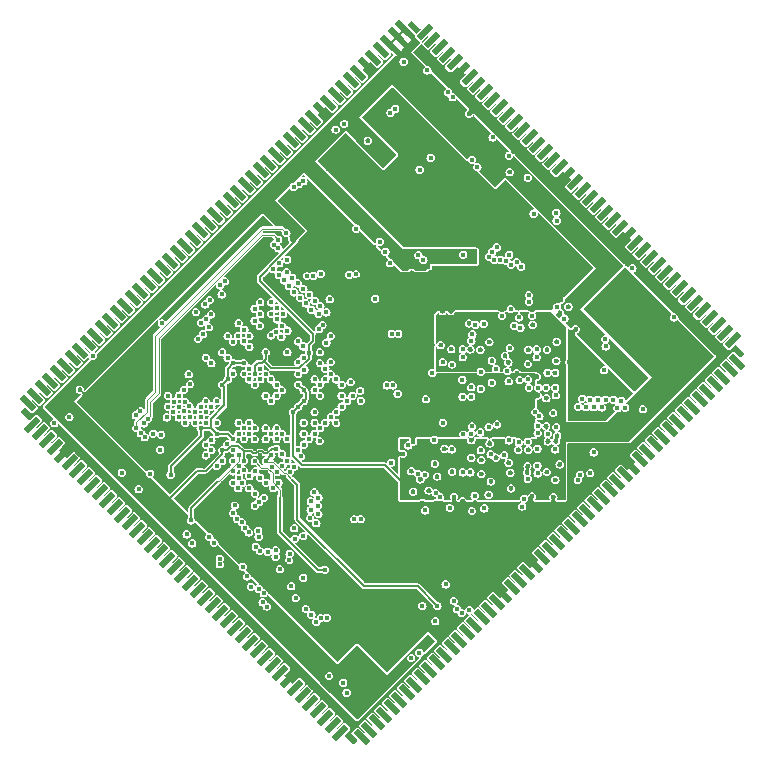
<source format=gbr>
%TF.GenerationSoftware,KiCad,Pcbnew,8.0.0-rc1*%
%TF.CreationDate,2025-03-14T10:19:49+03:00*%
%TF.ProjectId,SMX66_V1.0,534d5836-365f-4563-912e-302e6b696361,rev?*%
%TF.SameCoordinates,Original*%
%TF.FileFunction,Copper,L4,Inr*%
%TF.FilePolarity,Positive*%
%FSLAX46Y46*%
G04 Gerber Fmt 4.6, Leading zero omitted, Abs format (unit mm)*
G04 Created by KiCad (PCBNEW 8.0.0-rc1) date 2025-03-14 10:19:49*
%MOMM*%
%LPD*%
G01*
G04 APERTURE LIST*
G04 Aperture macros list*
%AMRotRect*
0 Rectangle, with rotation*
0 The origin of the aperture is its center*
0 $1 length*
0 $2 width*
0 $3 Rotation angle, in degrees counterclockwise*
0 Add horizontal line*
21,1,$1,$2,0,0,$3*%
G04 Aperture macros list end*
%TA.AperFunction,CastellatedPad*%
%ADD10RotRect,1.500000X0.500000X315.000000*%
%TD*%
%TA.AperFunction,CastellatedPad*%
%ADD11RotRect,1.500000X0.500000X45.000000*%
%TD*%
%TA.AperFunction,ViaPad*%
%ADD12C,0.400050*%
%TD*%
%TA.AperFunction,Conductor*%
%ADD13C,0.088900*%
%TD*%
%TA.AperFunction,Conductor*%
%ADD14C,0.200000*%
%TD*%
%TA.AperFunction,Conductor*%
%ADD15C,0.101600*%
%TD*%
%TA.AperFunction,Conductor*%
%ADD16C,0.203200*%
%TD*%
%TA.AperFunction,Conductor*%
%ADD17C,0.177800*%
%TD*%
%TA.AperFunction,Conductor*%
%ADD18C,0.127000*%
%TD*%
%TA.AperFunction,Conductor*%
%ADD19C,0.150000*%
%TD*%
G04 APERTURE END LIST*
D10*
%TO.N,/VCC_3V3*%
%TO.C,U1*%
X146376438Y-64025579D03*
X145740042Y-64661975D03*
X145103646Y-65298371D03*
%TO.N,/[VCC_CPU]-[RTC]/VCC_RTC*%
X144467250Y-65934767D03*
%TO.N,/RK3566_1/GPIO0_B0_u*%
X143830855Y-66571162D03*
%TO.N,GND*%
X143194457Y-67207560D03*
%TO.N,/RK3566_2/HDMITX_CEC_M0*%
X142558061Y-67843956D03*
%TO.N,/RK3566_2/HDMITX_SDA*%
X141921665Y-68480352D03*
%TO.N,/RK3566_2/HDMITX_SCL*%
X141285269Y-69116748D03*
%TO.N,/RK3566_3/GPIO3_B4_d*%
X140648873Y-69753144D03*
%TO.N,/RK3566_3/GPIO3_C0_d*%
X140012477Y-70389540D03*
%TO.N,GND*%
X139376081Y-71025936D03*
%TO.N,/RK3566_3/GPIO3_B5_d*%
X138739685Y-71662332D03*
%TO.N,/RK3566_3/GMAC1_TXD1_M0*%
X138103289Y-72298728D03*
%TO.N,/RK3566_3/GMAC1_TXEN_M0*%
X137466893Y-72935124D03*
%TO.N,/RK3566_3/GPIO3_B3_d*%
X136830496Y-73571521D03*
%TO.N,/RK3566_3/GMAC1_RXD1_M0*%
X136194101Y-74207916D03*
%TO.N,/RK3566_3/GMAC1_RXD0_M0*%
X135557704Y-74844313D03*
%TO.N,/RK3566_3/GPIO3_A5_d*%
X134921308Y-75480709D03*
%TO.N,/RK3566_3/GPIO3_A4_d*%
X134284912Y-76117105D03*
%TO.N,/RK3566_3/GPIO3_A7_d*%
X133648516Y-76753501D03*
%TO.N,/RK3566_3/GPIO3_A2_d*%
X133012120Y-77389897D03*
%TO.N,/RK3566_3/GPIO3_A3_d*%
X132375724Y-78026293D03*
%TO.N,/RK3566_3/GPIO3_A6_d*%
X131739329Y-78662688D03*
%TO.N,/RK3566_4/MIPI_DSI_TX0_D3N*%
X131102932Y-79299085D03*
%TO.N,/RK3566_4/MIPI_DSI_TX0_D3P*%
X130466535Y-79935482D03*
%TO.N,/RK3566_4/MIPI_DSI_TX0_D2N*%
X129830140Y-80571877D03*
%TO.N,/RK3566_4/MIPI_DSI_TX0_D2P*%
X129193743Y-81208274D03*
%TO.N,/RK3566_4/MIPI_DSI_TX0_D1N*%
X128557347Y-81844670D03*
%TO.N,/RK3566_4/MIPI_DSI_TX0_D1P*%
X127920951Y-82481066D03*
%TO.N,/RK3566_4/MIPI_DSI_TX0_D0N*%
X127284555Y-83117462D03*
%TO.N,/RK3566_4/MIPI_DSI_TX0_D0P*%
X126648159Y-83753858D03*
%TO.N,/RK3566_4/MIPI_DSI_TX0_CLKN*%
X126011763Y-84390254D03*
%TO.N,/RK3566_4/MIPI_DSI_TX0_CLKP*%
X125375368Y-85026649D03*
%TO.N,/RK3566_4/HDMI_TX_HPDIN*%
X124738970Y-85663047D03*
%TO.N,/RK3566_4/HDMI_TXCLKN*%
X124102574Y-86299443D03*
%TO.N,/RK3566_4/HDMI_TXCLKP*%
X123466179Y-86935838D03*
%TO.N,/RK3566_4/HDMI_TX0N*%
X122829782Y-87572235D03*
%TO.N,/RK3566_4/HDMI_TX0P*%
X122193386Y-88208631D03*
%TO.N,/RK3566_4/HDMI_TX1N*%
X121556990Y-88845027D03*
%TO.N,/RK3566_4/HDMI_TX1P*%
X120920594Y-89481423D03*
%TO.N,/RK3566_4/HDMI_TX2N*%
X120284198Y-90117819D03*
%TO.N,/RK3566_4/HDMI_TX2P*%
X119647802Y-90754215D03*
%TO.N,/RK3566_5/MIPI_CSI_RX_CLK1N*%
X119011406Y-91390611D03*
%TO.N,/RK3566_5/MIPI_CSI_RX_CLK1P*%
X118375009Y-92027008D03*
%TO.N,/RK3566_5/MIPI_CSI_RX_D3N*%
X117738613Y-92663404D03*
%TO.N,/RK3566_5/MIPI_CSI_RX_D3P*%
X117102217Y-93299800D03*
%TO.N,/RK3566_5/MIPI_CSI_RX_D2N*%
X116465821Y-93936196D03*
%TO.N,/RK3566_5/MIPI_CSI_RX_D2P*%
X115829425Y-94572592D03*
%TO.N,/RK3566_5/MIPI_CSI_RX_D1P*%
X115193029Y-95208988D03*
%TO.N,/RK3566_5/MIPI_CSI_RX_D1N*%
X114556633Y-95845384D03*
D11*
%TO.N,/RK3566_5/MIPI_CSI_RX_D0N*%
X114945543Y-97648506D03*
%TO.N,/RK3566_5/MIPI_CSI_RX_D0P*%
X115581939Y-98284903D03*
%TO.N,/RK3566_5/MIPI_CSI_RX_CLK0N*%
X116218334Y-98921298D03*
%TO.N,/RK3566_5/MIPI_CSI_RX_CLK0P*%
X116854730Y-99557695D03*
%TO.N,GND*%
X117491126Y-100194091D03*
%TO.N,/RK3566_1/GPIO0_C4_d*%
X118127522Y-100830487D03*
%TO.N,/RK3566_1/GPIO0_C3_d*%
X118763918Y-101466883D03*
%TO.N,/RK3566_1/GPIO0_C2_d*%
X119400315Y-102103279D03*
%TO.N,/RK3566_6/PCIE20_SATA2_RXP*%
X120036711Y-102739675D03*
%TO.N,/RK3566_6/PCIE20_SATA2_RXN*%
X120673107Y-103376070D03*
%TO.N,/RK3566_6/PCIE20_SATA2_TXN*%
X121309504Y-104012467D03*
%TO.N,/RK3566_6/PCIE20_SATA2_TXP*%
X121945900Y-104648864D03*
%TO.N,/RK3566_6/PCIE20_REFCLKP*%
X122582295Y-105285259D03*
%TO.N,/RK3566_6/PCIE20_REFCLKN*%
X123218691Y-105921656D03*
%TO.N,/RK3566_6/USB3_HOST1_SSTXP*%
X123855087Y-106558052D03*
%TO.N,/RK3566_6/USB3_HOST1_SSTXN*%
X124491483Y-107194448D03*
%TO.N,/RK3566_6/USB3_HOST1_SSRXP*%
X125127879Y-107830844D03*
%TO.N,/RK3566_6/USB3_HOST1_SSRXN*%
X125764276Y-108467240D03*
%TO.N,/RK3566_6/USB_OTG0_DN*%
X126400671Y-109103635D03*
%TO.N,/RK3566_6/USB_OTG0_DP*%
X127037068Y-109740031D03*
%TO.N,/RK3566_6/USB3_HOST1_DP*%
X127673465Y-110376429D03*
%TO.N,/RK3566_6/USB3_HOST1_DN*%
X128309860Y-111012824D03*
%TO.N,/RK3566_4/EDP_TXD2N*%
X128946256Y-111649220D03*
%TO.N,/RK3566_4/EDP_TXD2P*%
X129582652Y-112285617D03*
%TO.N,/RK3566_4/EDP_TXD1N*%
X130219048Y-112922013D03*
%TO.N,/RK3566_4/EDP_TXD1P*%
X130855444Y-113558409D03*
%TO.N,/RK3566_4/EDP_TXD0N*%
X131491840Y-114194805D03*
%TO.N,/RK3566_4/EDP_TXD0P*%
X132128237Y-114831201D03*
%TO.N,/RK3566_4/EDP_TXD3N*%
X132764632Y-115467596D03*
%TO.N,/RK3566_4/EDP_TXD3P*%
X133401029Y-116103993D03*
%TO.N,/RK3566_4/EDP_TX_AUXN*%
X134037426Y-116740390D03*
%TO.N,/RK3566_4/EDP_TX_AUXP*%
X134673821Y-117376785D03*
%TO.N,/RK3566_1/GPIO0_A4_u*%
X135310217Y-118013182D03*
%TO.N,/RK3566_7/SDMMC0_CLK{slash}TEST_CLKOUT{slash}UART5_TX_M0*%
X135946613Y-118649578D03*
%TO.N,GND*%
X136583009Y-119285974D03*
%TO.N,/RK3566_7/SDMMC0_CMD{slash}PWM10_M1{slash}UART5_RX_M0*%
X137219405Y-119922370D03*
%TO.N,/RK3566_7/SDMMC0_D3{slash}ARM_JTAG_TMS*%
X137855802Y-120558766D03*
%TO.N,/RK3566_7/SDMMC0_D2{slash}ARM_JTAG_TCK*%
X138492198Y-121195162D03*
%TO.N,/RK3566_7/SDMMC0_D1{slash}UART2_RX_M1{slash}UART6_RX_M1{slash}PWM9_M1*%
X139128593Y-121831557D03*
%TO.N,/RK3566_7/SDMMC0_D0{slash}UART2_TX_M1{slash}UART6_TX_M1{slash}PWM8_M1*%
X139764991Y-122467954D03*
%TO.N,/RK3566_6/USB_OTG0_ID*%
X140401387Y-123104351D03*
%TO.N,/RK3566_6/USB_OTG0_VBUSDET*%
X141037782Y-123740746D03*
D10*
%TO.N,/RK3566_2/GPIO2_B3_u*%
X142840904Y-124129655D03*
%TO.N,/RK3566_2/GPIO2_B4_u*%
X143477300Y-123493259D03*
%TO.N,/RK3566_2/GPIO2_B5_u*%
X144113697Y-122856863D03*
%TO.N,/RK3566_2/GPIO2_B6_u*%
X144750093Y-122220467D03*
%TO.N,/RK3566_2/GPIO2_B7_d*%
X145386489Y-121584071D03*
%TO.N,/RK3566_2/GPIO2_C0_d*%
X146022885Y-120947675D03*
%TO.N,/RK3566_2/GPIO2_C1_d*%
X146659281Y-120311279D03*
%TO.N,/RK3566_2/GPIO2_B2_u*%
X147295677Y-119674882D03*
%TO.N,/RK3566_2/GPIO2_C6_d*%
X147932073Y-119038486D03*
%TO.N,/RK3566_2/GPIO2_C2_d*%
X148568469Y-118402090D03*
%TO.N,/RK3566_2/GPIO2_C3_d*%
X149204865Y-117765694D03*
%TO.N,/RK3566_2/GPIO2_C4_d*%
X149841261Y-117129298D03*
%TO.N,/RK3566_2/GPIO2_C5_d*%
X150477658Y-116492902D03*
%TO.N,/RK3566_2/GPIO2_A6_u*%
X151114054Y-115856506D03*
%TO.N,/RK3566_2/GPIO2_A5_u*%
X151750450Y-115220110D03*
%TO.N,/RK3566_2/GPIO2_A4_u*%
X152386846Y-114583714D03*
%TO.N,/RK3566_2/GPIO2_A3_u*%
X153023242Y-113947318D03*
%TO.N,/RK3566_2/GPIO2_A7_u*%
X153659638Y-113310921D03*
%TO.N,/RK3566_2/GPIO2_B0_d*%
X154296034Y-112674525D03*
%TO.N,GND*%
X154932430Y-112038129D03*
%TO.N,/RK3566_2/SARADC_VIN3*%
X155568826Y-111401733D03*
%TO.N,/RK3566_2/SARADC_VIN2_HP_HOOK*%
X156205222Y-110765337D03*
%TO.N,/RK3566_2/SARADC_VIN0_KEY{slash}RECOVERY*%
X156841619Y-110128941D03*
%TO.N,GND*%
X157478015Y-109492545D03*
%TO.N,/RK3566_8/PCIE20_PERSTn_M2*%
X158114411Y-108856149D03*
%TO.N,/RK3566_8/PCIE20_WAKEn_M2*%
X158750807Y-108219753D03*
%TO.N,/RK3566_8/PCIE20_CLKREQn_M2*%
X159387203Y-107583357D03*
%TO.N,/RK3566_8/UART3_RX_M0*%
X160023599Y-106946960D03*
%TO.N,/RK3566_8/UART3_TX_M0*%
X160659995Y-106310564D03*
%TO.N,/RK3566_8/UART4_RX_M0*%
X161296391Y-105674168D03*
%TO.N,/RK3566_8/UART4_TX_M0*%
X161932787Y-105037772D03*
%TO.N,/RK3566_8/I2S1_LRCK_TX_M0*%
X162569184Y-104401376D03*
%TO.N,/RK3566_8/I2S1_SDI0_M0{slash}PDM_SDI0_M0*%
X163205580Y-103764980D03*
%TO.N,/RK3566_8/I2S1_SCLK_TX_M0*%
X163841976Y-103128584D03*
%TO.N,/RK3566_8/I2S1_SDO0_M0*%
X164478372Y-102492188D03*
%TO.N,/RK3566_8/I2S1_MCLK_M0*%
X165114768Y-101855792D03*
%TO.N,GND*%
X165751164Y-101219395D03*
%TO.N,/RK3566_1/SPI0_CS0_M0*%
X166387560Y-100582999D03*
%TO.N,/RK3566_1/SPI0_MISO_M0*%
X167023956Y-99946603D03*
%TO.N,/RK3566_1/SPI0_MOSI_M0*%
X167660352Y-99310207D03*
%TO.N,/RK3566_1/SPI0_CLK_M0*%
X168296748Y-98673811D03*
%TO.N,/RK3566_2/SPI3_CS0_M1*%
X168933145Y-98037415D03*
%TO.N,/RK3566_2/SPI3_MISO_M1*%
X169569541Y-97401019D03*
%TO.N,/RK3566_2/SPI3_MOSI_M1*%
X170205937Y-96764623D03*
%TO.N,/RK3566_2/SPI3_CLK_M1*%
X170842333Y-96128227D03*
%TO.N,/RK3566_1/LCD0_PWREN_H*%
X171478729Y-95491831D03*
%TO.N,/RK3566_1/PWM0_M0*%
X172115125Y-94855434D03*
%TO.N,/RK3566_3/UART5_RX_M1*%
X172751521Y-94219038D03*
%TO.N,/RK3566_3/UART5_TX_M1*%
X173387917Y-93582642D03*
%TO.N,/RK3566_1/UART2_RX_M0_DEBUG*%
X174024313Y-92946246D03*
%TO.N,/RK3566_1/UART2_TX_M0_DEBUG*%
X174660709Y-92309850D03*
D11*
%TO.N,/RK3566_2/SPDIF_TX_M2*%
X174271801Y-90506728D03*
%TO.N,/RK3566_1/GPIO0_A6_d*%
X173635405Y-89870332D03*
%TO.N,/RK3566_1/GPIO0_A3_u*%
X172999009Y-89233936D03*
%TO.N,/RK3566_1/GPIO0_A0_d*%
X172362612Y-88597539D03*
%TO.N,/RK3566_5/GPIO4_B0_d*%
X171726216Y-87961143D03*
%TO.N,/RK3566_5/CAMERAB_RST_L *%
X171089820Y-87324747D03*
%TO.N,/RK3566_5/CIFT_8BIT_D7*%
X170453424Y-86688351D03*
%TO.N,/RK3566_5/CIFT_8BIT_D6*%
X169817028Y-86051955D03*
%TO.N,/RK3566_5/CIFT_8BIT_D5*%
X169180632Y-85415559D03*
%TO.N,/RK3566_5/CIFT_8BIT_D4*%
X168544236Y-84779163D03*
%TO.N,/RK3566_5/CIFT_8BIT_D3*%
X167907840Y-84142767D03*
%TO.N,/RK3566_5/CIFT_8BIT_D2*%
X167271444Y-83506371D03*
%TO.N,/RK3566_5/CIFT_8BIT_D1*%
X166635047Y-82869974D03*
%TO.N,/RK3566_5/CIFT_8BIT_D0*%
X165998651Y-82233578D03*
%TO.N,GND*%
X165362255Y-81597182D03*
%TO.N,/RK3566_6/USB2_HOST2_DN*%
X164725859Y-80960786D03*
%TO.N,/RK3566_6/USB2_HOST2_DP*%
X164089463Y-80324390D03*
%TO.N,/RK3566_6/USB2_HOST3_DP*%
X163453067Y-79687994D03*
%TO.N,/RK3566_6/USB2_HOST3_DN*%
X162816671Y-79051598D03*
%TO.N,/RK3566_5/CIFT_8BIT_VSYNC*%
X162180275Y-78415202D03*
%TO.N,/RK3566_5/CIFT_8BIT_HREF*%
X161543879Y-77778806D03*
%TO.N,/RK3566_5/CIFT_8BIT_CLKIN*%
X160907483Y-77142410D03*
%TO.N,GND*%
X160271086Y-76506013D03*
%TO.N,/RK3566_5/CIF_CLKOUT*%
X159634690Y-75869617D03*
%TO.N,/RK3566_5/GPIO3_D5_d*%
X158998294Y-75233221D03*
%TO.N,/RK3566_5/GPIO3_D4_d*%
X158361898Y-74596825D03*
%TO.N,/RK3566_5/GPIO3_D3_d*%
X157725502Y-73960429D03*
%TO.N,/RK3566_5/GPIO3_D2_d*%
X157089106Y-73324033D03*
%TO.N,/RK3566_5/GPIO3_D1_d*%
X156452710Y-72687637D03*
%TO.N,/RK3566_5/GPIO3_D0_d*%
X155816314Y-72051241D03*
%TO.N,/RK3566_5/GPIO3_C7_d*%
X155179918Y-71414845D03*
%TO.N,/RK3566_5/GPIO3_C6_d*%
X154543522Y-70778449D03*
%TO.N,/RK3566_5/GPIO4_B4_d*%
X153907125Y-70142052D03*
%TO.N,/RK3566_5/GPIO4_B5_d_1V8*%
X153270729Y-69505656D03*
%TO.N,/RK3566_5/I2C4_SDA_M0_1V8*%
X152634333Y-68869260D03*
%TO.N,/RK3566_5/I2C4_SCL_M0_1V8*%
X151997937Y-68232864D03*
%TO.N,GND*%
X151361541Y-67596468D03*
%TO.N,/RK3566_1/GPIO0_B4_u*%
X150725145Y-66960072D03*
%TO.N,/RK3566_1/GPIO0_B3_u*%
X150088749Y-66323676D03*
%TO.N,/RK3566_1/GPIO0_A5_d*%
X149452353Y-65687280D03*
%TO.N,/RK3566_3/GMAC1_MDIO_M0*%
X148815957Y-65050884D03*
%TO.N,/RK3566_3/GMAC1_MDC_M0*%
X148179561Y-64414488D03*
%TD*%
D12*
%TO.N,/EMMC/eMMC_RSTn*%
X138595485Y-113727465D03*
X135221391Y-101217654D03*
%TO.N,Net-(U1000T-EDP_TX_AVDD_0V9)*%
X131957605Y-99790995D03*
%TO.N,/[VCC_CPU]-[RTC]/VDD_CPU*%
X135634565Y-97952515D03*
X134715325Y-98871755D03*
X136553805Y-98871755D03*
X135634565Y-98871755D03*
X147985485Y-112996640D03*
X135174945Y-98412135D03*
X134715325Y-97952515D03*
X136094185Y-98412135D03*
%TO.N,/RK3566_1/PMUPLL_AVDD_1V8*%
X143985485Y-86987465D03*
X135205485Y-100217465D03*
X130578745Y-98412135D03*
X137932675Y-91977455D03*
X126667873Y-101869853D03*
X137999786Y-92996545D03*
X129210210Y-97942190D03*
X132876845Y-92437075D03*
X131038365Y-94275555D03*
X131957605Y-98871755D03*
X134727128Y-100722039D03*
X137905485Y-77027465D03*
X132417215Y-100250625D03*
X149255485Y-112996640D03*
X131957605Y-92437075D03*
X131497985Y-93815935D03*
X128395485Y-105757465D03*
%TO.N,/LPDDR4/VCC0V6_DDR*%
X153788285Y-101775865D03*
X151375285Y-99921665D03*
X156149475Y-101668935D03*
X159274685Y-91279065D03*
X137932675Y-94735175D03*
X153774315Y-103029615D03*
X153664335Y-91272465D03*
X168565485Y-90977465D03*
X152111885Y-102461665D03*
X156054725Y-102332125D03*
X157674485Y-100378865D03*
X167865485Y-91687465D03*
X152151005Y-91900855D03*
X137932675Y-95654415D03*
X151335915Y-90524685D03*
X146666385Y-102953415D03*
X157625465Y-92647365D03*
X169215485Y-90327465D03*
X156939665Y-90632635D03*
X157025485Y-102957465D03*
X159343775Y-101770785D03*
X164255485Y-86607465D03*
X153632835Y-90003985D03*
X149539885Y-91458645D03*
X149629295Y-101677825D03*
X137473045Y-94275555D03*
X137473045Y-96114035D03*
X156057525Y-91279065D03*
X164575485Y-86267465D03*
X137013425Y-96573655D03*
X156010275Y-90026335D03*
%TO.N,/POWER/VCC0V9_2*%
X135634565Y-95194795D03*
X136094185Y-94735175D03*
X145685485Y-70897465D03*
X134715325Y-95194795D03*
X135634565Y-94275555D03*
X128814545Y-88118405D03*
X135174945Y-93815935D03*
X135174945Y-95654415D03*
X145285485Y-71237465D03*
%TO.N,/POWER/VCC0V9_1*%
X133796085Y-94275555D03*
X132876845Y-98871755D03*
X147755485Y-76067465D03*
X125937618Y-89059598D03*
X133336465Y-93815935D03*
X134255705Y-92896695D03*
X132876845Y-97952515D03*
X148685485Y-75057465D03*
X133796075Y-97952515D03*
X134255705Y-93815935D03*
X132417225Y-97492895D03*
X134715325Y-93356315D03*
X133336465Y-98412135D03*
X133336465Y-97492895D03*
X133796075Y-98871755D03*
X132417225Y-98412135D03*
%TO.N,/LPDDR4/VCC_DDR*%
X159236845Y-94513755D03*
X157891655Y-96936655D03*
X147645485Y-83297465D03*
X152467485Y-89177465D03*
X155305175Y-98984155D03*
X156595485Y-103907465D03*
X151390015Y-95284395D03*
X149724285Y-97483265D03*
X148821575Y-93254675D03*
X153760605Y-100169575D03*
X137932645Y-97492895D03*
X139311505Y-94275555D03*
X154209415Y-92906955D03*
X148987685Y-98931065D03*
X156285485Y-89437465D03*
X159276465Y-95160435D03*
X154299585Y-97619155D03*
X148282885Y-95493580D03*
X148065485Y-83697465D03*
X138851885Y-93815935D03*
X152929765Y-94606715D03*
X155178935Y-93095925D03*
X138851885Y-94735175D03*
X152413635Y-103671975D03*
X138851885Y-96573655D03*
X139311505Y-95194795D03*
X152188085Y-97788065D03*
X157532505Y-96577505D03*
X155287395Y-93973245D03*
X158604885Y-98431955D03*
X159318125Y-97845215D03*
%TO.N,/RK3566_1/PMUPLL_AVDD_0V9*%
X142391556Y-81053536D03*
X130578745Y-97492895D03*
X133336465Y-92896695D03*
X129659505Y-96573655D03*
X129199885Y-97033275D03*
X132876845Y-93356315D03*
X137473045Y-93356315D03*
X137486295Y-92382277D03*
X131445485Y-99317465D03*
X131957605Y-93356315D03*
X130578745Y-95654415D03*
%TO.N,/EMMC/VCC3V3_FLASH*%
X137265485Y-112327465D03*
X141565485Y-120328290D03*
%TO.N,GND*%
X132884085Y-95197265D03*
X155831720Y-105076579D03*
X146344105Y-100111865D03*
X150599575Y-95392085D03*
X156867785Y-86034725D03*
X156921635Y-92518335D03*
X149234575Y-102037485D03*
X143448505Y-104023465D03*
X128745485Y-95587465D03*
X141145485Y-86817465D03*
X140885485Y-106447465D03*
X144889655Y-90327325D03*
X154855095Y-108760815D03*
X136405485Y-81894673D03*
X155287395Y-100870105D03*
X149360305Y-106175915D03*
X134255735Y-100227465D03*
X155972685Y-93292265D03*
X137583085Y-95197265D03*
X142053473Y-107859477D03*
X137473025Y-98871755D03*
X152721495Y-107084415D03*
X134255695Y-98412135D03*
X150537085Y-108379865D03*
X129659505Y-92896695D03*
X160951085Y-91819065D03*
X152735485Y-104929650D03*
X147572885Y-95408584D03*
X152797685Y-95298865D03*
X149325765Y-86968685D03*
X157316855Y-89177725D03*
X148606685Y-84783265D03*
X152100205Y-93927265D03*
X133265085Y-104011065D03*
X136643285Y-97940465D03*
X159235315Y-93251375D03*
X130471085Y-91082465D03*
X144466485Y-84783265D03*
X133315485Y-88327465D03*
X148047885Y-108379865D03*
X135655485Y-90647465D03*
X134715315Y-90598605D03*
X135174945Y-91977455D03*
X137938685Y-93800265D03*
X159071485Y-103782465D03*
X148236355Y-106175915D03*
X129677291Y-98423517D03*
X155485005Y-103043325D03*
X144296815Y-85878265D03*
X148462415Y-107242715D03*
X152137285Y-100455065D03*
X145733695Y-85878265D03*
X122545485Y-98827465D03*
X155388485Y-91158665D03*
X124839296Y-99765795D03*
X158520305Y-101660295D03*
X159604885Y-101013865D03*
X142640735Y-85324035D03*
X151660785Y-85878265D03*
X125408365Y-96078345D03*
X131935485Y-89587465D03*
X156429895Y-108252815D03*
X144816495Y-95007785D03*
X142500785Y-86968685D03*
X132858685Y-96111665D03*
X136465485Y-96111665D03*
X152594485Y-108405265D03*
X152898525Y-91297095D03*
X149153805Y-105027825D03*
X141665485Y-108637465D03*
X151045485Y-109517465D03*
X134725618Y-86790310D03*
X153868555Y-92231055D03*
X143094895Y-95189595D03*
X133336495Y-99331375D03*
X151349885Y-94562265D03*
X138392265Y-97952515D03*
X153652905Y-90650415D03*
X128280645Y-98871755D03*
X147207705Y-99095865D03*
X147145935Y-105065925D03*
X149539885Y-90919905D03*
X143398925Y-86070545D03*
X151945485Y-71327465D03*
X135625485Y-91577465D03*
X145211725Y-91523665D03*
X149684915Y-88046155D03*
X146013905Y-94523865D03*
X134715325Y-94275555D03*
X147967115Y-89501825D03*
X140173885Y-96035465D03*
X154389255Y-93973245D03*
X145988505Y-106004665D03*
X126845485Y-97567465D03*
X139771155Y-96573655D03*
X151895485Y-107277465D03*
X158598535Y-99072295D03*
X131969685Y-96111665D03*
X142383685Y-95984665D03*
X160951085Y-90650665D03*
X134255705Y-91977455D03*
X152222621Y-106016790D03*
X128280645Y-97952515D03*
X133795485Y-99697465D03*
X143932325Y-88046155D03*
X138865285Y-92796665D03*
X156556868Y-107018848D03*
X149180725Y-97385735D03*
X154022885Y-87387675D03*
X128855485Y-92567465D03*
X139182660Y-103017465D03*
X157263005Y-103707795D03*
X158538085Y-91297095D03*
X136109885Y-95679865D03*
X134715485Y-97127465D03*
X150563755Y-97583345D03*
X136315485Y-109427465D03*
X141131845Y-97226795D03*
X135174945Y-96573655D03*
X141873705Y-104023465D03*
X118985485Y-94677465D03*
X153610485Y-84783265D03*
X145201105Y-107249265D03*
X136567085Y-94257465D03*
X148447175Y-98463205D03*
X152905485Y-109547465D03*
X136094185Y-96573655D03*
X143965485Y-116507465D03*
X137013425Y-93815935D03*
X143092905Y-102042265D03*
X156854825Y-101682145D03*
X134297172Y-91097369D03*
X159325485Y-92250865D03*
X147512505Y-97521065D03*
X130119125Y-93356315D03*
X135652685Y-96111665D03*
X134795485Y-89687465D03*
X147362085Y-109522865D03*
X144210505Y-103159865D03*
X151505845Y-86968685D03*
X127821025Y-98412135D03*
X128883085Y-99654665D03*
X137473025Y-97952515D03*
X133327565Y-100259545D03*
X152975485Y-101826665D03*
X139010065Y-91110105D03*
X139596556Y-111526394D03*
X156886075Y-101175155D03*
X152128905Y-98968915D03*
X130119125Y-95194795D03*
X150664085Y-103757065D03*
X149719465Y-92356785D03*
X142381705Y-107122265D03*
X136541685Y-97026065D03*
X156959985Y-99776885D03*
X151400685Y-104112665D03*
X133815219Y-91537731D03*
X131058296Y-101610276D03*
X138395885Y-94282865D03*
X140230765Y-95194795D03*
X148884105Y-94574665D03*
X135627285Y-92428665D03*
X160405485Y-92347465D03*
X148966605Y-88046155D03*
X144305485Y-107597465D03*
X160570085Y-100632865D03*
X146541925Y-89572945D03*
X145888885Y-109522865D03*
X143816505Y-89721025D03*
X134275485Y-96597465D03*
X134705582Y-101637562D03*
X142772885Y-90057675D03*
X127550085Y-93851065D03*
X132401485Y-95654465D03*
X137473045Y-91517835D03*
X145264055Y-108379865D03*
X157699895Y-106957465D03*
X149857635Y-99679095D03*
X153782695Y-102459635D03*
X156108575Y-99786035D03*
X159059045Y-96667165D03*
X157669405Y-93578275D03*
X160951085Y-89558465D03*
X159346315Y-90632635D03*
X136293478Y-102109472D03*
X149267085Y-109522865D03*
X144582885Y-98537065D03*
X122535587Y-101727567D03*
X150509905Y-101624485D03*
X133325485Y-95627465D03*
X159687695Y-87058345D03*
X145605425Y-102766725D03*
X160341485Y-87653465D03*
X132395485Y-96567465D03*
X132405485Y-91087465D03*
X156903855Y-96511465D03*
X134719924Y-87801904D03*
X148516265Y-103222905D03*
X141570175Y-105090265D03*
X132426885Y-93825665D03*
X133336465Y-96573655D03*
X141418485Y-93495465D03*
X132401485Y-92911265D03*
X149146185Y-85878265D03*
X140218595Y-98097185D03*
X151832485Y-84783265D03*
X149038485Y-100937665D03*
X139771165Y-95654415D03*
X152054485Y-91279065D03*
X133825485Y-96107465D03*
X159400165Y-98577245D03*
X151934085Y-89075865D03*
X155365485Y-76267465D03*
X147205115Y-103312565D03*
X156840095Y-97767245D03*
X144599585Y-86968685D03*
X154982085Y-91800015D03*
X141995485Y-85967465D03*
X149108845Y-104318405D03*
X147060692Y-101593290D03*
X157019925Y-95166785D03*
X152795405Y-97722535D03*
X155020185Y-105919115D03*
X123790895Y-96162415D03*
X137989485Y-90066465D03*
X137013425Y-89219735D03*
X134715837Y-99687112D03*
X129654389Y-94702517D03*
X150403485Y-86968685D03*
X158485505Y-95410125D03*
X153834765Y-104499005D03*
X147512505Y-96505065D03*
X154169285Y-108405265D03*
X154225485Y-106687465D03*
X152979295Y-100645565D03*
X154220085Y-100429665D03*
X154209675Y-95230545D03*
X139311525Y-96114035D03*
X153673985Y-99242985D03*
X159286625Y-99050195D03*
X156302885Y-106271665D03*
X132835485Y-91557465D03*
X156957695Y-91297095D03*
X157351145Y-87778435D03*
X131497985Y-100250615D03*
X138497485Y-99820065D03*
X157750695Y-95171815D03*
X145480505Y-104429865D03*
X135625485Y-100647465D03*
X147978795Y-85878265D03*
X147543185Y-107242715D03*
X131957605Y-97033275D03*
X150958725Y-104803295D03*
X133899460Y-106067465D03*
X159247505Y-102324765D03*
X132426885Y-94740065D03*
X154175125Y-85878265D03*
X155155485Y-107397465D03*
X158468745Y-97796195D03*
X155502785Y-96451775D03*
X130036811Y-100647182D03*
X131485485Y-97507465D03*
X139685485Y-107137465D03*
X136553805Y-93356315D03*
X149539885Y-107242715D03*
X148607445Y-89123875D03*
X140700045Y-92857995D03*
X147819285Y-102283865D03*
X158536815Y-87536375D03*
X134255735Y-99331375D03*
X138851885Y-91977455D03*
X133833398Y-102569552D03*
X159614535Y-88182805D03*
X155464193Y-104397465D03*
X147082685Y-84783265D03*
X143525485Y-108347465D03*
X153585485Y-103577465D03*
X150403485Y-88046155D03*
X150427105Y-91254175D03*
X140690375Y-95654415D03*
X156795485Y-84783265D03*
X153097405Y-85878265D03*
X130578745Y-93815935D03*
X160586310Y-103317465D03*
X145277305Y-93457065D03*
X137473045Y-97033275D03*
X131531894Y-96598157D03*
X128319924Y-95213026D03*
X137655485Y-112767465D03*
X134665485Y-85277465D03*
X128740265Y-98412135D03*
X155430905Y-101708305D03*
X147978795Y-86968685D03*
X136541685Y-95197265D03*
X133795485Y-97087465D03*
X159365485Y-105737465D03*
X155269365Y-92364665D03*
X150313565Y-85878265D03*
X153425485Y-107567465D03*
X135174945Y-91058215D03*
X144265315Y-89271955D03*
X150232285Y-84783265D03*
X149622685Y-108379865D03*
X143355485Y-73597465D03*
X156242945Y-96451775D03*
X153837565Y-97273215D03*
X145736485Y-84783265D03*
X136553805Y-92437075D03*
X131038365Y-93356315D03*
X135174945Y-94735175D03*
X131038365Y-98871755D03*
X147977525Y-104264565D03*
X144618885Y-109522865D03*
X131019088Y-97051067D03*
X145464195Y-87237925D03*
X134715315Y-88760125D03*
X131497985Y-101169855D03*
X153291975Y-105994805D03*
X149698885Y-93520865D03*
X147260235Y-89393365D03*
X130578745Y-92896695D03*
X144125485Y-106307465D03*
%TO.N,Net-(U3-EN)*%
X166655485Y-96347465D03*
%TO.N,Net-(U3-FB{slash}OUT)*%
X163365485Y-93037465D03*
%TO.N,Net-(U5-EN)*%
X150545485Y-69927465D03*
%TO.N,Net-(U6-EN)*%
X148405485Y-67657465D03*
%TO.N,/RK3566_6/USB_OTG0_VBUSDET*%
X130835485Y-108987465D03*
%TO.N,/RK3566_2/SARADC_VIN0_KEY{slash}RECOVERY*%
X133811817Y-101607744D03*
X149955485Y-111178290D03*
%TO.N,/RK3566_2/SARADC_VIN1_EVB_HW_ID*%
X134246992Y-102123816D03*
%TO.N,Net-(U2210-EN)*%
X155315485Y-74867465D03*
%TO.N,Net-(U2210-FB{slash}OUT)*%
X156915485Y-76737465D03*
%TO.N,/RK3566_2/SARADC_VIN3*%
X149064004Y-114286805D03*
X134179495Y-104163425D03*
%TO.N,/RK3566_5/VCCIO6*%
X151435485Y-83258290D03*
X136553805Y-91517835D03*
%TO.N,Net-(U4000A-VDDi)*%
X134809414Y-113043536D03*
%TO.N,/RK3566_4/HDMI_TX_HPDIN*%
X127371046Y-95181904D03*
%TO.N,/[VCC_CPU]-[RTC]/VCC_RTC*%
X144371995Y-82143975D03*
X137498402Y-77281892D03*
%TO.N,Net-(U5-FB{slash}OUT)*%
X153925485Y-73327465D03*
%TO.N,/LPDDR4/LPDDR4_RESETn*%
X145338329Y-100872231D03*
X157725285Y-99667665D03*
X138851885Y-97492895D03*
%TO.N,Net-(U6-FB{slash}OUT)*%
X150173086Y-69517266D03*
%TO.N,/EMMC/eMMC_D0{slash}FLASH_D0*%
X135555485Y-108819994D03*
%TO.N,/RK3566_5/I2C4_SCL_M0_1V8*%
X153904211Y-83004744D03*
X138857627Y-87159607D03*
%TO.N,/RK3566_5/I2C4_SDA_M0_1V8*%
X138399414Y-86641394D03*
X154283875Y-82638290D03*
%TO.N,/RK3566_1/I2C0_SDA*%
X124146945Y-98364195D03*
X141285485Y-119487465D03*
%TO.N,/RK3566_1/I2C0_SCL*%
X147035485Y-117407465D03*
X124485988Y-98704049D03*
%TO.N,Net-(U3800A-ZQ1)*%
X155769485Y-89253665D03*
X163465485Y-90397465D03*
%TO.N,Net-(U3800A-ZQ0)*%
X153178685Y-89101265D03*
X163492185Y-91017465D03*
%TO.N,/[VCC_CPU]-[RTC]/PMIC_SLEEP_H*%
X127915485Y-97507465D03*
X123965485Y-103107465D03*
X140084414Y-118928536D03*
%TO.N,/RK3566_1/DVP_PWREN0_H_GPIO0_C1*%
X118101437Y-97001841D03*
X128280645Y-97033275D03*
%TO.N,/RK3566_2/HDMITX_SCL*%
X140639425Y-72658205D03*
X130846310Y-85857465D03*
%TO.N,/RK3566_2/HDMITX_SDA*%
X141360485Y-72182465D03*
X131265485Y-85507465D03*
%TO.N,/RK3566_DDR/DDR_RZQ*%
X139771125Y-93815935D03*
%TO.N,/RK3566_1/TSADC_SHUT_M0*%
X127361405Y-97033275D03*
X120070587Y-91822567D03*
%TO.N,/RK3566_1/TVSS*%
X116825485Y-97517465D03*
X129659505Y-97492895D03*
%TO.N,/RK3566_1/GPIO0_B3_u*%
X144849414Y-83001394D03*
X123775485Y-97927465D03*
X152183050Y-75216647D03*
X136475485Y-81417465D03*
%TO.N,/RK3566_1/GPIO0_B4_u*%
X135785485Y-81986640D03*
X124722384Y-97154218D03*
X152645485Y-75837465D03*
X145249414Y-83981394D03*
%TO.N,/RK3566_4/HDMI_TX_REXT*%
X127804924Y-94698026D03*
%TO.N,/EMMC/eMMC_CMD*%
X139369985Y-114017964D03*
X137896556Y-107066394D03*
%TO.N,/EMMC/eMMC_DATA_STROBE*%
X138115485Y-113257465D03*
X135635485Y-101677465D03*
%TO.N,/RK3566_1/GPIO0_C0_d*%
X137079092Y-77515622D03*
X127355485Y-96127465D03*
%TO.N,/RK3566_8/UART4_RX_M0*%
X137125485Y-101227465D03*
%TO.N,/RK3566_8/PCIE20_WAKEn_M2*%
X139005485Y-105997465D03*
%TO.N,/RK3566_8/I2S1_SCLK_TX_M0*%
X139123343Y-104527465D03*
X162185485Y-101757465D03*
%TO.N,/RK3566_5/CAMERAB_RST_L *%
X137647398Y-86899378D03*
%TO.N,/RK3566_5/MIPI_CSI_RX_D2P*%
X129674829Y-88729050D03*
%TO.N,/RK3566_2/GPIO2_A5_u*%
X133335485Y-102007465D03*
%TO.N,/RK3566_5/CIFT_8BIT_D6*%
X136045485Y-90187465D03*
X139371556Y-84873536D03*
%TO.N,/RK3566_1/GPIO0_C2_d*%
X124407528Y-97544160D03*
%TO.N,/RK3566_2/GPIO2_B5_u*%
X131944677Y-105138513D03*
%TO.N,/RK3566_5/MIPI_CSI_RX_D1P*%
X129245485Y-89027465D03*
%TO.N,/RK3566_2/GPIO2_C5_d*%
X147735485Y-116967465D03*
X132295485Y-105647465D03*
%TO.N,/RK3566_3/GPIO3_A7_d*%
X133774070Y-87818880D03*
%TO.N,/RK3566_7/SDMMC0_CMD{slash}PWM10_M1{slash}UART5_RX_M0*%
X133136310Y-110501255D03*
X131982179Y-101604159D03*
%TO.N,/RK3566_1/PWM0_M0*%
X128740265Y-96573655D03*
X163161360Y-96192132D03*
%TO.N,/RK3566_5/CIFT_8BIT_CLKIN*%
X139856310Y-88147741D03*
X154066556Y-83666394D03*
%TO.N,/RK3566_5/CIFT_8BIT_D3*%
X138215485Y-85056640D03*
X136095485Y-89287465D03*
%TO.N,/RK3566_6/USB2_HOST3_DN*%
X155105485Y-83757465D03*
X139209851Y-89570958D03*
%TO.N,/RK3566_5/CIFT_8BIT_HREF*%
X137905485Y-91027465D03*
X154595485Y-83687465D03*
%TO.N,/RK3566_5/MIPI_CSI_RX_CLK0P*%
X131038365Y-91517835D03*
%TO.N,/RK3566_4/EDP_TXD3P*%
X130335485Y-107637465D03*
%TO.N,/RK3566_1/LCD0_PWREN_H*%
X126442165Y-96114035D03*
X164824660Y-95607465D03*
%TO.N,/RK3566_1/GPIO0_C4_d*%
X124105485Y-96529746D03*
%TO.N,/RK3566_6/USB2_HOST2_DN*%
X156351556Y-84271394D03*
X142367560Y-84913201D03*
%TO.N,/RK3566_3/GPIO3_B4_d*%
X134255705Y-88300495D03*
%TO.N,/RK3566_5/MIPI_CSI_RX_D0N*%
X129401187Y-89982418D03*
%TO.N,/RK3566_7/SDMMC0_D3{slash}ARM_JTAG_TMS*%
X132417225Y-101169855D03*
X133467135Y-111351888D03*
%TO.N,/RK3566_5/CIFT_8BIT_VSYNC*%
X139345485Y-87607465D03*
X155332627Y-83252465D03*
%TO.N,/RK3566_2/GPIO2_B6_u*%
X132783042Y-109680128D03*
%TO.N,/RK3566_7/SDMMC0_D2{slash}ARM_JTAG_TCK*%
X134126310Y-111543525D03*
X132735485Y-102547465D03*
%TO.N,/RK3566_2/GPIO2_A6_u*%
X133798495Y-104493625D03*
%TO.N,/RK3566_2/GPIO2_A7_u*%
X134225485Y-108337465D03*
X150649002Y-112581807D03*
%TO.N,/RK3566_8/PCIE20_PERSTn_M2*%
X138465485Y-105548290D03*
%TO.N,/RK3566_2/GPIO2_B0_d*%
X133279414Y-106763536D03*
%TO.N,/RK3566_1/UART2_TX_M0_DEBUG*%
X127876130Y-95712768D03*
%TO.N,/RK3566_5/CIFT_8BIT_D5*%
X169285485Y-88567465D03*
X137148107Y-86443439D03*
%TO.N,/RK3566_8/UART3_RX_M0*%
X139183604Y-103835584D03*
%TO.N,/RK3566_2/GPIO2_C0_d*%
X134085485Y-106617465D03*
%TO.N,/RK3566_1/UART2_RX_M0_DEBUG*%
X164153835Y-95537465D03*
X126442165Y-95194795D03*
%TO.N,/RK3566_5/GPIO3_D1_d*%
X135863350Y-83985330D03*
%TO.N,/RK3566_2/SPI3_MOSI_M1*%
X130980383Y-86612567D03*
X162499710Y-96168455D03*
%TO.N,/RK3566_2/GPIO2_A3_u*%
X133343454Y-103031638D03*
%TO.N,/RK3566_5/MIPI_CSI_RX_D3P*%
X129595485Y-87467465D03*
%TO.N,/RK3566_1/GPIO0_B0_u*%
X126901785Y-96547465D03*
%TO.N,/RK3566_5/CIFT_8BIT_D4*%
X138755485Y-85037465D03*
X136175485Y-88297465D03*
%TO.N,/RK3566_5/GPIO3_D2_d*%
X159325485Y-79717465D03*
X135819365Y-84965031D03*
%TO.N,/RK3566_8/UART4_TX_M0*%
X136769923Y-101634045D03*
%TO.N,/RK3566_2/GPIO2_C1_d*%
X133875485Y-107987465D03*
%TO.N,/RK3566_5/GPIO3_D4_d*%
X135669816Y-88736166D03*
%TO.N,/RK3566_8/I2S1_MCLK_M0*%
X138539414Y-104143536D03*
%TO.N,/RK3566_2/GPIO2_C3_d*%
X132483154Y-102132581D03*
X134575485Y-103817465D03*
%TO.N,/RK3566_8/I2S1_LRCK_TX_M0*%
X161140401Y-102334691D03*
X138515485Y-104867465D03*
%TO.N,/RK3566_5/MIPI_CSI_RX_CLK1P*%
X131497985Y-90138975D03*
%TO.N,/RK3566_1/SPI0_CS0_M0*%
X163492185Y-95517465D03*
X128265485Y-96097465D03*
%TO.N,/RK3566_5/GPIO4_B0_d*%
X137473045Y-90598595D03*
X140125485Y-87027465D03*
%TO.N,/RK3566_6/USB_OTG0_DN*%
X128025424Y-106939546D03*
%TO.N,/RK3566_4/EDP_TX_AUXN*%
X130569273Y-101144940D03*
%TO.N,/RK3566_2/GPIO2_B7_d*%
X132705485Y-105917465D03*
%TO.N,/RK3566_4/EDP_TXD3N*%
X129945485Y-107157465D03*
%TO.N,/RK3566_2/GPIO2_C2_d*%
X132955648Y-106393479D03*
%TO.N,/RK3566_2/GPIO2_A4_u*%
X132875485Y-101507465D03*
%TO.N,/RK3566_5/GPIO3_C7_d*%
X135205485Y-87297465D03*
%TO.N,/RK3566_5/MIPI_CSI_RX_CLK1N*%
X131955485Y-90647465D03*
%TO.N,/RK3566_5/GPIO3_D0_d*%
X135355390Y-84493290D03*
%TO.N,/RK3566_5/CIFT_8BIT_D1*%
X136289537Y-85430576D03*
%TO.N,/RK3566_5/MIPI_CSI_RX_CLK0N*%
X131497985Y-91977455D03*
%TO.N,/RK3566_3/GMAC1_MDIO_M0*%
X135165485Y-90097465D03*
%TO.N,/RK3566_5/GPIO3_C6_d*%
X135187836Y-88269708D03*
%TO.N,/RK3566_6/USB2_HOST2_DP*%
X155985485Y-83907465D03*
X141799414Y-84951394D03*
%TO.N,/RK3566_5/MIPI_CSI_RX_D0P*%
X128991029Y-90392576D03*
%TO.N,/RK3566_2/SPI3_CLK_M1*%
X132383070Y-90102769D03*
X161176410Y-96141145D03*
%TO.N,/RK3566_1/SPI0_MOSI_M0*%
X162830535Y-95522990D03*
X129659505Y-95654415D03*
%TO.N,/RK3566_2/GPIO2_C4_d*%
X133809827Y-103500982D03*
%TO.N,/RK3566_1/GPIO0_A3_u*%
X127789131Y-96517802D03*
X151311517Y-113586834D03*
%TO.N,/RK3566_3/GPIO3_B5_d*%
X134211730Y-89263710D03*
%TO.N,/RK3566_4/EDP_TX_AUXP*%
X131038365Y-100710235D03*
%TO.N,/RK3566_1/SPI0_CLK_M0*%
X165155485Y-96227465D03*
X126345485Y-97027465D03*
%TO.N,/RK3566_6/USB3_HOST1_DN*%
X129659505Y-100250615D03*
%TO.N,/RK3566_2/GPIO2_B2_u*%
X134896310Y-108405913D03*
%TO.N,/RK3566_1/GPIO0_C3_d*%
X123715485Y-96867465D03*
%TO.N,/RK3566_2/SPDIF_TX_M2*%
X132429065Y-89052835D03*
X161838060Y-96176078D03*
%TO.N,/RK3566_7/SDMMC0_D0{slash}UART2_TX_M1{slash}UART6_TX_M1{slash}PWM8_M1*%
X131957541Y-102549521D03*
X134456310Y-112688536D03*
%TO.N,/RK3566_3/GPIO3_A6_d*%
X133785485Y-88837465D03*
%TO.N,/RK3566_5/CIFT_8BIT_D7*%
X137445485Y-85687465D03*
%TO.N,/RK3566_8/UART3_TX_M0*%
X138845485Y-103387465D03*
%TO.N,/RK3566_6/USB2_HOST3_DP*%
X155495485Y-84107465D03*
X139528610Y-89207465D03*
%TO.N,/RK3566_3/UART5_TX_M1*%
X135426310Y-82397465D03*
%TO.N,/RK3566_6/USB_OTG0_ID*%
X130835485Y-109467518D03*
%TO.N,/RK3566_8/I2S1_SDI0_M0{slash}PDM_SDI0_M0*%
X136135771Y-101132937D03*
X161338064Y-101897465D03*
%TO.N,/RK3566_2/HDMITX_CEC_M0*%
X132915485Y-89607465D03*
%TO.N,/RK3566_1/GPIO0_A4_u*%
X125780767Y-99766640D03*
%TO.N,/RK3566_5/GPIO4_B5_d_1V8*%
X138581956Y-87913936D03*
%TO.N,/RK3566_5/CIFT_8BIT_D0*%
X165765485Y-84407465D03*
X136965485Y-85217465D03*
%TO.N,/RK3566_1/GPIO0_A6_d*%
X125189672Y-98400116D03*
X151973733Y-113364869D03*
%TO.N,/RK3566_2/SPI3_MISO_M1*%
X162168885Y-95517465D03*
X132876845Y-90598595D03*
%TO.N,/RK3566_5/CIFT_8BIT_D2*%
X136723084Y-85932746D03*
%TO.N,/RK3566_2/SPI3_CS0_M1*%
X133336455Y-91058225D03*
X161504695Y-95457234D03*
%TO.N,/RK3566_3/GMAC1_MDC_M0*%
X135625485Y-89797465D03*
%TO.N,/RK3566_1/SPI0_MISO_M0*%
X126942587Y-95696702D03*
X164484660Y-96248265D03*
%TO.N,/RK3566_8/PCIE20_CLKREQn_M2*%
X136553805Y-100710235D03*
%TO.N,/RK3566_5/CIF_CLKOUT*%
X153643467Y-83439578D03*
X139194660Y-88264940D03*
%TO.N,/RK3566_2/GPIO2_B3_u*%
X132404696Y-103029960D03*
%TO.N,/RK3566_5/MIPI_CSI_RX_D3N*%
X129975485Y-87097465D03*
%TO.N,/RK3566_6/USB_OTG0_DP*%
X128492406Y-107698053D03*
%TO.N,/RK3566_1/GPIO0_A5_d*%
X125860161Y-98502141D03*
X146395485Y-66917465D03*
%TO.N,/RK3566_2/GPIO2_B4_u*%
X132109284Y-104491264D03*
%TO.N,/RK3566_3/UART5_RX_M1*%
X135792816Y-82707503D03*
%TO.N,/RK3566_6/PCIE20_REFCLKN*%
X129659505Y-99331375D03*
%TO.N,/RK3566_5/GPIO3_D5_d*%
X136538429Y-83692379D03*
X135671359Y-87803339D03*
%TO.N,/RK3566_8/I2S1_SDO0_M0*%
X139182660Y-105217465D03*
%TO.N,/RK3566_5/MIPI_CSI_RX_D1N*%
X129899419Y-89402694D03*
%TO.N,/RK3566_5/GPIO4_B4_d*%
X138106201Y-87376291D03*
%TO.N,/RK3566_7/SDMMC0_D1{slash}UART2_RX_M1{slash}UART6_RX_M1{slash}PWM9_M1*%
X131957605Y-100710235D03*
%TO.N,/RK3566_3/GMAC1_TXD1_M0*%
X134246556Y-87276394D03*
%TO.N,/EMMC/eMMC_D2{slash}FLASH_D2*%
X137135485Y-106417465D03*
X135925485Y-109887465D03*
%TO.N,/RK3566_5/MIPI_CSI_RX_D2N*%
X130084987Y-88318892D03*
%TO.N,/RK3566_6/PCIE20_REFCLKP*%
X130119132Y-98957465D03*
%TO.N,/RK3566_5/GPIO3_D3_d*%
X136485485Y-84737465D03*
X159355485Y-80367465D03*
%TO.N,/RK3566_1/GPIO0_A0_d*%
X124940960Y-101794948D03*
X150948839Y-113272327D03*
X128740265Y-97492895D03*
%TO.N,/RK3566_6/USB3_HOST1_DP*%
X130119125Y-99790995D03*
%TO.N,/EMMC/eMMC_D6{slash}FLASH_D6*%
X136739113Y-108588952D03*
X135339783Y-103027210D03*
%TO.N,/LPDDR4/LPDDR4_A3_B*%
X154905885Y-100226465D03*
X140230745Y-97033275D03*
%TO.N,/LPDDR4/LPDDR4_CS1n_A*%
X151375285Y-93851065D03*
X144972505Y-94320665D03*
%TO.N,/RK3566_DDR/DDR_DQS1P_A*%
X157655185Y-91282115D03*
X157006975Y-87224715D03*
%TO.N,/RK3566_DDR/DDR_DQS0N_B*%
X149125865Y-103438295D03*
X151404755Y-101681885D03*
%TO.N,/LPDDR4/LPDDR4_CKE1_A*%
X141149985Y-94275555D03*
X153864485Y-94105065D03*
%TO.N,/LPDDR4/LPDDR4_A5_A*%
X142764685Y-95603665D03*
X158454775Y-94532045D03*
%TO.N,/RK3566_DDR/DDR_DQS1P_B*%
X142752545Y-105650335D03*
X157744085Y-101771045D03*
%TO.N,/LPDDR4/LPDDR4_CS0n_B*%
X141149985Y-96114035D03*
X152137285Y-98397665D03*
%TO.N,/LPDDR4/LPDDR4_A4_A*%
X142713885Y-94790865D03*
X157804785Y-94531785D03*
%TO.N,/LPDDR4/LPDDR4_CKE0_A*%
X145886905Y-95031865D03*
X152115185Y-95271435D03*
%TO.N,/RK3566_DDR/DDR_DQ14_B*%
X137473025Y-99790995D03*
X156903855Y-102235105D03*
%TO.N,/LPDDR4/LPDDR4_CKE0_B*%
X141609605Y-95654415D03*
X152873885Y-98296065D03*
%TO.N,/LPDDR4/LPDDR4_A2_B*%
X139771125Y-97492895D03*
X156145155Y-99141385D03*
%TO.N,/RK3566_DDR/DDR_DQ14_A*%
X155466975Y-87866575D03*
X140211485Y-92339465D03*
%TO.N,/RK3566_DDR/DDR_DM1_B*%
X137710085Y-100328065D03*
X156435485Y-104577465D03*
%TO.N,/LPDDR4/LPDDR4_A2_A*%
X141906925Y-94038015D03*
X156929755Y-93806615D03*
%TO.N,/RK3566_DDR/DDR_DQS0N_A*%
X145392825Y-89932105D03*
X151404755Y-91931845D03*
%TO.N,/LPDDR4/LPDDR4_A3_A*%
X141149985Y-95194795D03*
X157004945Y-94532045D03*
%TO.N,/RK3566_DDR/DDR_DQS0P_A*%
X145945275Y-89932105D03*
X151404755Y-91281855D03*
%TO.N,/RK3566_DDR/DDR_DQ13_A*%
X154730885Y-88426135D03*
X139771125Y-92896695D03*
%TO.N,/LPDDR4/LPDDR4_CS1n_B*%
X140690365Y-96573655D03*
X151452505Y-98479715D03*
%TO.N,/LPDDR4/LPDDR4_A4_B*%
X140690365Y-97492895D03*
X157733165Y-98360585D03*
%TO.N,/RK3566_DDR/DDR_DQS0P_B*%
X149485015Y-103797705D03*
X152054735Y-101682145D03*
%TO.N,/RK3566_DDR/DDR_DQS1N_B*%
X157725285Y-101115465D03*
X142192475Y-105650335D03*
%TO.N,/RK3566_DDR/DDR_DQ3_B*%
X139311505Y-97952515D03*
X147616085Y-101801265D03*
%TO.N,/RK3566_DDR/DDR_DM0_B*%
X138851885Y-98412135D03*
X148224415Y-104908705D03*
%TO.N,/RK3566_DDR/DDR_DM1_A*%
X157275455Y-88408105D03*
X139311505Y-91517835D03*
%TO.N,/LPDDR4/LPDDR4_A5_B*%
X157750685Y-97728125D03*
X146779415Y-99406305D03*
%TO.N,/RK3566_DDR/DDR_DM0_A*%
X140690365Y-93815935D03*
X152137285Y-90549065D03*
%TO.N,/RK3566_DDR/DDR_DQ6_B*%
X152178945Y-104957975D03*
X137932645Y-98412135D03*
%TO.N,/RK3566_DDR/DDR_DQ7_B*%
X150312295Y-104695595D03*
X138392265Y-98871755D03*
%TO.N,/LPDDR4/LPDDR4_CKE1_B*%
X142069225Y-95194795D03*
X153591695Y-97845215D03*
%TO.N,/LPDDR4/LPDDR4_CS0n_A*%
X145480505Y-94320665D03*
X152137285Y-94486065D03*
%TO.N,/RK3566_DDR/DDR_DQS1N_A*%
X157006975Y-86672265D03*
X157653405Y-91930325D03*
%TO.N,/RK3566_DDR/DDR_DQ15_A*%
X139311505Y-92437075D03*
X156167505Y-88567105D03*
%TO.N,/RK3566_DDR/DDR_DQ11_A*%
X159399145Y-87679885D03*
X139859435Y-90697405D03*
%TO.N,/RK3566_DDR/DDR_DQ5_B*%
X137932645Y-99331375D03*
X153232025Y-104741825D03*
%TO.N,/RK3566_DDR/DDR_DQ10_A*%
X160017635Y-88668195D03*
X140230785Y-90139115D03*
%TO.N,/RK3566_DDR/DDR_DQ2_B*%
X139284635Y-99031145D03*
X148200285Y-101902865D03*
%TO.N,/RK3566_DDR/DDR_DQ7_A*%
X140230745Y-93356315D03*
X152216025Y-90003985D03*
%TO.N,/EMMC/eMMC_D3{slash}FLASH_D3*%
X135799001Y-102550712D03*
X134565485Y-111927465D03*
%TO.N,/RK3566_4/MIPI_DSI_TX1_CLKN*%
X130119125Y-92437075D03*
%TO.N,/EMMC/eMMC_CLKOUT*%
X137200533Y-107292417D03*
X139868439Y-113986581D03*
%TO.N,/RK3566_3/GPIO3_A1_d*%
X133336465Y-90138975D03*
%TO.N,/RK3566_4/MIPI_DSI_TX1_CLKP*%
X129659505Y-91977455D03*
%TO.N,/RK3566_5/GPIO4_A6_d*%
X137915485Y-86157465D03*
%TO.N,/EMMC/eMMC_D7{slash}FLASH_D7*%
X135587515Y-108297465D03*
X136695485Y-109127465D03*
%TO.N,/RK3566_2/GPIO2_C6_d*%
X134125485Y-107127465D03*
%TO.N,/RK3566_5/GPIO4_A7_d*%
X136553805Y-89679355D03*
%TO.N,/FLASH/VCC_1V8_FLASH*%
X139724660Y-109927591D03*
X150468145Y-99746235D03*
X156887085Y-99083465D03*
X159238615Y-99748185D03*
X133795485Y-100737465D03*
X157399414Y-79773536D03*
X150491875Y-92554395D03*
X162475485Y-99997465D03*
X152934595Y-93152065D03*
X158587105Y-93249855D03*
X156221355Y-93865545D03*
X152924685Y-99820065D03*
%TO.N,/EMMC/VCCIO_1V8_FLASH*%
X136881034Y-111327644D03*
X139015485Y-114347465D03*
X137899960Y-110619683D03*
X136111556Y-100171394D03*
%TO.N,/VCC_3V3*%
X130119125Y-96114035D03*
X134715325Y-91517835D03*
X166315485Y-93557465D03*
X143075354Y-80370308D03*
X139739839Y-77374120D03*
X165895485Y-93877465D03*
X142911450Y-73195133D03*
X146825587Y-83477465D03*
X125296560Y-103937465D03*
X137081551Y-81423541D03*
X161176402Y-82388382D03*
X138385485Y-91547465D03*
X142520485Y-120832465D03*
X154270485Y-76502465D03*
X152185485Y-83697465D03*
X150625485Y-73067465D03*
X148245485Y-116077465D03*
X145025485Y-74967465D03*
X131038365Y-99790995D03*
X129199885Y-96114035D03*
X146675485Y-69387465D03*
X118105485Y-94927465D03*
X135623598Y-99692126D03*
X132876835Y-100710245D03*
X133796085Y-93356315D03*
X142035485Y-117297465D03*
%TO.N,/RK3566_4/MIPI_DSI_TX0_CLKN*%
X128195485Y-93377465D03*
%TO.N,/RK3566_4/MIPI_DSI_TX0_CLKP*%
X128315657Y-94219450D03*
%TO.N,/RK3566_2/SARADC_VIN2_HP_HOOK*%
X134764416Y-102570676D03*
%TD*%
D13*
%TO.N,/RK3566_1/PMUPLL_AVDD_1V8*%
X132417215Y-100710246D02*
X132417215Y-100250625D01*
D14*
X147596310Y-111337465D02*
X143065485Y-111337465D01*
X129210210Y-98642740D02*
X126667873Y-101185077D01*
X130722368Y-102404348D02*
X128395485Y-104731231D01*
D15*
X136960485Y-102292465D02*
X136429169Y-101761149D01*
X135317627Y-100807465D02*
X134812554Y-100807465D01*
X134812554Y-100807465D02*
X134727128Y-100722039D01*
D14*
X131957605Y-92437075D02*
X132876845Y-92437075D01*
D13*
X130722368Y-102404348D02*
X130723113Y-102404348D01*
D14*
X128395485Y-104731231D02*
X128395485Y-105757465D01*
X130578745Y-98412135D02*
X131497985Y-98412135D01*
X131195485Y-94432675D02*
X131038365Y-94275555D01*
D13*
X132417215Y-100250625D02*
X132417225Y-100227165D01*
D14*
X130059046Y-97892436D02*
X130059046Y-97143904D01*
D16*
X134727128Y-100722039D02*
X134727128Y-100695822D01*
D14*
X137405485Y-105677465D02*
X137405485Y-102737465D01*
X131497985Y-98412135D02*
X131957605Y-98871755D01*
X131497985Y-93815935D02*
X131497985Y-92896695D01*
X131497985Y-92896695D02*
X131957605Y-92437075D01*
X131038365Y-94275555D02*
X131497985Y-93815935D01*
D13*
X130723113Y-102404348D02*
X132417215Y-100710246D01*
D14*
X126667873Y-101185077D02*
X126667873Y-101869853D01*
X129210210Y-97942190D02*
X129210210Y-98642740D01*
X137405485Y-102737465D02*
X136960485Y-102292465D01*
X130059046Y-97892436D02*
X129259964Y-97892436D01*
X129259964Y-97892436D02*
X129210210Y-97942190D01*
D15*
X136271311Y-101761149D02*
X135317627Y-100807465D01*
D14*
X143065485Y-111337465D02*
X137405485Y-105677465D01*
X149255485Y-112996640D02*
X147596310Y-111337465D01*
X131195485Y-96007465D02*
X131195485Y-94432675D01*
X130059046Y-97143904D02*
X131195485Y-96007465D01*
D15*
X136429169Y-101761149D02*
X136271311Y-101761149D01*
D14*
X130578745Y-98412135D02*
X130059046Y-97892436D01*
D16*
X134727128Y-100695822D02*
X135205485Y-100217465D01*
D17*
%TO.N,/LPDDR4/VCC0V6_DDR*%
X137932665Y-94735175D02*
X137473045Y-94275555D01*
D16*
X137013425Y-96573655D02*
X137473045Y-96114035D01*
D17*
X137473055Y-96114035D02*
X137932675Y-95654415D01*
X137932675Y-94735175D02*
X137932665Y-94735175D01*
D16*
X137024910Y-96585140D02*
X137024910Y-100286890D01*
X137013425Y-96573655D02*
X137024910Y-96585140D01*
D17*
X137473045Y-96114035D02*
X137473055Y-96114035D01*
D16*
X144800435Y-101087465D02*
X146666385Y-102953415D01*
D17*
X138135485Y-94937985D02*
X137932675Y-94735175D01*
X138135485Y-95451605D02*
X138135485Y-94937985D01*
X137932675Y-95654415D02*
X138135485Y-95451605D01*
D16*
X137024910Y-100286890D02*
X137825485Y-101087465D01*
X137825485Y-101087465D02*
X144800435Y-101087465D01*
%TO.N,/RK3566_1/PMUPLL_AVDD_0V9*%
X131957605Y-93356315D02*
X131957605Y-93165265D01*
D15*
%TO.N,/RK3566_1/GPIO0_B3_u*%
X136475485Y-81417465D02*
X136115485Y-81057465D01*
X124675485Y-96547465D02*
X123775485Y-97447465D01*
X136115485Y-81057465D02*
X134435485Y-81057465D01*
X124675485Y-95547465D02*
X124675485Y-96547465D01*
X125375485Y-94847465D02*
X124675485Y-95547465D01*
X123775485Y-97447465D02*
X123775485Y-97927465D01*
X125375485Y-90117465D02*
X125375485Y-94847465D01*
X134435485Y-81057465D02*
X125375485Y-90117465D01*
%TO.N,/RK3566_1/GPIO0_B4_u*%
X135785485Y-81986640D02*
X135386310Y-81587465D01*
X134395485Y-81587465D02*
X125685485Y-90297465D01*
X124945485Y-95727465D02*
X124945485Y-96931117D01*
X125685485Y-90297465D02*
X125685485Y-94987465D01*
X135386310Y-81587465D02*
X134395485Y-81587465D01*
X124945485Y-96931117D02*
X124722384Y-97154218D01*
X125685485Y-94987465D02*
X124945485Y-95727465D01*
%TO.N,/FLASH/VCC_1V8_FLASH*%
X135304660Y-101768781D02*
X134813344Y-101277465D01*
X134335485Y-101277465D02*
X133795485Y-100737465D01*
X134813344Y-101277465D02*
X134335485Y-101277465D01*
D14*
X135925485Y-106747465D02*
X139105611Y-109927591D01*
D15*
X135925485Y-103145054D02*
X135304660Y-102524229D01*
D14*
X139105611Y-109927591D02*
X139724660Y-109927591D01*
D15*
X135304660Y-102524229D02*
X135304660Y-101768781D01*
X135925485Y-103787465D02*
X135925485Y-103145054D01*
D14*
X135925485Y-103787465D02*
X135925485Y-106747465D01*
D18*
%TO.N,/VCC_3V3*%
X131821303Y-99427465D02*
X132385485Y-99427465D01*
D19*
X138385485Y-90867465D02*
X138705485Y-90547465D01*
X134575485Y-92267465D02*
X134715325Y-92127625D01*
X134715325Y-92127625D02*
X134715325Y-91517835D01*
X135185485Y-92877465D02*
X134575485Y-92267465D01*
X138385485Y-91547465D02*
X138385485Y-92064345D01*
X138705485Y-90547465D02*
X138705485Y-89957465D01*
D18*
X131457773Y-99790995D02*
X131821303Y-99427465D01*
X132876835Y-99918815D02*
X132876835Y-100710245D01*
X134401960Y-99883940D02*
X134595485Y-100077465D01*
D14*
X134205485Y-85105758D02*
X134205485Y-85457465D01*
D19*
X138385485Y-92064345D02*
X137572365Y-92877465D01*
D18*
X129625485Y-101577465D02*
X131038365Y-100164585D01*
D14*
X126545485Y-103937465D02*
X125296560Y-103937465D01*
D18*
X132879630Y-99916020D02*
X133508222Y-99916020D01*
D19*
X133796085Y-92646865D02*
X134045485Y-92397465D01*
X138385485Y-91547465D02*
X138385485Y-90867465D01*
D18*
X132385485Y-99427465D02*
X132876835Y-99918815D01*
D14*
X137081551Y-81423541D02*
X137235485Y-81577475D01*
D18*
X132876835Y-99918815D02*
X132879630Y-99916020D01*
D19*
X137572365Y-92877465D02*
X135185485Y-92877465D01*
X134045485Y-92397465D02*
X134445485Y-92397465D01*
D18*
X134113442Y-99883940D02*
X134401960Y-99883940D01*
X135210824Y-99692126D02*
X135623598Y-99692126D01*
D14*
X129305485Y-101577465D02*
X128905485Y-101577465D01*
X128905485Y-101577465D02*
X126545485Y-103937465D01*
D18*
X131038365Y-99790995D02*
X131457773Y-99790995D01*
D14*
X137235485Y-81577475D02*
X137235485Y-82077465D01*
X134205485Y-85457465D02*
X138705485Y-89957465D01*
D19*
X133796085Y-93356315D02*
X133796085Y-92646865D01*
D14*
X135707645Y-83605305D02*
X135705938Y-83605305D01*
D18*
X133936392Y-100060990D02*
X134113442Y-99883940D01*
X134595485Y-100077465D02*
X134825485Y-100077465D01*
X131038365Y-100164585D02*
X131038365Y-99790995D01*
X133508222Y-99916020D02*
X133653192Y-100060990D01*
X133653192Y-100060990D02*
X133936392Y-100060990D01*
X129305485Y-101577465D02*
X129625485Y-101577465D01*
D14*
X135705938Y-83605305D02*
X134205485Y-85105758D01*
D18*
X134825485Y-100077465D02*
X135210824Y-99692126D01*
D19*
X134445485Y-92397465D02*
X134575485Y-92267465D01*
D14*
X137235485Y-82077465D02*
X135707645Y-83605305D01*
%TD*%
%TA.AperFunction,Conductor*%
%TO.N,GND*%
G36*
X149083950Y-65418579D02*
G01*
X149084657Y-65419286D01*
X149099009Y-65453934D01*
X149084657Y-65488582D01*
X148628350Y-65944888D01*
X148628347Y-65944893D01*
X148611490Y-65970123D01*
X148603478Y-65982114D01*
X148591798Y-66040831D01*
X148591798Y-66040834D01*
X148596816Y-66066063D01*
X148603479Y-66099555D01*
X148627874Y-66136066D01*
X148628350Y-66136778D01*
X149002854Y-66511282D01*
X149002857Y-66511284D01*
X149002859Y-66511286D01*
X149040078Y-66536154D01*
X149069439Y-66541994D01*
X149098798Y-66547835D01*
X149098800Y-66547835D01*
X149098802Y-66547835D01*
X149122288Y-66543162D01*
X149157521Y-66536154D01*
X149194740Y-66511286D01*
X149651050Y-66054974D01*
X149685698Y-66040623D01*
X149720346Y-66054975D01*
X149721053Y-66055682D01*
X149735405Y-66090330D01*
X149721053Y-66124978D01*
X149264746Y-66581284D01*
X149264743Y-66581289D01*
X149247886Y-66606519D01*
X149239874Y-66618510D01*
X149228194Y-66677227D01*
X149228194Y-66677230D01*
X149233212Y-66702459D01*
X149239875Y-66735951D01*
X149264743Y-66773170D01*
X149264746Y-66773174D01*
X149639250Y-67147678D01*
X149639253Y-67147680D01*
X149639255Y-67147682D01*
X149676474Y-67172550D01*
X149705835Y-67178390D01*
X149735194Y-67184231D01*
X149735196Y-67184231D01*
X149735198Y-67184231D01*
X149758684Y-67179558D01*
X149793917Y-67172550D01*
X149831136Y-67147682D01*
X150287446Y-66691370D01*
X150322094Y-66677019D01*
X150356742Y-66691371D01*
X150357449Y-66692078D01*
X150371801Y-66726726D01*
X150357449Y-66761374D01*
X149901142Y-67217680D01*
X149876270Y-67254906D01*
X149864590Y-67313623D01*
X149864590Y-67313626D01*
X149875873Y-67370350D01*
X149876271Y-67372347D01*
X149900666Y-67408858D01*
X149901142Y-67409570D01*
X150275646Y-67784074D01*
X150275649Y-67784076D01*
X150275651Y-67784078D01*
X150312870Y-67808946D01*
X150342231Y-67814786D01*
X150371590Y-67820627D01*
X150371592Y-67820627D01*
X150371594Y-67820627D01*
X150395080Y-67815954D01*
X150430313Y-67808946D01*
X150467532Y-67784078D01*
X150923842Y-67327766D01*
X150958490Y-67313415D01*
X150993138Y-67327767D01*
X151630241Y-67964870D01*
X151644593Y-67999518D01*
X151630241Y-68034166D01*
X151173934Y-68490472D01*
X151173931Y-68490477D01*
X151157074Y-68515707D01*
X151149062Y-68527698D01*
X151137382Y-68586415D01*
X151137382Y-68586418D01*
X151142400Y-68611647D01*
X151149063Y-68645139D01*
X151173458Y-68681650D01*
X151173934Y-68682362D01*
X151548438Y-69056866D01*
X151548441Y-69056868D01*
X151548443Y-69056870D01*
X151585662Y-69081738D01*
X151615023Y-69087578D01*
X151644382Y-69093419D01*
X151644384Y-69093419D01*
X151644386Y-69093419D01*
X151667872Y-69088746D01*
X151703105Y-69081738D01*
X151740324Y-69056870D01*
X152196634Y-68600558D01*
X152231282Y-68586207D01*
X152265930Y-68600559D01*
X152266637Y-68601266D01*
X152280989Y-68635914D01*
X152266637Y-68670562D01*
X151810330Y-69126868D01*
X151810327Y-69126873D01*
X151786609Y-69162372D01*
X151785458Y-69164094D01*
X151773778Y-69222811D01*
X151773778Y-69222814D01*
X151778796Y-69248043D01*
X151785459Y-69281535D01*
X151809854Y-69318046D01*
X151810330Y-69318758D01*
X152184834Y-69693262D01*
X152184837Y-69693264D01*
X152184839Y-69693266D01*
X152222058Y-69718134D01*
X152251419Y-69723974D01*
X152280778Y-69729815D01*
X152280780Y-69729815D01*
X152280782Y-69729815D01*
X152304268Y-69725142D01*
X152339501Y-69718134D01*
X152376720Y-69693266D01*
X152833030Y-69236954D01*
X152867678Y-69222603D01*
X152902326Y-69236955D01*
X152903033Y-69237662D01*
X152917385Y-69272310D01*
X152903033Y-69306958D01*
X152446726Y-69763264D01*
X152446723Y-69763269D01*
X152429866Y-69788499D01*
X152421854Y-69800490D01*
X152410174Y-69859207D01*
X152410174Y-69859210D01*
X152421847Y-69917894D01*
X152421855Y-69917931D01*
X152446251Y-69954443D01*
X152446726Y-69955154D01*
X152821230Y-70329658D01*
X152821233Y-70329660D01*
X152821235Y-70329662D01*
X152858454Y-70354530D01*
X152887815Y-70360370D01*
X152917174Y-70366211D01*
X152917176Y-70366211D01*
X152917178Y-70366211D01*
X152940664Y-70361538D01*
X152975897Y-70354530D01*
X153013116Y-70329662D01*
X153469426Y-69873350D01*
X153504074Y-69858999D01*
X153538722Y-69873351D01*
X153539429Y-69874058D01*
X153553781Y-69908706D01*
X153539429Y-69943354D01*
X153083122Y-70399660D01*
X153058250Y-70436886D01*
X153046570Y-70495603D01*
X153046570Y-70495606D01*
X153058243Y-70554290D01*
X153058251Y-70554327D01*
X153082647Y-70590839D01*
X153083122Y-70591550D01*
X153457626Y-70966054D01*
X153457629Y-70966056D01*
X153457631Y-70966058D01*
X153494850Y-70990926D01*
X153524211Y-70996766D01*
X153553570Y-71002607D01*
X153553572Y-71002607D01*
X153553574Y-71002607D01*
X153577060Y-70997934D01*
X153612293Y-70990926D01*
X153649512Y-70966058D01*
X154105822Y-70509746D01*
X154140470Y-70495395D01*
X154175118Y-70509747D01*
X154175826Y-70510455D01*
X154190178Y-70545103D01*
X154175826Y-70579751D01*
X153719519Y-71036057D01*
X153719516Y-71036062D01*
X153698876Y-71066954D01*
X153694647Y-71073283D01*
X153682967Y-71132000D01*
X153682967Y-71132003D01*
X153693426Y-71184584D01*
X153694648Y-71190724D01*
X153719043Y-71227235D01*
X153719519Y-71227947D01*
X154094023Y-71602451D01*
X154094026Y-71602453D01*
X154094028Y-71602455D01*
X154131247Y-71627323D01*
X154160608Y-71633163D01*
X154189967Y-71639004D01*
X154189969Y-71639004D01*
X154189971Y-71639004D01*
X154213457Y-71634331D01*
X154248690Y-71627323D01*
X154285909Y-71602455D01*
X154742219Y-71146143D01*
X154776867Y-71131792D01*
X154811515Y-71146144D01*
X154812222Y-71146851D01*
X154826574Y-71181499D01*
X154812222Y-71216147D01*
X154355915Y-71672453D01*
X154355912Y-71672458D01*
X154339055Y-71697688D01*
X154331043Y-71709679D01*
X154319363Y-71768396D01*
X154319363Y-71768399D01*
X154324381Y-71793628D01*
X154331044Y-71827120D01*
X154355439Y-71863631D01*
X154355915Y-71864343D01*
X154730419Y-72238847D01*
X154730422Y-72238849D01*
X154730424Y-72238851D01*
X154767643Y-72263719D01*
X154797004Y-72269559D01*
X154826363Y-72275400D01*
X154826365Y-72275400D01*
X154826367Y-72275400D01*
X154849853Y-72270727D01*
X154885086Y-72263719D01*
X154922305Y-72238851D01*
X155378615Y-71782539D01*
X155413263Y-71768188D01*
X155447911Y-71782540D01*
X155448618Y-71783247D01*
X155462970Y-71817895D01*
X155448618Y-71852543D01*
X154992311Y-72308849D01*
X154992308Y-72308854D01*
X154975451Y-72334084D01*
X154967439Y-72346075D01*
X154955759Y-72404792D01*
X154955759Y-72404795D01*
X154960777Y-72430024D01*
X154967440Y-72463516D01*
X154991835Y-72500027D01*
X154992311Y-72500739D01*
X155366815Y-72875243D01*
X155366818Y-72875245D01*
X155366820Y-72875247D01*
X155404039Y-72900115D01*
X155433400Y-72905955D01*
X155462759Y-72911796D01*
X155462761Y-72911796D01*
X155462763Y-72911796D01*
X155489188Y-72906539D01*
X155521482Y-72900115D01*
X155558701Y-72875247D01*
X156015011Y-72418935D01*
X156049659Y-72404584D01*
X156084307Y-72418936D01*
X156085014Y-72419643D01*
X156099366Y-72454291D01*
X156085014Y-72488939D01*
X155628707Y-72945245D01*
X155628704Y-72945250D01*
X155607138Y-72977528D01*
X155603835Y-72982471D01*
X155592155Y-73041188D01*
X155592155Y-73041191D01*
X155597173Y-73066420D01*
X155603836Y-73099912D01*
X155628231Y-73136423D01*
X155628707Y-73137135D01*
X156003211Y-73511639D01*
X156003214Y-73511641D01*
X156003216Y-73511643D01*
X156040435Y-73536511D01*
X156069796Y-73542351D01*
X156099155Y-73548192D01*
X156099157Y-73548192D01*
X156099159Y-73548192D01*
X156122645Y-73543519D01*
X156157878Y-73536511D01*
X156195097Y-73511643D01*
X156651407Y-73055331D01*
X156686055Y-73040980D01*
X156720703Y-73055332D01*
X156721410Y-73056039D01*
X156735762Y-73090687D01*
X156721410Y-73125335D01*
X156265103Y-73581641D01*
X156254531Y-73597464D01*
X156248243Y-73606876D01*
X156240231Y-73618867D01*
X156228551Y-73677584D01*
X156228551Y-73677587D01*
X156235699Y-73713523D01*
X156240232Y-73736308D01*
X156264627Y-73772819D01*
X156265103Y-73773531D01*
X156639607Y-74148035D01*
X156639610Y-74148037D01*
X156639612Y-74148039D01*
X156676831Y-74172907D01*
X156706192Y-74178747D01*
X156735551Y-74184588D01*
X156735553Y-74184588D01*
X156735555Y-74184588D01*
X156759041Y-74179915D01*
X156794274Y-74172907D01*
X156831493Y-74148039D01*
X157287803Y-73691727D01*
X157322451Y-73677376D01*
X157357099Y-73691728D01*
X157357806Y-73692435D01*
X157372158Y-73727083D01*
X157357806Y-73761731D01*
X156901499Y-74218037D01*
X156901496Y-74218042D01*
X156884639Y-74243272D01*
X156876627Y-74255263D01*
X156864947Y-74313980D01*
X156864947Y-74313983D01*
X156869965Y-74339212D01*
X156876628Y-74372704D01*
X156901023Y-74409215D01*
X156901499Y-74409927D01*
X157276003Y-74784431D01*
X157276006Y-74784433D01*
X157276008Y-74784435D01*
X157313227Y-74809303D01*
X157342588Y-74815143D01*
X157371947Y-74820984D01*
X157371949Y-74820984D01*
X157371951Y-74820984D01*
X157395437Y-74816311D01*
X157430670Y-74809303D01*
X157467889Y-74784435D01*
X157924199Y-74328123D01*
X157958847Y-74313772D01*
X157993495Y-74328124D01*
X157994202Y-74328831D01*
X158008554Y-74363479D01*
X157994202Y-74398127D01*
X157537895Y-74854433D01*
X157537892Y-74854438D01*
X157521035Y-74879668D01*
X157513023Y-74891659D01*
X157501343Y-74950376D01*
X157501343Y-74950379D01*
X157506361Y-74975608D01*
X157513024Y-75009100D01*
X157537419Y-75045611D01*
X157537895Y-75046323D01*
X157912399Y-75420827D01*
X157912402Y-75420829D01*
X157912404Y-75420831D01*
X157949623Y-75445699D01*
X157978984Y-75451539D01*
X158008343Y-75457380D01*
X158008345Y-75457380D01*
X158008347Y-75457380D01*
X158031833Y-75452707D01*
X158067066Y-75445699D01*
X158104285Y-75420831D01*
X158560595Y-74964519D01*
X158595243Y-74950168D01*
X158629891Y-74964520D01*
X158630598Y-74965227D01*
X158644950Y-74999875D01*
X158630598Y-75034523D01*
X158174291Y-75490829D01*
X158174288Y-75490834D01*
X158157431Y-75516064D01*
X158149419Y-75528055D01*
X158137739Y-75586772D01*
X158137739Y-75586775D01*
X158148211Y-75639422D01*
X158149420Y-75645496D01*
X158174288Y-75682715D01*
X158174291Y-75682719D01*
X158548795Y-76057223D01*
X158548798Y-76057225D01*
X158548800Y-76057227D01*
X158586019Y-76082095D01*
X158615380Y-76087935D01*
X158644739Y-76093776D01*
X158644741Y-76093776D01*
X158644743Y-76093776D01*
X158668229Y-76089103D01*
X158703462Y-76082095D01*
X158740681Y-76057227D01*
X159196991Y-75600915D01*
X159231639Y-75586564D01*
X159266287Y-75600916D01*
X159266994Y-75601623D01*
X159281346Y-75636271D01*
X159266994Y-75670919D01*
X158810687Y-76127225D01*
X158810684Y-76127230D01*
X158789911Y-76158321D01*
X158785815Y-76164451D01*
X158774135Y-76223168D01*
X158774135Y-76223171D01*
X158785808Y-76281855D01*
X158785816Y-76281892D01*
X158810212Y-76318404D01*
X158810687Y-76319115D01*
X159185191Y-76693619D01*
X159185194Y-76693621D01*
X159185196Y-76693623D01*
X159222415Y-76718491D01*
X159251776Y-76724331D01*
X159281135Y-76730172D01*
X159281137Y-76730172D01*
X159281139Y-76730172D01*
X159304625Y-76725499D01*
X159339858Y-76718491D01*
X159377077Y-76693623D01*
X159833387Y-76237311D01*
X159868035Y-76222960D01*
X159902683Y-76237312D01*
X160539787Y-76874416D01*
X160554139Y-76909064D01*
X160539787Y-76943712D01*
X160083480Y-77400018D01*
X160070962Y-77418753D01*
X160066620Y-77425253D01*
X160058608Y-77437244D01*
X160046928Y-77495961D01*
X160046928Y-77495964D01*
X160051946Y-77521193D01*
X160058609Y-77554685D01*
X160083004Y-77591196D01*
X160083480Y-77591908D01*
X160457984Y-77966412D01*
X160457987Y-77966414D01*
X160457989Y-77966416D01*
X160495208Y-77991284D01*
X160524569Y-77997124D01*
X160553928Y-78002965D01*
X160553930Y-78002965D01*
X160553932Y-78002965D01*
X160577418Y-77998292D01*
X160612651Y-77991284D01*
X160649870Y-77966416D01*
X161106180Y-77510104D01*
X161140828Y-77495753D01*
X161175476Y-77510105D01*
X161176183Y-77510812D01*
X161190535Y-77545460D01*
X161176183Y-77580108D01*
X160719876Y-78036414D01*
X160719873Y-78036419D01*
X160703016Y-78061649D01*
X160695004Y-78073640D01*
X160683324Y-78132357D01*
X160683324Y-78132360D01*
X160688342Y-78157589D01*
X160695005Y-78191081D01*
X160719400Y-78227592D01*
X160719876Y-78228304D01*
X161094380Y-78602808D01*
X161094383Y-78602810D01*
X161094385Y-78602812D01*
X161131604Y-78627680D01*
X161160965Y-78633520D01*
X161190324Y-78639361D01*
X161190326Y-78639361D01*
X161190328Y-78639361D01*
X161213814Y-78634688D01*
X161249047Y-78627680D01*
X161286266Y-78602812D01*
X161742576Y-78146500D01*
X161777224Y-78132149D01*
X161811872Y-78146501D01*
X161812579Y-78147208D01*
X161826931Y-78181856D01*
X161812579Y-78216504D01*
X161356272Y-78672810D01*
X161356269Y-78672815D01*
X161339412Y-78698045D01*
X161331400Y-78710036D01*
X161319720Y-78768753D01*
X161319720Y-78768756D01*
X161324738Y-78793985D01*
X161331401Y-78827477D01*
X161355796Y-78863988D01*
X161356272Y-78864700D01*
X161730776Y-79239204D01*
X161730779Y-79239206D01*
X161730781Y-79239208D01*
X161768000Y-79264076D01*
X161797361Y-79269916D01*
X161826720Y-79275757D01*
X161826722Y-79275757D01*
X161826724Y-79275757D01*
X161850210Y-79271084D01*
X161885443Y-79264076D01*
X161922662Y-79239208D01*
X162378972Y-78782896D01*
X162413620Y-78768545D01*
X162448268Y-78782897D01*
X162448975Y-78783604D01*
X162463327Y-78818252D01*
X162448975Y-78852900D01*
X161992668Y-79309206D01*
X161992665Y-79309211D01*
X161975808Y-79334441D01*
X161967796Y-79346432D01*
X161956116Y-79405149D01*
X161956116Y-79405152D01*
X161961134Y-79430381D01*
X161967797Y-79463873D01*
X161992192Y-79500384D01*
X161992668Y-79501096D01*
X162367172Y-79875600D01*
X162367175Y-79875602D01*
X162367177Y-79875604D01*
X162404396Y-79900472D01*
X162433757Y-79906312D01*
X162463116Y-79912153D01*
X162463118Y-79912153D01*
X162463120Y-79912153D01*
X162486606Y-79907480D01*
X162521839Y-79900472D01*
X162559058Y-79875604D01*
X163015368Y-79419292D01*
X163050016Y-79404941D01*
X163084664Y-79419293D01*
X163085371Y-79420000D01*
X163099723Y-79454648D01*
X163085371Y-79489296D01*
X162629064Y-79945602D01*
X162629061Y-79945607D01*
X162604654Y-79982137D01*
X162604192Y-79982828D01*
X162592512Y-80041545D01*
X162592512Y-80041548D01*
X162597530Y-80066777D01*
X162604193Y-80100269D01*
X162623009Y-80128430D01*
X162629064Y-80137492D01*
X163003568Y-80511996D01*
X163003571Y-80511998D01*
X163003573Y-80512000D01*
X163040792Y-80536868D01*
X163070153Y-80542708D01*
X163099512Y-80548549D01*
X163099514Y-80548549D01*
X163099516Y-80548549D01*
X163123002Y-80543876D01*
X163158235Y-80536868D01*
X163195454Y-80512000D01*
X163651764Y-80055688D01*
X163686412Y-80041337D01*
X163721060Y-80055689D01*
X163721767Y-80056396D01*
X163736119Y-80091044D01*
X163721767Y-80125692D01*
X163265460Y-80581998D01*
X163265457Y-80582003D01*
X163248600Y-80607233D01*
X163240588Y-80619224D01*
X163228908Y-80677941D01*
X163228908Y-80677944D01*
X163233926Y-80703173D01*
X163240589Y-80736665D01*
X163260471Y-80766421D01*
X163265460Y-80773888D01*
X163639964Y-81148392D01*
X163639967Y-81148394D01*
X163639969Y-81148396D01*
X163677188Y-81173264D01*
X163706549Y-81179104D01*
X163735908Y-81184945D01*
X163735910Y-81184945D01*
X163735912Y-81184945D01*
X163759398Y-81180272D01*
X163794631Y-81173264D01*
X163831850Y-81148396D01*
X164288160Y-80692084D01*
X164322808Y-80677733D01*
X164357456Y-80692085D01*
X164358163Y-80692792D01*
X164372515Y-80727440D01*
X164358163Y-80762088D01*
X163901856Y-81218394D01*
X163901853Y-81218399D01*
X163885576Y-81242761D01*
X163876984Y-81255620D01*
X163865304Y-81314337D01*
X163865304Y-81314340D01*
X163876736Y-81371813D01*
X163876985Y-81373061D01*
X163900617Y-81408430D01*
X163901856Y-81410284D01*
X164276360Y-81784788D01*
X164276363Y-81784790D01*
X164276365Y-81784792D01*
X164313584Y-81809660D01*
X164342945Y-81815500D01*
X164372304Y-81821341D01*
X164372306Y-81821341D01*
X164372308Y-81821341D01*
X164395794Y-81816668D01*
X164431027Y-81809660D01*
X164468246Y-81784792D01*
X164924556Y-81328480D01*
X164959204Y-81314129D01*
X164993852Y-81328481D01*
X165630955Y-81965584D01*
X165645307Y-82000232D01*
X165630955Y-82034880D01*
X165174648Y-82491186D01*
X165169493Y-82498902D01*
X165157788Y-82516421D01*
X165149776Y-82528412D01*
X165138096Y-82587129D01*
X165138096Y-82587132D01*
X165149769Y-82645816D01*
X165149777Y-82645853D01*
X165174173Y-82682365D01*
X165174648Y-82683076D01*
X165549152Y-83057580D01*
X165549155Y-83057582D01*
X165549157Y-83057584D01*
X165586376Y-83082452D01*
X165615737Y-83088292D01*
X165645096Y-83094133D01*
X165645098Y-83094133D01*
X165645100Y-83094133D01*
X165672033Y-83088775D01*
X165703819Y-83082452D01*
X165741038Y-83057584D01*
X166197348Y-82601272D01*
X166231996Y-82586921D01*
X166266644Y-82601273D01*
X166267351Y-82601980D01*
X166281703Y-82636628D01*
X166267351Y-82671276D01*
X165811044Y-83127582D01*
X165786172Y-83164808D01*
X165774492Y-83223525D01*
X165774492Y-83223528D01*
X165786165Y-83282212D01*
X165786173Y-83282249D01*
X165806344Y-83312438D01*
X165811044Y-83319472D01*
X166185548Y-83693976D01*
X166185551Y-83693978D01*
X166185553Y-83693980D01*
X166222772Y-83718848D01*
X166252133Y-83724688D01*
X166281492Y-83730529D01*
X166281494Y-83730529D01*
X166281496Y-83730529D01*
X166304982Y-83725856D01*
X166340215Y-83718848D01*
X166377434Y-83693980D01*
X166833744Y-83237668D01*
X166868392Y-83223317D01*
X166903040Y-83237669D01*
X166903748Y-83238377D01*
X166918100Y-83273025D01*
X166903748Y-83307673D01*
X166447441Y-83763979D01*
X166438673Y-83777102D01*
X166424849Y-83797793D01*
X166422569Y-83801205D01*
X166410889Y-83859922D01*
X166410889Y-83859925D01*
X166422550Y-83918548D01*
X166422570Y-83918646D01*
X166445864Y-83953509D01*
X166447441Y-83955869D01*
X166821945Y-84330373D01*
X166821948Y-84330375D01*
X166821950Y-84330377D01*
X166859169Y-84355245D01*
X166888530Y-84361085D01*
X166917889Y-84366926D01*
X166917891Y-84366926D01*
X166917893Y-84366926D01*
X166941379Y-84362253D01*
X166976612Y-84355245D01*
X167013831Y-84330377D01*
X167470141Y-83874065D01*
X167504789Y-83859714D01*
X167539437Y-83874066D01*
X167540144Y-83874773D01*
X167554496Y-83909421D01*
X167540144Y-83944069D01*
X167083837Y-84400375D01*
X167083834Y-84400380D01*
X167066977Y-84425610D01*
X167058965Y-84437601D01*
X167047285Y-84496318D01*
X167047285Y-84496321D01*
X167058673Y-84553572D01*
X167058966Y-84555042D01*
X167079929Y-84586416D01*
X167083837Y-84592265D01*
X167458341Y-84966769D01*
X167458344Y-84966771D01*
X167458346Y-84966773D01*
X167495565Y-84991641D01*
X167524926Y-84997481D01*
X167554285Y-85003322D01*
X167554287Y-85003322D01*
X167554289Y-85003322D01*
X167577775Y-84998649D01*
X167613008Y-84991641D01*
X167650227Y-84966773D01*
X168106537Y-84510461D01*
X168141185Y-84496110D01*
X168175833Y-84510462D01*
X168176540Y-84511169D01*
X168190892Y-84545817D01*
X168176540Y-84580465D01*
X167720233Y-85036771D01*
X167707715Y-85055506D01*
X167703373Y-85062006D01*
X167695361Y-85073997D01*
X167683681Y-85132714D01*
X167683681Y-85132717D01*
X167692805Y-85178587D01*
X167695362Y-85191438D01*
X167720230Y-85228657D01*
X167720233Y-85228661D01*
X168094737Y-85603165D01*
X168094740Y-85603167D01*
X168094742Y-85603169D01*
X168131961Y-85628037D01*
X168161322Y-85633877D01*
X168190681Y-85639718D01*
X168190683Y-85639718D01*
X168190685Y-85639718D01*
X168214171Y-85635045D01*
X168249404Y-85628037D01*
X168286623Y-85603169D01*
X168742933Y-85146857D01*
X168777581Y-85132506D01*
X168812229Y-85146858D01*
X168812936Y-85147565D01*
X168827288Y-85182213D01*
X168812936Y-85216861D01*
X168356629Y-85673167D01*
X168356626Y-85673172D01*
X168339769Y-85698402D01*
X168331757Y-85710393D01*
X168320077Y-85769110D01*
X168320077Y-85769113D01*
X168327201Y-85804928D01*
X168331758Y-85827834D01*
X168354826Y-85862359D01*
X168356629Y-85865057D01*
X168731133Y-86239561D01*
X168731136Y-86239563D01*
X168731138Y-86239565D01*
X168768357Y-86264433D01*
X168797690Y-86270268D01*
X168827077Y-86276114D01*
X168827079Y-86276114D01*
X168827081Y-86276114D01*
X168856467Y-86270268D01*
X168885800Y-86264433D01*
X168923019Y-86239565D01*
X169379329Y-85783253D01*
X169413977Y-85768902D01*
X169448625Y-85783254D01*
X169449332Y-85783961D01*
X169463684Y-85818609D01*
X169449332Y-85853257D01*
X168993025Y-86309563D01*
X168993022Y-86309568D01*
X168976165Y-86334798D01*
X168968153Y-86346789D01*
X168956473Y-86405506D01*
X168956473Y-86405509D01*
X168968042Y-86463670D01*
X168968154Y-86464230D01*
X168992549Y-86500741D01*
X168993025Y-86501453D01*
X169367529Y-86875957D01*
X169367532Y-86875959D01*
X169367534Y-86875961D01*
X169404753Y-86900829D01*
X169434114Y-86906669D01*
X169463473Y-86912510D01*
X169463475Y-86912510D01*
X169463477Y-86912510D01*
X169486963Y-86907837D01*
X169522196Y-86900829D01*
X169559415Y-86875961D01*
X170015725Y-86419649D01*
X170050373Y-86405298D01*
X170085021Y-86419650D01*
X170085728Y-86420357D01*
X170100080Y-86455005D01*
X170085728Y-86489653D01*
X169629421Y-86945959D01*
X169616903Y-86964694D01*
X169612561Y-86971194D01*
X169604549Y-86983185D01*
X169592869Y-87041902D01*
X169592869Y-87041905D01*
X169603855Y-87097136D01*
X169604550Y-87100626D01*
X169628945Y-87137137D01*
X169629421Y-87137849D01*
X170003925Y-87512353D01*
X170003928Y-87512355D01*
X170003930Y-87512357D01*
X170041149Y-87537225D01*
X170064088Y-87541788D01*
X170099869Y-87548906D01*
X170099871Y-87548906D01*
X170099873Y-87548906D01*
X170123359Y-87544233D01*
X170158592Y-87537225D01*
X170195811Y-87512357D01*
X170652121Y-87056045D01*
X170686769Y-87041694D01*
X170721417Y-87056046D01*
X170722124Y-87056753D01*
X170736476Y-87091401D01*
X170722124Y-87126049D01*
X170265817Y-87582355D01*
X170253955Y-87600109D01*
X170243179Y-87616238D01*
X170240945Y-87619581D01*
X170229265Y-87678298D01*
X170229265Y-87678301D01*
X170239784Y-87731184D01*
X170240946Y-87737022D01*
X170258645Y-87763511D01*
X170265817Y-87774245D01*
X170640321Y-88148749D01*
X170640324Y-88148751D01*
X170640326Y-88148753D01*
X170677545Y-88173621D01*
X170706906Y-88179461D01*
X170736265Y-88185302D01*
X170736267Y-88185302D01*
X170736269Y-88185302D01*
X170759755Y-88180629D01*
X170794988Y-88173621D01*
X170832207Y-88148753D01*
X171288517Y-87692441D01*
X171323165Y-87678090D01*
X171357813Y-87692442D01*
X171358520Y-87693149D01*
X171372872Y-87727797D01*
X171358520Y-87762445D01*
X170902213Y-88218751D01*
X170897690Y-88225521D01*
X170885353Y-88243986D01*
X170877341Y-88255977D01*
X170865661Y-88314694D01*
X170865661Y-88314697D01*
X170877334Y-88373381D01*
X170877342Y-88373418D01*
X170901897Y-88410168D01*
X170902213Y-88410641D01*
X171276717Y-88785145D01*
X171276720Y-88785147D01*
X171276722Y-88785149D01*
X171313941Y-88810017D01*
X171343302Y-88815857D01*
X171372661Y-88821698D01*
X171372663Y-88821698D01*
X171372665Y-88821698D01*
X171396151Y-88817025D01*
X171431384Y-88810017D01*
X171468603Y-88785149D01*
X171924913Y-88328837D01*
X171959561Y-88314486D01*
X171994209Y-88328838D01*
X171994916Y-88329545D01*
X172009268Y-88364193D01*
X171994916Y-88398841D01*
X171538609Y-88855147D01*
X171538606Y-88855152D01*
X171514257Y-88891595D01*
X171513737Y-88892373D01*
X171502057Y-88951090D01*
X171502057Y-88951093D01*
X171513730Y-89009777D01*
X171513738Y-89009814D01*
X171537960Y-89046066D01*
X171538609Y-89047037D01*
X171913113Y-89421541D01*
X171913116Y-89421543D01*
X171913118Y-89421545D01*
X171950337Y-89446413D01*
X171979698Y-89452253D01*
X172009057Y-89458094D01*
X172009059Y-89458094D01*
X172009061Y-89458094D01*
X172032547Y-89453421D01*
X172067780Y-89446413D01*
X172104999Y-89421545D01*
X172561309Y-88965233D01*
X172595957Y-88950882D01*
X172630605Y-88965234D01*
X172631313Y-88965942D01*
X172645665Y-89000590D01*
X172631313Y-89035238D01*
X172175006Y-89491544D01*
X172165943Y-89505109D01*
X172158146Y-89516779D01*
X172150134Y-89528770D01*
X172138454Y-89587487D01*
X172138454Y-89587490D01*
X172149368Y-89642359D01*
X172150135Y-89646211D01*
X172173132Y-89680629D01*
X172175006Y-89683434D01*
X172549510Y-90057938D01*
X172549513Y-90057940D01*
X172549515Y-90057942D01*
X172586734Y-90082810D01*
X172616095Y-90088650D01*
X172645454Y-90094491D01*
X172645456Y-90094491D01*
X172645458Y-90094491D01*
X172668944Y-90089818D01*
X172704177Y-90082810D01*
X172741396Y-90057942D01*
X173197706Y-89601630D01*
X173232354Y-89587279D01*
X173267002Y-89601631D01*
X173267709Y-89602338D01*
X173282061Y-89636986D01*
X173267709Y-89671634D01*
X172811402Y-90127940D01*
X172804030Y-90138974D01*
X172794542Y-90153175D01*
X172786530Y-90165166D01*
X172774850Y-90223883D01*
X172774850Y-90223886D01*
X172784274Y-90271265D01*
X172786531Y-90282607D01*
X172805823Y-90311480D01*
X172811402Y-90319830D01*
X173185906Y-90694334D01*
X173185909Y-90694336D01*
X173185911Y-90694338D01*
X173223130Y-90719206D01*
X173245531Y-90723662D01*
X173281850Y-90730887D01*
X173281852Y-90730887D01*
X173281854Y-90730887D01*
X173305340Y-90726214D01*
X173340573Y-90719206D01*
X173377792Y-90694338D01*
X173834102Y-90238026D01*
X173868750Y-90223675D01*
X173903398Y-90238027D01*
X173904105Y-90238734D01*
X173918457Y-90273382D01*
X173904105Y-90308030D01*
X173447798Y-90764336D01*
X173443272Y-90771110D01*
X173425065Y-90798361D01*
X173422926Y-90801562D01*
X173411246Y-90860279D01*
X173411246Y-90860282D01*
X173421581Y-90912239D01*
X173422927Y-90919003D01*
X173445969Y-90953489D01*
X173447798Y-90956226D01*
X173822302Y-91330730D01*
X173822305Y-91330732D01*
X173822307Y-91330734D01*
X173859526Y-91355602D01*
X173888887Y-91361442D01*
X173918246Y-91367283D01*
X173918248Y-91367283D01*
X173918250Y-91367283D01*
X173942735Y-91362412D01*
X173976969Y-91355602D01*
X174014188Y-91330734D01*
X174470498Y-90874422D01*
X174505146Y-90860071D01*
X174539794Y-90874423D01*
X175233465Y-91568094D01*
X175247817Y-91602742D01*
X175233465Y-91637390D01*
X174928702Y-91942154D01*
X174894054Y-91956506D01*
X174859406Y-91942154D01*
X174403100Y-91485847D01*
X174403096Y-91485844D01*
X174365877Y-91460976D01*
X174365874Y-91460975D01*
X174307158Y-91449295D01*
X174307154Y-91449295D01*
X174248436Y-91460975D01*
X174248434Y-91460975D01*
X174248434Y-91460976D01*
X174244911Y-91463330D01*
X174211210Y-91485847D01*
X173836706Y-91860351D01*
X173811834Y-91897577D01*
X173800154Y-91956295D01*
X173800154Y-91956298D01*
X173811510Y-92013387D01*
X173811835Y-92015018D01*
X173835614Y-92050607D01*
X173836706Y-92052241D01*
X174293012Y-92508547D01*
X174307364Y-92543195D01*
X174293012Y-92577843D01*
X174292306Y-92578549D01*
X174257658Y-92592901D01*
X174223010Y-92578549D01*
X173766704Y-92122243D01*
X173766700Y-92122240D01*
X173729481Y-92097372D01*
X173729478Y-92097371D01*
X173670762Y-92085691D01*
X173670758Y-92085691D01*
X173612040Y-92097371D01*
X173612038Y-92097371D01*
X173612038Y-92097372D01*
X173594340Y-92109197D01*
X173574814Y-92122243D01*
X173200310Y-92496747D01*
X173200307Y-92496752D01*
X173180879Y-92525830D01*
X173175438Y-92533973D01*
X173163758Y-92592691D01*
X173163758Y-92592694D01*
X173174297Y-92645676D01*
X173175439Y-92651414D01*
X173200076Y-92688287D01*
X173200310Y-92688637D01*
X173656616Y-93144943D01*
X173670968Y-93179591D01*
X173656616Y-93214239D01*
X173655910Y-93214945D01*
X173621262Y-93229297D01*
X173586614Y-93214945D01*
X173130308Y-92758639D01*
X173130304Y-92758636D01*
X173093085Y-92733768D01*
X173093082Y-92733767D01*
X173034366Y-92722087D01*
X173034362Y-92722087D01*
X172975644Y-92733767D01*
X172975642Y-92733767D01*
X172975642Y-92733768D01*
X172957153Y-92746121D01*
X172938418Y-92758639D01*
X172563914Y-93133143D01*
X172554179Y-93147713D01*
X172540044Y-93168870D01*
X172539042Y-93170369D01*
X172527362Y-93229087D01*
X172527362Y-93229090D01*
X172537348Y-93279293D01*
X172539043Y-93287810D01*
X172563611Y-93324580D01*
X172563914Y-93325033D01*
X173020220Y-93781339D01*
X173034572Y-93815987D01*
X173020220Y-93850635D01*
X173019514Y-93851341D01*
X172984866Y-93865693D01*
X172950218Y-93851341D01*
X172493912Y-93395035D01*
X172489907Y-93392359D01*
X172456689Y-93370164D01*
X172456686Y-93370163D01*
X172397970Y-93358483D01*
X172397966Y-93358483D01*
X172339248Y-93370163D01*
X172339246Y-93370163D01*
X172339246Y-93370164D01*
X172332028Y-93374987D01*
X172302022Y-93395035D01*
X171927518Y-93769539D01*
X171902646Y-93806765D01*
X171890966Y-93865483D01*
X171890966Y-93865486D01*
X171902413Y-93923033D01*
X171902647Y-93924206D01*
X171927053Y-93960733D01*
X171927518Y-93961429D01*
X172383824Y-94417735D01*
X172398176Y-94452383D01*
X172383824Y-94487031D01*
X172383118Y-94487737D01*
X172348470Y-94502089D01*
X172313822Y-94487737D01*
X171857516Y-94031431D01*
X171857512Y-94031428D01*
X171820293Y-94006560D01*
X171820290Y-94006559D01*
X171761574Y-93994879D01*
X171761570Y-93994879D01*
X171702852Y-94006559D01*
X171702850Y-94006559D01*
X171702850Y-94006560D01*
X171689895Y-94015216D01*
X171665626Y-94031431D01*
X171291122Y-94405935D01*
X171283238Y-94417735D01*
X171266634Y-94442587D01*
X171266250Y-94443161D01*
X171254570Y-94501879D01*
X171254570Y-94501882D01*
X171265413Y-94556393D01*
X171266251Y-94560602D01*
X171290590Y-94597029D01*
X171291122Y-94597825D01*
X171747429Y-95054131D01*
X171761781Y-95088779D01*
X171747428Y-95123427D01*
X171747051Y-95123805D01*
X171746697Y-95124159D01*
X171712038Y-95138486D01*
X171677425Y-95124134D01*
X171221120Y-94667828D01*
X171212429Y-94662021D01*
X171183897Y-94642957D01*
X171183894Y-94642956D01*
X171125178Y-94631276D01*
X171125174Y-94631276D01*
X171066456Y-94642956D01*
X171066454Y-94642956D01*
X171066454Y-94642957D01*
X171063726Y-94644780D01*
X171029230Y-94667828D01*
X170654726Y-95042332D01*
X170647652Y-95052920D01*
X170630906Y-95077984D01*
X170629854Y-95079558D01*
X170618174Y-95138276D01*
X170618174Y-95138279D01*
X170629416Y-95194795D01*
X170629855Y-95196999D01*
X170654723Y-95234218D01*
X170654726Y-95234222D01*
X171111032Y-95690528D01*
X171125384Y-95725176D01*
X171111032Y-95759824D01*
X171110326Y-95760530D01*
X171075678Y-95774882D01*
X171041030Y-95760530D01*
X170584724Y-95304224D01*
X170582325Y-95302621D01*
X170547501Y-95279353D01*
X170547498Y-95279352D01*
X170488782Y-95267672D01*
X170488778Y-95267672D01*
X170430060Y-95279352D01*
X170430058Y-95279352D01*
X170430058Y-95279353D01*
X170416251Y-95288578D01*
X170392834Y-95304224D01*
X170018330Y-95678728D01*
X170014089Y-95685076D01*
X169995587Y-95712768D01*
X169993458Y-95715954D01*
X169981778Y-95774672D01*
X169981778Y-95774675D01*
X169993010Y-95831142D01*
X169993459Y-95833395D01*
X170015780Y-95866802D01*
X170018330Y-95870618D01*
X170474636Y-96326924D01*
X170488988Y-96361572D01*
X170474636Y-96396220D01*
X170473930Y-96396926D01*
X170439282Y-96411278D01*
X170404634Y-96396926D01*
X169948328Y-95940620D01*
X169936241Y-95932544D01*
X169911105Y-95915749D01*
X169911102Y-95915748D01*
X169852386Y-95904068D01*
X169852382Y-95904068D01*
X169793664Y-95915748D01*
X169793662Y-95915748D01*
X169793662Y-95915749D01*
X169786203Y-95920733D01*
X169756438Y-95940620D01*
X169381934Y-96315124D01*
X169381931Y-96315129D01*
X169358807Y-96349739D01*
X169357062Y-96352350D01*
X169345382Y-96411068D01*
X169345382Y-96411071D01*
X169356891Y-96468929D01*
X169357063Y-96469791D01*
X169379849Y-96503894D01*
X169381934Y-96507014D01*
X169838240Y-96963320D01*
X169852592Y-96997968D01*
X169838240Y-97032616D01*
X169837534Y-97033322D01*
X169802886Y-97047674D01*
X169768238Y-97033322D01*
X169311932Y-96577016D01*
X169306902Y-96573655D01*
X169274709Y-96552145D01*
X169274706Y-96552144D01*
X169215990Y-96540464D01*
X169215986Y-96540464D01*
X169157268Y-96552144D01*
X169157266Y-96552144D01*
X169157266Y-96552145D01*
X169148472Y-96558021D01*
X169120042Y-96577016D01*
X168745538Y-96951520D01*
X168737654Y-96963320D01*
X168729548Y-96975453D01*
X168720666Y-96988746D01*
X168708986Y-97047464D01*
X168708986Y-97047467D01*
X168720278Y-97104235D01*
X168720667Y-97106187D01*
X168740967Y-97136569D01*
X168745538Y-97143410D01*
X169201844Y-97599716D01*
X169216196Y-97634364D01*
X169201844Y-97669012D01*
X169201138Y-97669718D01*
X169166490Y-97684070D01*
X169131842Y-97669718D01*
X168675536Y-97213412D01*
X168675532Y-97213409D01*
X168638313Y-97188541D01*
X168638310Y-97188540D01*
X168579594Y-97176860D01*
X168579590Y-97176860D01*
X168520872Y-97188540D01*
X168520870Y-97188540D01*
X168520870Y-97188541D01*
X168502381Y-97200894D01*
X168483646Y-97213412D01*
X168109142Y-97587916D01*
X168097951Y-97604666D01*
X168086997Y-97621061D01*
X168084270Y-97625142D01*
X168072590Y-97683860D01*
X168072590Y-97683863D01*
X168084014Y-97741295D01*
X168084271Y-97742583D01*
X168103186Y-97770892D01*
X168109142Y-97779806D01*
X168565448Y-98236111D01*
X168579800Y-98270759D01*
X168565473Y-98305383D01*
X168565119Y-98305737D01*
X168564765Y-98306091D01*
X168530128Y-98320467D01*
X168495470Y-98306140D01*
X168269253Y-98079923D01*
X168039139Y-97849808D01*
X168039135Y-97849805D01*
X168001916Y-97824937D01*
X168001913Y-97824936D01*
X167943197Y-97813256D01*
X167943193Y-97813256D01*
X167884475Y-97824936D01*
X167884473Y-97824936D01*
X167884473Y-97824937D01*
X167868800Y-97835409D01*
X167847249Y-97849808D01*
X167472745Y-98224312D01*
X167472742Y-98224317D01*
X167451198Y-98256562D01*
X167447873Y-98261538D01*
X167436193Y-98320256D01*
X167436193Y-98320259D01*
X167447733Y-98378273D01*
X167447874Y-98378979D01*
X167470724Y-98413177D01*
X167472745Y-98416202D01*
X167929051Y-98872508D01*
X167943403Y-98907156D01*
X167929051Y-98941804D01*
X167928345Y-98942510D01*
X167893697Y-98956862D01*
X167859049Y-98942510D01*
X167402743Y-98486204D01*
X167398846Y-98483600D01*
X167365520Y-98461333D01*
X167365517Y-98461332D01*
X167306801Y-98449652D01*
X167306797Y-98449652D01*
X167248079Y-98461332D01*
X167248077Y-98461332D01*
X167248077Y-98461333D01*
X167232054Y-98472039D01*
X167210853Y-98486204D01*
X166836349Y-98860708D01*
X166836346Y-98860713D01*
X166819177Y-98886410D01*
X166811477Y-98897934D01*
X166799797Y-98956652D01*
X166799797Y-98956655D01*
X166810419Y-99010054D01*
X166811478Y-99015375D01*
X166836346Y-99052594D01*
X166836349Y-99052598D01*
X167292655Y-99508904D01*
X167307007Y-99543552D01*
X167292655Y-99578200D01*
X167291949Y-99578906D01*
X167257301Y-99593258D01*
X167222653Y-99578906D01*
X166766347Y-99122600D01*
X166764608Y-99121438D01*
X166729124Y-99097729D01*
X166729121Y-99097728D01*
X166670405Y-99086048D01*
X166670401Y-99086048D01*
X166611683Y-99097728D01*
X166611681Y-99097728D01*
X166611681Y-99097729D01*
X166596008Y-99108201D01*
X166574457Y-99122600D01*
X166199953Y-99497104D01*
X166190866Y-99510705D01*
X166181428Y-99524831D01*
X166175081Y-99534330D01*
X166163401Y-99593048D01*
X166163401Y-99593051D01*
X166174241Y-99647546D01*
X166175082Y-99651771D01*
X166198132Y-99686269D01*
X166199953Y-99688994D01*
X166656259Y-100145300D01*
X166670611Y-100179948D01*
X166656259Y-100214596D01*
X166655553Y-100215302D01*
X166620905Y-100229654D01*
X166586257Y-100215302D01*
X166129951Y-99758996D01*
X166126054Y-99756392D01*
X166092728Y-99734125D01*
X166092725Y-99734124D01*
X166034009Y-99722444D01*
X166034005Y-99722444D01*
X165975287Y-99734124D01*
X165975285Y-99734124D01*
X165975285Y-99734125D01*
X165973742Y-99735156D01*
X165938061Y-99758996D01*
X165563557Y-100133500D01*
X165551039Y-100152235D01*
X165539455Y-100169574D01*
X165538685Y-100170726D01*
X165527005Y-100229444D01*
X165527005Y-100229447D01*
X165538216Y-100285807D01*
X165538686Y-100288167D01*
X165559893Y-100319906D01*
X165563557Y-100325390D01*
X166019863Y-100781696D01*
X166034215Y-100816344D01*
X166019863Y-100850992D01*
X165382761Y-101488095D01*
X165348113Y-101502447D01*
X165313465Y-101488095D01*
X164857159Y-101031789D01*
X164855718Y-101030826D01*
X164819936Y-101006918D01*
X164819933Y-101006917D01*
X164761217Y-100995237D01*
X164761213Y-100995237D01*
X164702495Y-101006917D01*
X164702493Y-101006917D01*
X164702493Y-101006918D01*
X164684614Y-101018864D01*
X164665269Y-101031789D01*
X164290765Y-101406293D01*
X164278247Y-101425028D01*
X164268101Y-101440215D01*
X164265893Y-101443519D01*
X164254213Y-101502237D01*
X164254213Y-101502240D01*
X164265056Y-101556750D01*
X164265894Y-101560960D01*
X164287495Y-101593289D01*
X164290765Y-101598183D01*
X164747071Y-102054489D01*
X164761423Y-102089137D01*
X164747071Y-102123785D01*
X164746365Y-102124491D01*
X164711717Y-102138843D01*
X164677069Y-102124491D01*
X164220763Y-101668185D01*
X164218861Y-101666914D01*
X164183540Y-101643314D01*
X164183537Y-101643313D01*
X164124821Y-101631633D01*
X164124817Y-101631633D01*
X164066099Y-101643313D01*
X164066097Y-101643313D01*
X164066097Y-101643314D01*
X164049991Y-101654075D01*
X164028873Y-101668185D01*
X163654369Y-102042689D01*
X163653106Y-102044580D01*
X163635526Y-102070892D01*
X163629497Y-102079915D01*
X163617817Y-102138633D01*
X163617817Y-102138636D01*
X163629473Y-102197233D01*
X163629498Y-102197356D01*
X163653798Y-102233725D01*
X163654369Y-102234579D01*
X164110675Y-102690885D01*
X164125027Y-102725533D01*
X164110675Y-102760181D01*
X164109969Y-102760887D01*
X164075321Y-102775239D01*
X164040673Y-102760887D01*
X163584367Y-102304581D01*
X163584363Y-102304578D01*
X163547144Y-102279710D01*
X163547141Y-102279709D01*
X163488425Y-102268029D01*
X163488421Y-102268029D01*
X163429703Y-102279709D01*
X163429701Y-102279709D01*
X163429701Y-102279710D01*
X163412970Y-102290889D01*
X163392477Y-102304581D01*
X163017973Y-102679085D01*
X163012259Y-102687637D01*
X162998681Y-102707960D01*
X162993101Y-102716311D01*
X162981421Y-102775029D01*
X162981421Y-102775032D01*
X162991733Y-102826874D01*
X162993102Y-102833752D01*
X163010010Y-102859057D01*
X163017973Y-102870975D01*
X163474279Y-103327281D01*
X163488631Y-103361929D01*
X163474279Y-103396577D01*
X163473573Y-103397283D01*
X163438925Y-103411635D01*
X163404277Y-103397283D01*
X162947971Y-102940977D01*
X162947967Y-102940974D01*
X162910748Y-102916106D01*
X162910745Y-102916105D01*
X162852029Y-102904425D01*
X162852025Y-102904425D01*
X162793307Y-102916105D01*
X162793305Y-102916105D01*
X162793305Y-102916106D01*
X162777635Y-102926576D01*
X162756081Y-102940977D01*
X162381577Y-103315481D01*
X162356705Y-103352707D01*
X162345025Y-103411425D01*
X162345025Y-103411428D01*
X162356342Y-103468321D01*
X162356706Y-103470148D01*
X162377308Y-103500982D01*
X162381577Y-103507371D01*
X162837883Y-103963677D01*
X162852235Y-103998325D01*
X162837883Y-104032973D01*
X162837177Y-104033679D01*
X162802529Y-104048031D01*
X162767881Y-104033679D01*
X162311575Y-103577373D01*
X162311571Y-103577370D01*
X162274352Y-103552502D01*
X162274349Y-103552501D01*
X162215633Y-103540821D01*
X162215629Y-103540821D01*
X162156911Y-103552501D01*
X162156909Y-103552501D01*
X162156909Y-103552502D01*
X162140178Y-103563681D01*
X162119685Y-103577373D01*
X161745181Y-103951877D01*
X161720309Y-103989103D01*
X161708629Y-104047821D01*
X161708629Y-104047824D01*
X161719966Y-104104819D01*
X161720310Y-104106544D01*
X161745178Y-104143763D01*
X161745181Y-104143767D01*
X162201487Y-104600072D01*
X162215839Y-104634720D01*
X162201512Y-104669344D01*
X162201158Y-104669698D01*
X162200804Y-104670052D01*
X162166167Y-104684428D01*
X162131509Y-104670101D01*
X161911947Y-104450539D01*
X161675178Y-104213769D01*
X161672553Y-104212015D01*
X161637955Y-104188898D01*
X161637952Y-104188897D01*
X161579236Y-104177217D01*
X161579232Y-104177217D01*
X161520514Y-104188897D01*
X161520512Y-104188897D01*
X161520512Y-104188898D01*
X161504839Y-104199370D01*
X161483288Y-104213769D01*
X161108784Y-104588273D01*
X161108075Y-104589334D01*
X161086524Y-104621590D01*
X161083912Y-104625499D01*
X161072232Y-104684217D01*
X161072232Y-104684220D01*
X161082545Y-104736066D01*
X161083913Y-104742940D01*
X161108781Y-104780159D01*
X161108784Y-104780163D01*
X161565090Y-105236469D01*
X161579442Y-105271117D01*
X161565090Y-105305765D01*
X161564384Y-105306471D01*
X161529736Y-105320823D01*
X161495088Y-105306471D01*
X161038782Y-104850165D01*
X161038778Y-104850162D01*
X161001559Y-104825294D01*
X161001556Y-104825293D01*
X160942840Y-104813613D01*
X160942836Y-104813613D01*
X160884118Y-104825293D01*
X160884116Y-104825293D01*
X160884116Y-104825294D01*
X160867385Y-104836473D01*
X160846892Y-104850165D01*
X160472388Y-105224669D01*
X160472385Y-105224674D01*
X160448000Y-105261171D01*
X160447516Y-105261895D01*
X160435836Y-105320613D01*
X160435836Y-105320616D01*
X160445822Y-105370819D01*
X160447517Y-105379336D01*
X160470917Y-105414358D01*
X160472388Y-105416559D01*
X160928694Y-105872865D01*
X160943046Y-105907513D01*
X160928694Y-105942161D01*
X160927988Y-105942867D01*
X160893340Y-105957219D01*
X160858692Y-105942867D01*
X160402386Y-105486561D01*
X160402382Y-105486558D01*
X160365163Y-105461690D01*
X160365160Y-105461689D01*
X160306444Y-105450009D01*
X160306440Y-105450009D01*
X160247722Y-105461689D01*
X160247720Y-105461689D01*
X160247720Y-105461690D01*
X160232047Y-105472162D01*
X160210496Y-105486561D01*
X159835992Y-105861065D01*
X159835989Y-105861070D01*
X159819124Y-105886312D01*
X159811120Y-105898291D01*
X159799440Y-105957009D01*
X159799440Y-105957012D01*
X159809564Y-106007909D01*
X159811121Y-106015732D01*
X159835989Y-106052951D01*
X159835992Y-106052955D01*
X160292298Y-106509261D01*
X160306650Y-106543909D01*
X160292298Y-106578557D01*
X160291592Y-106579263D01*
X160256944Y-106593615D01*
X160222296Y-106579263D01*
X159765990Y-106122957D01*
X159762093Y-106120353D01*
X159728767Y-106098086D01*
X159728764Y-106098085D01*
X159670048Y-106086405D01*
X159670044Y-106086405D01*
X159611326Y-106098085D01*
X159611324Y-106098085D01*
X159611324Y-106098086D01*
X159595651Y-106108558D01*
X159574100Y-106122957D01*
X159199596Y-106497461D01*
X159174724Y-106534687D01*
X159163044Y-106593405D01*
X159163044Y-106593408D01*
X159173030Y-106643611D01*
X159174725Y-106652128D01*
X159199593Y-106689347D01*
X159199596Y-106689351D01*
X159655903Y-107145657D01*
X159670255Y-107180305D01*
X159655902Y-107214953D01*
X159655525Y-107215331D01*
X159655171Y-107215685D01*
X159620512Y-107230012D01*
X159585899Y-107215660D01*
X159129594Y-106759354D01*
X159129590Y-106759351D01*
X159092371Y-106734483D01*
X159092368Y-106734482D01*
X159033652Y-106722802D01*
X159033648Y-106722802D01*
X158974930Y-106734482D01*
X158974928Y-106734482D01*
X158974928Y-106734483D01*
X158958197Y-106745662D01*
X158937704Y-106759354D01*
X158563200Y-107133858D01*
X158538328Y-107171084D01*
X158526648Y-107229802D01*
X158526648Y-107229805D01*
X158537627Y-107284999D01*
X158538329Y-107288525D01*
X158563197Y-107325744D01*
X158563200Y-107325748D01*
X159019506Y-107782054D01*
X159033858Y-107816702D01*
X159019506Y-107851350D01*
X159018800Y-107852056D01*
X158984152Y-107866408D01*
X158949504Y-107852056D01*
X158493198Y-107395750D01*
X158493194Y-107395747D01*
X158455975Y-107370879D01*
X158455972Y-107370878D01*
X158397256Y-107359198D01*
X158397252Y-107359198D01*
X158338534Y-107370878D01*
X158338532Y-107370878D01*
X158338532Y-107370879D01*
X158321801Y-107382058D01*
X158301308Y-107395750D01*
X157926804Y-107770254D01*
X157901932Y-107807480D01*
X157890252Y-107866198D01*
X157890252Y-107866201D01*
X157900238Y-107916404D01*
X157901933Y-107924921D01*
X157926801Y-107962140D01*
X157926804Y-107962144D01*
X158383110Y-108418450D01*
X158397462Y-108453098D01*
X158383110Y-108487746D01*
X158382404Y-108488452D01*
X158347756Y-108502804D01*
X158313108Y-108488452D01*
X157856802Y-108032146D01*
X157852902Y-108029540D01*
X157819579Y-108007275D01*
X157819576Y-108007274D01*
X157760860Y-107995594D01*
X157760856Y-107995594D01*
X157702138Y-108007274D01*
X157702136Y-108007274D01*
X157702136Y-108007275D01*
X157685405Y-108018454D01*
X157664912Y-108032146D01*
X157290408Y-108406650D01*
X157265536Y-108443876D01*
X157253856Y-108502594D01*
X157253856Y-108502597D01*
X157263842Y-108552800D01*
X157265537Y-108561317D01*
X157290405Y-108598536D01*
X157290408Y-108598540D01*
X157746714Y-109054846D01*
X157761066Y-109089494D01*
X157746714Y-109124142D01*
X157109612Y-109761244D01*
X157074964Y-109775596D01*
X157040316Y-109761244D01*
X156584010Y-109304938D01*
X156580110Y-109302332D01*
X156546787Y-109280067D01*
X156546784Y-109280066D01*
X156488068Y-109268386D01*
X156488064Y-109268386D01*
X156429346Y-109280066D01*
X156429344Y-109280066D01*
X156429344Y-109280067D01*
X156413674Y-109290537D01*
X156392120Y-109304938D01*
X156017616Y-109679442D01*
X155992744Y-109716668D01*
X155981064Y-109775386D01*
X155981064Y-109775389D01*
X155983930Y-109789799D01*
X155992745Y-109834109D01*
X156017613Y-109871328D01*
X156017616Y-109871332D01*
X156473922Y-110327637D01*
X156488274Y-110362285D01*
X156473947Y-110396909D01*
X156473593Y-110397263D01*
X156473239Y-110397617D01*
X156438602Y-110411993D01*
X156403944Y-110397666D01*
X156180857Y-110174579D01*
X155947613Y-109941334D01*
X155943713Y-109938728D01*
X155910390Y-109916463D01*
X155910387Y-109916462D01*
X155851671Y-109904782D01*
X155851667Y-109904782D01*
X155792949Y-109916462D01*
X155792947Y-109916462D01*
X155792947Y-109916463D01*
X155777274Y-109926935D01*
X155755723Y-109941334D01*
X155381219Y-110315838D01*
X155356347Y-110353064D01*
X155344667Y-110411782D01*
X155344667Y-110411785D01*
X155354653Y-110461988D01*
X155356348Y-110470505D01*
X155376894Y-110501255D01*
X155381219Y-110507728D01*
X155837525Y-110964034D01*
X155851877Y-110998682D01*
X155837525Y-111033330D01*
X155836819Y-111034036D01*
X155802171Y-111048388D01*
X155767523Y-111034036D01*
X155311217Y-110577730D01*
X155307320Y-110575126D01*
X155273994Y-110552859D01*
X155273991Y-110552858D01*
X155215275Y-110541178D01*
X155215271Y-110541178D01*
X155156553Y-110552858D01*
X155156551Y-110552858D01*
X155156551Y-110552859D01*
X155139821Y-110564037D01*
X155119327Y-110577730D01*
X154744823Y-110952234D01*
X154736939Y-110964034D01*
X154729896Y-110974576D01*
X154719951Y-110989460D01*
X154708271Y-111048178D01*
X154708271Y-111048181D01*
X154718257Y-111098384D01*
X154719952Y-111106901D01*
X154744820Y-111144120D01*
X154744823Y-111144124D01*
X155201129Y-111600430D01*
X155215481Y-111635078D01*
X155201129Y-111669726D01*
X154564027Y-112306828D01*
X154529379Y-112321180D01*
X154494731Y-112306828D01*
X154038425Y-111850522D01*
X154038421Y-111850519D01*
X154001202Y-111825651D01*
X154001199Y-111825650D01*
X153942483Y-111813970D01*
X153942479Y-111813970D01*
X153883761Y-111825650D01*
X153883759Y-111825650D01*
X153883759Y-111825651D01*
X153868086Y-111836123D01*
X153846535Y-111850522D01*
X153472031Y-112225026D01*
X153447159Y-112262252D01*
X153435479Y-112320970D01*
X153435479Y-112320973D01*
X153445870Y-112373212D01*
X153447160Y-112379693D01*
X153472028Y-112416912D01*
X153472031Y-112416916D01*
X153928337Y-112873222D01*
X153942689Y-112907870D01*
X153928337Y-112942518D01*
X153927631Y-112943224D01*
X153892983Y-112957576D01*
X153858335Y-112943224D01*
X153402029Y-112486918D01*
X153398132Y-112484314D01*
X153364806Y-112462047D01*
X153364803Y-112462046D01*
X153306087Y-112450366D01*
X153306083Y-112450366D01*
X153247365Y-112462046D01*
X153247363Y-112462046D01*
X153247363Y-112462047D01*
X153231690Y-112472519D01*
X153210139Y-112486918D01*
X152835635Y-112861422D01*
X152810763Y-112898648D01*
X152799083Y-112957366D01*
X152799083Y-112957369D01*
X152809547Y-113009975D01*
X152810764Y-113016089D01*
X152832662Y-113048863D01*
X152835635Y-113053312D01*
X153291942Y-113509618D01*
X153306294Y-113544266D01*
X153291941Y-113578914D01*
X153291564Y-113579292D01*
X153291210Y-113579646D01*
X153256551Y-113593973D01*
X153221938Y-113579621D01*
X152765633Y-113123315D01*
X152765629Y-113123312D01*
X152728410Y-113098444D01*
X152728407Y-113098443D01*
X152669691Y-113086763D01*
X152669687Y-113086763D01*
X152610969Y-113098443D01*
X152610967Y-113098443D01*
X152610967Y-113098444D01*
X152594236Y-113109623D01*
X152573743Y-113123315D01*
X152397114Y-113299944D01*
X152362466Y-113314296D01*
X152327818Y-113299944D01*
X152314070Y-113272963D01*
X152311257Y-113255201D01*
X152311255Y-113255197D01*
X152311255Y-113255195D01*
X152260852Y-113156274D01*
X152260847Y-113156267D01*
X152182334Y-113077754D01*
X152182327Y-113077749D01*
X152083405Y-113027346D01*
X152083402Y-113027345D01*
X152083401Y-113027345D01*
X151973733Y-113009975D01*
X151864065Y-113027345D01*
X151864063Y-113027345D01*
X151864061Y-113027346D01*
X151864059Y-113027346D01*
X151765138Y-113077749D01*
X151765131Y-113077754D01*
X151686618Y-113156267D01*
X151686613Y-113156274D01*
X151636210Y-113255195D01*
X151636210Y-113255197D01*
X151636209Y-113255199D01*
X151636209Y-113255201D01*
X151631686Y-113283759D01*
X151629293Y-113298867D01*
X151609697Y-113330843D01*
X151573230Y-113339598D01*
X151546248Y-113325849D01*
X151520118Y-113299719D01*
X151520111Y-113299714D01*
X151421189Y-113249311D01*
X151421186Y-113249310D01*
X151421185Y-113249310D01*
X151358086Y-113239316D01*
X151332132Y-113235205D01*
X151300156Y-113215609D01*
X151291402Y-113194476D01*
X151286363Y-113162659D01*
X151258979Y-113108915D01*
X151235958Y-113063732D01*
X151235953Y-113063725D01*
X151157440Y-112985212D01*
X151157433Y-112985207D01*
X151058511Y-112934804D01*
X151058508Y-112934803D01*
X151058507Y-112934803D01*
X150948839Y-112917433D01*
X150948838Y-112917433D01*
X150931741Y-112920141D01*
X150895274Y-112911385D01*
X150875679Y-112879409D01*
X150884435Y-112842942D01*
X150889416Y-112837108D01*
X150936117Y-112790408D01*
X150937321Y-112788045D01*
X150986524Y-112691480D01*
X150986524Y-112691478D01*
X150986526Y-112691475D01*
X151003896Y-112581807D01*
X150986526Y-112472139D01*
X150986524Y-112472135D01*
X150986524Y-112472133D01*
X150936121Y-112373212D01*
X150936116Y-112373205D01*
X150857603Y-112294692D01*
X150857596Y-112294687D01*
X150758674Y-112244284D01*
X150758671Y-112244283D01*
X150758670Y-112244283D01*
X150649002Y-112226913D01*
X150539334Y-112244283D01*
X150539332Y-112244283D01*
X150539330Y-112244284D01*
X150539328Y-112244284D01*
X150440407Y-112294687D01*
X150440400Y-112294692D01*
X150361887Y-112373205D01*
X150361882Y-112373212D01*
X150311479Y-112472133D01*
X150311479Y-112472135D01*
X150311478Y-112472137D01*
X150311478Y-112472139D01*
X150294108Y-112581807D01*
X150311478Y-112691475D01*
X150311478Y-112691476D01*
X150311479Y-112691478D01*
X150311479Y-112691480D01*
X150361882Y-112790401D01*
X150361887Y-112790408D01*
X150440400Y-112868921D01*
X150440407Y-112868926D01*
X150539329Y-112919329D01*
X150539330Y-112919329D01*
X150539334Y-112919331D01*
X150649002Y-112936701D01*
X150666097Y-112933993D01*
X150702564Y-112942746D01*
X150722160Y-112974722D01*
X150713407Y-113011189D01*
X150708413Y-113017037D01*
X150661722Y-113063728D01*
X150661719Y-113063732D01*
X150611316Y-113162653D01*
X150611316Y-113162655D01*
X150611315Y-113162657D01*
X150611315Y-113162659D01*
X150593945Y-113272327D01*
X150611315Y-113381995D01*
X150611315Y-113381996D01*
X150611316Y-113381998D01*
X150611316Y-113382000D01*
X150661719Y-113480921D01*
X150661724Y-113480928D01*
X150740237Y-113559441D01*
X150740244Y-113559446D01*
X150839166Y-113609849D01*
X150839167Y-113609849D01*
X150839171Y-113609851D01*
X150928223Y-113623955D01*
X150960198Y-113643551D01*
X150968952Y-113664685D01*
X150973992Y-113696502D01*
X150973993Y-113696504D01*
X151024397Y-113795428D01*
X151024402Y-113795435D01*
X151102915Y-113873948D01*
X151102922Y-113873953D01*
X151201844Y-113924356D01*
X151201845Y-113924356D01*
X151201849Y-113924358D01*
X151311517Y-113941728D01*
X151421185Y-113924358D01*
X151421189Y-113924356D01*
X151421190Y-113924356D01*
X151520111Y-113873953D01*
X151520113Y-113873951D01*
X151520118Y-113873949D01*
X151598632Y-113795435D01*
X151602293Y-113788250D01*
X151649039Y-113696507D01*
X151649039Y-113696505D01*
X151649041Y-113696502D01*
X151655957Y-113652833D01*
X151675551Y-113620859D01*
X151712018Y-113612104D01*
X151739001Y-113625853D01*
X151765131Y-113651983D01*
X151765138Y-113651988D01*
X151864060Y-113702391D01*
X151864061Y-113702391D01*
X151864065Y-113702393D01*
X151881827Y-113705206D01*
X151913802Y-113724800D01*
X151922557Y-113761267D01*
X151908808Y-113788250D01*
X151562843Y-114134215D01*
X151537971Y-114171441D01*
X151526291Y-114230159D01*
X151526291Y-114230162D01*
X151537558Y-114286805D01*
X151537972Y-114288882D01*
X151562840Y-114326101D01*
X151562843Y-114326105D01*
X152019149Y-114782411D01*
X152033501Y-114817059D01*
X152019149Y-114851707D01*
X152018443Y-114852413D01*
X151983795Y-114866765D01*
X151949147Y-114852413D01*
X151492841Y-114396107D01*
X151488941Y-114393501D01*
X151455618Y-114371236D01*
X151455615Y-114371235D01*
X151396899Y-114359555D01*
X151396895Y-114359555D01*
X151338177Y-114371235D01*
X151338175Y-114371235D01*
X151338175Y-114371236D01*
X151321444Y-114382415D01*
X151300951Y-114396107D01*
X150926447Y-114770611D01*
X150901575Y-114807837D01*
X150889895Y-114866555D01*
X150889895Y-114866558D01*
X150899881Y-114916761D01*
X150901576Y-114925278D01*
X150926444Y-114962497D01*
X150926447Y-114962501D01*
X151382753Y-115418807D01*
X151397105Y-115453455D01*
X151382753Y-115488103D01*
X151382047Y-115488809D01*
X151347399Y-115503161D01*
X151312751Y-115488809D01*
X150856445Y-115032503D01*
X150856441Y-115032500D01*
X150819222Y-115007632D01*
X150819219Y-115007631D01*
X150760503Y-114995951D01*
X150760499Y-114995951D01*
X150701781Y-115007631D01*
X150701779Y-115007631D01*
X150701779Y-115007632D01*
X150686109Y-115018102D01*
X150664555Y-115032503D01*
X150290051Y-115407007D01*
X150265179Y-115444233D01*
X150253499Y-115502951D01*
X150253499Y-115502954D01*
X150263485Y-115553157D01*
X150265180Y-115561674D01*
X150290048Y-115598893D01*
X150290051Y-115598897D01*
X150746357Y-116055203D01*
X150760709Y-116089851D01*
X150746357Y-116124499D01*
X150745651Y-116125205D01*
X150711003Y-116139557D01*
X150676355Y-116125205D01*
X150220049Y-115668899D01*
X150216149Y-115666293D01*
X150182826Y-115644028D01*
X150182823Y-115644027D01*
X150124107Y-115632347D01*
X150124103Y-115632347D01*
X150065385Y-115644027D01*
X150065383Y-115644027D01*
X150065383Y-115644028D01*
X150048652Y-115655207D01*
X150028159Y-115668899D01*
X149653655Y-116043403D01*
X149628783Y-116080629D01*
X149617103Y-116139347D01*
X149617103Y-116139350D01*
X149627089Y-116189553D01*
X149628784Y-116198070D01*
X149651558Y-116232155D01*
X149653655Y-116235293D01*
X150109961Y-116691598D01*
X150124313Y-116726246D01*
X150109986Y-116760870D01*
X150109632Y-116761224D01*
X150109278Y-116761578D01*
X150074641Y-116775954D01*
X150039983Y-116761627D01*
X149831135Y-116552779D01*
X149583652Y-116305295D01*
X149583648Y-116305292D01*
X149546429Y-116280424D01*
X149546426Y-116280423D01*
X149487710Y-116268743D01*
X149487706Y-116268743D01*
X149428988Y-116280423D01*
X149428986Y-116280423D01*
X149428986Y-116280424D01*
X149413313Y-116290896D01*
X149391762Y-116305295D01*
X149017258Y-116679799D01*
X148992386Y-116717025D01*
X148980706Y-116775743D01*
X148980706Y-116775746D01*
X148990692Y-116825949D01*
X148992387Y-116834466D01*
X149017255Y-116871685D01*
X149017258Y-116871689D01*
X149473564Y-117327995D01*
X149487916Y-117362643D01*
X149473564Y-117397291D01*
X149472858Y-117397997D01*
X149438210Y-117412349D01*
X149403562Y-117397997D01*
X148947256Y-116941691D01*
X148943359Y-116939087D01*
X148910033Y-116916820D01*
X148910030Y-116916819D01*
X148851314Y-116905139D01*
X148851310Y-116905139D01*
X148792592Y-116916819D01*
X148792590Y-116916819D01*
X148792590Y-116916820D01*
X148775859Y-116927999D01*
X148755366Y-116941691D01*
X148380862Y-117316195D01*
X148355990Y-117353421D01*
X148344310Y-117412139D01*
X148344310Y-117412142D01*
X148354702Y-117464386D01*
X148355991Y-117470862D01*
X148377963Y-117503746D01*
X148380862Y-117508085D01*
X148837168Y-117964391D01*
X148851520Y-117999039D01*
X148837168Y-118033687D01*
X148836462Y-118034393D01*
X148801814Y-118048745D01*
X148767166Y-118034393D01*
X148310860Y-117578087D01*
X148310856Y-117578084D01*
X148273637Y-117553216D01*
X148273634Y-117553215D01*
X148214918Y-117541535D01*
X148214914Y-117541535D01*
X148156196Y-117553215D01*
X148156194Y-117553215D01*
X148156194Y-117553216D01*
X148140521Y-117563688D01*
X148118970Y-117578087D01*
X147744466Y-117952591D01*
X147719594Y-117989817D01*
X147707914Y-118048535D01*
X147707914Y-118048538D01*
X147717900Y-118098741D01*
X147719595Y-118107258D01*
X147744463Y-118144477D01*
X147744466Y-118144481D01*
X148200772Y-118600787D01*
X148215124Y-118635435D01*
X148200772Y-118670083D01*
X148200066Y-118670789D01*
X148165418Y-118685141D01*
X148130770Y-118670789D01*
X147674464Y-118214483D01*
X147670567Y-118211879D01*
X147637241Y-118189612D01*
X147637238Y-118189611D01*
X147578522Y-118177931D01*
X147578518Y-118177931D01*
X147519800Y-118189611D01*
X147519798Y-118189611D01*
X147519798Y-118189612D01*
X147504125Y-118200084D01*
X147482574Y-118214483D01*
X147108070Y-118588987D01*
X147083198Y-118626213D01*
X147071518Y-118684931D01*
X147071518Y-118684934D01*
X147081504Y-118735137D01*
X147083199Y-118743654D01*
X147108067Y-118780873D01*
X147108070Y-118780877D01*
X147564376Y-119237183D01*
X147578728Y-119271831D01*
X147564376Y-119306479D01*
X147563670Y-119307185D01*
X147529022Y-119321537D01*
X147494374Y-119307185D01*
X147038068Y-118850879D01*
X147034171Y-118848275D01*
X147000845Y-118826008D01*
X147000842Y-118826007D01*
X146942126Y-118814327D01*
X146942122Y-118814327D01*
X146883404Y-118826007D01*
X146883402Y-118826007D01*
X146883402Y-118826008D01*
X146866669Y-118837188D01*
X146846178Y-118850879D01*
X146471674Y-119225383D01*
X146446802Y-119262609D01*
X146435122Y-119321327D01*
X146435122Y-119321330D01*
X146445108Y-119371533D01*
X146446803Y-119380050D01*
X146471671Y-119417269D01*
X146471674Y-119417273D01*
X146927981Y-119873579D01*
X146942333Y-119908227D01*
X146927980Y-119942875D01*
X146927603Y-119943253D01*
X146927249Y-119943607D01*
X146892590Y-119957934D01*
X146857977Y-119943582D01*
X146401672Y-119487276D01*
X146401668Y-119487273D01*
X146364449Y-119462405D01*
X146364446Y-119462404D01*
X146305730Y-119450724D01*
X146305726Y-119450724D01*
X146247008Y-119462404D01*
X146247006Y-119462404D01*
X146247006Y-119462405D01*
X146230275Y-119473584D01*
X146209782Y-119487276D01*
X145835278Y-119861780D01*
X145810406Y-119899006D01*
X145798726Y-119957724D01*
X145798726Y-119957727D01*
X145808712Y-120007929D01*
X145810407Y-120016447D01*
X145835275Y-120053666D01*
X145835278Y-120053670D01*
X146291584Y-120509976D01*
X146305936Y-120544624D01*
X146291584Y-120579272D01*
X146290878Y-120579978D01*
X146256230Y-120594330D01*
X146221582Y-120579978D01*
X145765276Y-120123672D01*
X145761376Y-120121066D01*
X145728053Y-120098801D01*
X145728050Y-120098800D01*
X145669334Y-120087120D01*
X145669330Y-120087120D01*
X145610612Y-120098800D01*
X145610610Y-120098800D01*
X145610610Y-120098801D01*
X145592121Y-120111154D01*
X145573386Y-120123672D01*
X145198882Y-120498176D01*
X145174010Y-120535402D01*
X145162330Y-120594120D01*
X145162330Y-120594123D01*
X145172316Y-120644326D01*
X145174011Y-120652843D01*
X145198879Y-120690062D01*
X145198882Y-120690066D01*
X145655188Y-121146372D01*
X145669540Y-121181020D01*
X145655188Y-121215668D01*
X145654482Y-121216374D01*
X145619834Y-121230726D01*
X145585186Y-121216374D01*
X145128880Y-120760068D01*
X145128876Y-120760065D01*
X145091657Y-120735197D01*
X145091654Y-120735196D01*
X145032938Y-120723516D01*
X145032934Y-120723516D01*
X144974216Y-120735196D01*
X144974214Y-120735196D01*
X144974214Y-120735197D01*
X144957483Y-120746376D01*
X144936990Y-120760068D01*
X144562486Y-121134572D01*
X144537614Y-121171798D01*
X144525934Y-121230516D01*
X144525934Y-121230519D01*
X144535920Y-121280722D01*
X144537615Y-121289239D01*
X144562483Y-121326458D01*
X144562486Y-121326462D01*
X145018792Y-121782768D01*
X145033144Y-121817416D01*
X145018792Y-121852064D01*
X145018086Y-121852770D01*
X144983438Y-121867122D01*
X144948790Y-121852770D01*
X144492484Y-121396464D01*
X144492480Y-121396461D01*
X144455261Y-121371593D01*
X144455258Y-121371592D01*
X144396542Y-121359912D01*
X144396538Y-121359912D01*
X144337820Y-121371592D01*
X144337818Y-121371592D01*
X144337818Y-121371593D01*
X144322148Y-121382063D01*
X144300594Y-121396464D01*
X143926090Y-121770968D01*
X143901218Y-121808194D01*
X143889538Y-121866912D01*
X143889538Y-121866915D01*
X143899524Y-121917118D01*
X143901219Y-121925635D01*
X143926087Y-121962854D01*
X143926090Y-121962858D01*
X144382396Y-122419164D01*
X144396748Y-122453812D01*
X144382396Y-122488460D01*
X144381690Y-122489166D01*
X144347042Y-122503518D01*
X144312394Y-122489166D01*
X143856088Y-122032860D01*
X143852188Y-122030254D01*
X143818865Y-122007989D01*
X143818862Y-122007988D01*
X143760146Y-121996308D01*
X143760142Y-121996308D01*
X143701424Y-122007988D01*
X143701422Y-122007988D01*
X143701422Y-122007989D01*
X143684691Y-122019168D01*
X143664198Y-122032860D01*
X143289694Y-122407364D01*
X143264822Y-122444590D01*
X143253142Y-122503308D01*
X143253142Y-122503311D01*
X143263128Y-122553514D01*
X143264823Y-122562031D01*
X143289691Y-122599250D01*
X143289694Y-122599254D01*
X143746000Y-123055559D01*
X143760352Y-123090207D01*
X143746025Y-123124831D01*
X143745671Y-123125185D01*
X143745317Y-123125539D01*
X143710680Y-123139915D01*
X143676022Y-123125588D01*
X143467174Y-122916740D01*
X143219691Y-122669256D01*
X143219687Y-122669253D01*
X143182468Y-122644385D01*
X143182465Y-122644384D01*
X143123749Y-122632704D01*
X143123745Y-122632704D01*
X143065027Y-122644384D01*
X143065025Y-122644384D01*
X143065025Y-122644385D01*
X143049352Y-122654857D01*
X143027801Y-122669256D01*
X142653297Y-123043760D01*
X142628425Y-123080986D01*
X142616745Y-123139704D01*
X142616745Y-123139707D01*
X142626731Y-123189910D01*
X142628426Y-123198427D01*
X142653294Y-123235646D01*
X142653297Y-123235650D01*
X143109603Y-123691956D01*
X143123955Y-123726604D01*
X143109603Y-123761252D01*
X143108897Y-123761958D01*
X143074249Y-123776310D01*
X143039601Y-123761958D01*
X142583295Y-123305652D01*
X142579398Y-123303048D01*
X142546072Y-123280781D01*
X142546069Y-123280780D01*
X142487353Y-123269100D01*
X142487349Y-123269100D01*
X142428631Y-123280780D01*
X142428629Y-123280780D01*
X142428629Y-123280781D01*
X142411898Y-123291960D01*
X142391405Y-123305652D01*
X142016901Y-123680156D01*
X141992029Y-123717382D01*
X141980349Y-123776100D01*
X141980349Y-123776103D01*
X141990335Y-123826306D01*
X141992030Y-123834823D01*
X142016898Y-123872042D01*
X142016901Y-123872046D01*
X142473208Y-124328352D01*
X142487560Y-124363000D01*
X142473208Y-124397648D01*
X142168444Y-124702411D01*
X142133796Y-124716763D01*
X142099148Y-124702411D01*
X141405477Y-124008739D01*
X141391125Y-123974091D01*
X141405477Y-123939443D01*
X141618317Y-123726604D01*
X141861788Y-123483133D01*
X141886656Y-123445914D01*
X141895952Y-123399183D01*
X141898337Y-123387194D01*
X141898337Y-123387191D01*
X141888491Y-123337696D01*
X141886656Y-123328471D01*
X141861788Y-123291252D01*
X141861786Y-123291250D01*
X141861784Y-123291247D01*
X141487280Y-122916743D01*
X141487276Y-122916740D01*
X141450057Y-122891872D01*
X141450054Y-122891871D01*
X141391337Y-122880191D01*
X141391333Y-122880191D01*
X141332616Y-122891871D01*
X141332614Y-122891871D01*
X141332614Y-122891872D01*
X141314125Y-122904225D01*
X141295390Y-122916743D01*
X140839084Y-123373050D01*
X140804436Y-123387402D01*
X140769788Y-123373050D01*
X140769082Y-123372344D01*
X140754730Y-123337696D01*
X140769082Y-123303048D01*
X140981923Y-123090208D01*
X141225393Y-122846738D01*
X141250261Y-122809519D01*
X141261835Y-122751337D01*
X141261942Y-122750799D01*
X141261942Y-122750796D01*
X141252096Y-122701300D01*
X141250261Y-122692076D01*
X141225393Y-122654857D01*
X141225391Y-122654855D01*
X141225389Y-122654852D01*
X140850885Y-122280348D01*
X140850881Y-122280345D01*
X140813662Y-122255477D01*
X140813659Y-122255476D01*
X140754942Y-122243796D01*
X140754938Y-122243796D01*
X140696221Y-122255476D01*
X140696219Y-122255476D01*
X140696219Y-122255477D01*
X140677730Y-122267830D01*
X140658995Y-122280348D01*
X140202688Y-122736655D01*
X140168040Y-122751007D01*
X140133392Y-122736655D01*
X140132659Y-122735922D01*
X140118333Y-122701264D01*
X140132684Y-122666652D01*
X140588997Y-122210341D01*
X140613865Y-122173122D01*
X140623161Y-122126389D01*
X140625546Y-122114402D01*
X140625546Y-122114399D01*
X140619705Y-122085040D01*
X140613865Y-122055679D01*
X140588997Y-122018460D01*
X140588995Y-122018458D01*
X140588993Y-122018455D01*
X140214489Y-121643951D01*
X140214485Y-121643948D01*
X140177266Y-121619080D01*
X140177263Y-121619079D01*
X140118546Y-121607399D01*
X140118542Y-121607399D01*
X140059825Y-121619079D01*
X140059823Y-121619079D01*
X140059823Y-121619080D01*
X140041334Y-121631433D01*
X140022599Y-121643951D01*
X139566292Y-122100258D01*
X139531644Y-122114610D01*
X139497020Y-122100283D01*
X139496995Y-122100258D01*
X139496309Y-122099572D01*
X139481935Y-122064937D01*
X139496260Y-122030281D01*
X139952599Y-121573944D01*
X139977467Y-121536725D01*
X139986763Y-121489994D01*
X139989148Y-121478005D01*
X139989148Y-121478002D01*
X139979302Y-121428507D01*
X139977467Y-121419282D01*
X139952599Y-121382063D01*
X139952597Y-121382061D01*
X139952595Y-121382058D01*
X139578091Y-121007554D01*
X139578087Y-121007551D01*
X139540868Y-120982683D01*
X139540865Y-120982682D01*
X139482148Y-120971002D01*
X139482144Y-120971002D01*
X139423427Y-120982682D01*
X139423425Y-120982682D01*
X139423425Y-120982683D01*
X139404936Y-120995036D01*
X139386201Y-121007554D01*
X138929895Y-121463861D01*
X138895247Y-121478213D01*
X138860599Y-121463861D01*
X138859893Y-121463155D01*
X138845541Y-121428507D01*
X138859893Y-121393859D01*
X139072733Y-121181020D01*
X139316204Y-120937549D01*
X139341072Y-120900330D01*
X139350368Y-120853598D01*
X139352753Y-120841610D01*
X139352753Y-120841607D01*
X139342907Y-120792111D01*
X139341072Y-120782887D01*
X139316204Y-120745668D01*
X139316202Y-120745666D01*
X139316200Y-120745663D01*
X138941696Y-120371159D01*
X138941692Y-120371156D01*
X138904473Y-120346288D01*
X138904470Y-120346287D01*
X138845753Y-120334607D01*
X138845749Y-120334607D01*
X138787032Y-120346287D01*
X138787030Y-120346287D01*
X138787030Y-120346288D01*
X138768541Y-120358641D01*
X138749806Y-120371159D01*
X138293500Y-120827466D01*
X138258852Y-120841818D01*
X138224204Y-120827466D01*
X138223497Y-120826759D01*
X138209145Y-120792111D01*
X138223497Y-120757463D01*
X138436337Y-120544624D01*
X138679808Y-120301153D01*
X138704676Y-120263934D01*
X138713972Y-120217202D01*
X138716357Y-120205214D01*
X138716357Y-120205211D01*
X138706511Y-120155715D01*
X138704676Y-120146491D01*
X138679808Y-120109272D01*
X138679806Y-120109270D01*
X138679804Y-120109267D01*
X138305300Y-119734763D01*
X138305296Y-119734760D01*
X138268077Y-119709892D01*
X138268074Y-119709891D01*
X138209357Y-119698211D01*
X138209353Y-119698211D01*
X138150636Y-119709891D01*
X138150634Y-119709891D01*
X138150634Y-119709892D01*
X138132145Y-119722245D01*
X138113410Y-119734763D01*
X137657103Y-120191070D01*
X137622455Y-120205422D01*
X137587807Y-120191070D01*
X137587074Y-120190337D01*
X137572748Y-120155679D01*
X137587099Y-120121067D01*
X138043411Y-119664757D01*
X138068279Y-119627538D01*
X138077039Y-119583497D01*
X138079960Y-119568818D01*
X138079960Y-119568815D01*
X138074119Y-119539456D01*
X138068279Y-119510095D01*
X138043411Y-119472876D01*
X138043409Y-119472874D01*
X138043407Y-119472871D01*
X137668903Y-119098367D01*
X137668899Y-119098364D01*
X137631680Y-119073496D01*
X137631677Y-119073495D01*
X137572960Y-119061815D01*
X137572956Y-119061815D01*
X137514239Y-119073495D01*
X137514237Y-119073495D01*
X137514237Y-119073496D01*
X137495748Y-119085849D01*
X137477013Y-119098367D01*
X137020707Y-119554674D01*
X136986059Y-119569026D01*
X136951411Y-119554674D01*
X136314308Y-118917571D01*
X136299956Y-118882923D01*
X136314308Y-118848275D01*
X136527149Y-118635435D01*
X136770619Y-118391965D01*
X136795487Y-118354746D01*
X136804783Y-118308014D01*
X136807168Y-118296026D01*
X136807168Y-118296023D01*
X136795487Y-118237305D01*
X136795487Y-118237303D01*
X136770619Y-118200084D01*
X136770617Y-118200082D01*
X136770615Y-118200079D01*
X136396111Y-117825575D01*
X136396107Y-117825572D01*
X136358888Y-117800704D01*
X136358885Y-117800703D01*
X136300168Y-117789023D01*
X136300164Y-117789023D01*
X136241447Y-117800703D01*
X136241445Y-117800703D01*
X136241445Y-117800704D01*
X136222956Y-117813057D01*
X136204221Y-117825575D01*
X135747915Y-118281882D01*
X135713267Y-118296234D01*
X135678619Y-118281882D01*
X135677912Y-118281175D01*
X135663560Y-118246527D01*
X135677912Y-118211879D01*
X135890753Y-117999039D01*
X136134223Y-117755569D01*
X136159091Y-117718350D01*
X136170772Y-117659629D01*
X136167963Y-117645510D01*
X136164931Y-117630268D01*
X136159091Y-117600907D01*
X136134223Y-117563688D01*
X136134221Y-117563686D01*
X136134219Y-117563683D01*
X135759715Y-117189179D01*
X135759711Y-117189176D01*
X135722492Y-117164308D01*
X135722489Y-117164307D01*
X135663772Y-117152627D01*
X135663768Y-117152627D01*
X135605051Y-117164307D01*
X135605049Y-117164307D01*
X135605049Y-117164308D01*
X135587453Y-117176065D01*
X135567825Y-117189179D01*
X135111519Y-117645485D01*
X135076871Y-117659837D01*
X135042247Y-117645510D01*
X135042222Y-117645485D01*
X135041537Y-117644800D01*
X135027163Y-117610165D01*
X135041488Y-117575509D01*
X135497827Y-117119172D01*
X135522695Y-117081953D01*
X135532812Y-117031094D01*
X135534376Y-117023233D01*
X135534376Y-117023230D01*
X135524530Y-116973735D01*
X135522695Y-116964510D01*
X135497827Y-116927291D01*
X135497825Y-116927289D01*
X135497823Y-116927286D01*
X135123319Y-116552782D01*
X135123315Y-116552779D01*
X135086096Y-116527911D01*
X135086093Y-116527910D01*
X135027376Y-116516230D01*
X135027372Y-116516230D01*
X134968655Y-116527910D01*
X134968653Y-116527910D01*
X134968653Y-116527911D01*
X134950164Y-116540264D01*
X134931429Y-116552782D01*
X134475123Y-117009089D01*
X134440475Y-117023441D01*
X134405827Y-117009089D01*
X134405121Y-117008383D01*
X134390769Y-116973735D01*
X134405121Y-116939087D01*
X134617962Y-116726247D01*
X134861432Y-116482777D01*
X134886300Y-116445558D01*
X134895596Y-116398825D01*
X134897981Y-116386838D01*
X134897981Y-116386835D01*
X134892140Y-116357476D01*
X134886300Y-116328115D01*
X134861432Y-116290896D01*
X134861430Y-116290894D01*
X134861428Y-116290891D01*
X134486924Y-115916387D01*
X134486920Y-115916384D01*
X134449701Y-115891516D01*
X134449698Y-115891515D01*
X134390981Y-115879835D01*
X134390977Y-115879835D01*
X134332260Y-115891515D01*
X134332258Y-115891515D01*
X134332258Y-115891516D01*
X134329576Y-115893308D01*
X134295034Y-115916387D01*
X133838728Y-116372694D01*
X133804080Y-116387046D01*
X133769432Y-116372694D01*
X133768724Y-116371986D01*
X133754372Y-116337338D01*
X133768724Y-116302690D01*
X133981564Y-116089851D01*
X134225035Y-115846380D01*
X134249903Y-115809161D01*
X134259199Y-115762428D01*
X134261584Y-115750441D01*
X134261584Y-115750438D01*
X134255743Y-115721079D01*
X134249903Y-115691718D01*
X134225035Y-115654499D01*
X134225033Y-115654497D01*
X134225031Y-115654494D01*
X133850527Y-115279990D01*
X133850523Y-115279987D01*
X133813304Y-115255119D01*
X133813301Y-115255118D01*
X133754584Y-115243438D01*
X133754580Y-115243438D01*
X133695863Y-115255118D01*
X133695861Y-115255118D01*
X133695861Y-115255119D01*
X133677372Y-115267472D01*
X133658637Y-115279990D01*
X133202331Y-115736297D01*
X133167683Y-115750649D01*
X133133035Y-115736297D01*
X133132327Y-115735589D01*
X133117975Y-115700941D01*
X133132327Y-115666293D01*
X133345166Y-115453455D01*
X133588638Y-115209983D01*
X133613506Y-115172764D01*
X133622802Y-115126033D01*
X133625187Y-115114044D01*
X133625187Y-115114041D01*
X133615341Y-115064546D01*
X133613506Y-115055321D01*
X133588638Y-115018102D01*
X133588636Y-115018100D01*
X133588634Y-115018097D01*
X133214130Y-114643593D01*
X133214126Y-114643590D01*
X133176907Y-114618722D01*
X133176904Y-114618721D01*
X133118187Y-114607041D01*
X133118183Y-114607041D01*
X133059466Y-114618721D01*
X133059464Y-114618721D01*
X133059464Y-114618722D01*
X133051075Y-114624327D01*
X133022240Y-114643593D01*
X132565934Y-115099900D01*
X132531286Y-115114252D01*
X132496638Y-115099900D01*
X132495932Y-115099194D01*
X132481580Y-115064546D01*
X132495932Y-115029898D01*
X132708772Y-114817059D01*
X132952243Y-114573588D01*
X132977111Y-114536369D01*
X132986407Y-114489637D01*
X132988792Y-114477649D01*
X132988792Y-114477646D01*
X132978946Y-114428150D01*
X132977111Y-114418926D01*
X132952243Y-114381707D01*
X132952241Y-114381705D01*
X132952239Y-114381702D01*
X132577735Y-114007198D01*
X132577731Y-114007195D01*
X132540512Y-113982327D01*
X132540509Y-113982326D01*
X132481792Y-113970646D01*
X132481788Y-113970646D01*
X132423071Y-113982326D01*
X132423069Y-113982326D01*
X132423069Y-113982327D01*
X132413386Y-113988797D01*
X132385845Y-114007198D01*
X131929538Y-114463505D01*
X131894890Y-114477857D01*
X131860242Y-114463505D01*
X131859509Y-114462772D01*
X131845183Y-114428114D01*
X131859534Y-114393502D01*
X132315846Y-113937192D01*
X132340714Y-113899973D01*
X132350010Y-113853241D01*
X132352395Y-113841253D01*
X132352395Y-113841250D01*
X132343281Y-113795435D01*
X132340714Y-113782530D01*
X132315846Y-113745311D01*
X132315844Y-113745309D01*
X132315842Y-113745306D01*
X131941338Y-113370802D01*
X131941334Y-113370799D01*
X131904115Y-113345931D01*
X131904112Y-113345930D01*
X131845395Y-113334250D01*
X131845391Y-113334250D01*
X131786674Y-113345930D01*
X131786672Y-113345930D01*
X131786672Y-113345931D01*
X131778288Y-113351533D01*
X131749448Y-113370802D01*
X131293142Y-113827109D01*
X131258494Y-113841461D01*
X131223846Y-113827109D01*
X131223139Y-113826402D01*
X131208787Y-113791754D01*
X131223139Y-113757106D01*
X131435662Y-113544584D01*
X131679450Y-113300796D01*
X131704318Y-113263577D01*
X131713860Y-113215609D01*
X131715999Y-113204857D01*
X131715999Y-113204854D01*
X131707605Y-113162659D01*
X131704318Y-113146134D01*
X131679450Y-113108915D01*
X131679448Y-113108913D01*
X131679446Y-113108910D01*
X131304942Y-112734406D01*
X131304938Y-112734403D01*
X131267719Y-112709535D01*
X131267716Y-112709534D01*
X131208999Y-112697854D01*
X131208995Y-112697854D01*
X131150278Y-112709534D01*
X131150276Y-112709534D01*
X131150276Y-112709535D01*
X131131787Y-112721888D01*
X131113052Y-112734406D01*
X130656746Y-113190713D01*
X130622098Y-113205065D01*
X130587450Y-113190713D01*
X130586743Y-113190006D01*
X130572391Y-113155358D01*
X130586743Y-113120710D01*
X130799584Y-112907870D01*
X131043054Y-112664400D01*
X131067922Y-112627181D01*
X131077218Y-112580449D01*
X131079603Y-112568461D01*
X131079603Y-112568458D01*
X131067922Y-112509740D01*
X131067922Y-112509738D01*
X131043054Y-112472519D01*
X131043052Y-112472517D01*
X131043050Y-112472514D01*
X130668546Y-112098010D01*
X130668542Y-112098007D01*
X130631323Y-112073139D01*
X130631320Y-112073138D01*
X130572603Y-112061458D01*
X130572599Y-112061458D01*
X130513882Y-112073138D01*
X130513880Y-112073138D01*
X130513880Y-112073139D01*
X130495391Y-112085492D01*
X130476656Y-112098010D01*
X130020350Y-112554317D01*
X129985702Y-112568669D01*
X129951054Y-112554317D01*
X129950347Y-112553610D01*
X129935995Y-112518962D01*
X129950347Y-112484314D01*
X130172374Y-112262288D01*
X130406658Y-112028004D01*
X130431526Y-111990785D01*
X130440822Y-111944052D01*
X130443207Y-111932065D01*
X130443207Y-111932062D01*
X130435853Y-111895095D01*
X130431526Y-111873342D01*
X130406658Y-111836123D01*
X130406656Y-111836121D01*
X130406654Y-111836118D01*
X130032150Y-111461614D01*
X130032146Y-111461611D01*
X129994927Y-111436743D01*
X129994924Y-111436742D01*
X129936207Y-111425062D01*
X129936203Y-111425062D01*
X129877486Y-111436742D01*
X129877484Y-111436742D01*
X129877484Y-111436743D01*
X129876628Y-111437315D01*
X129840260Y-111461614D01*
X129383954Y-111917920D01*
X129349306Y-111932272D01*
X129314682Y-111917945D01*
X129314657Y-111917920D01*
X129313972Y-111917235D01*
X129299598Y-111882600D01*
X129313923Y-111847944D01*
X129770262Y-111391607D01*
X129795130Y-111354388D01*
X129804426Y-111307656D01*
X129806811Y-111295668D01*
X129806811Y-111295665D01*
X129796965Y-111246169D01*
X129795130Y-111236945D01*
X129770262Y-111199726D01*
X129770260Y-111199724D01*
X129770258Y-111199721D01*
X129395754Y-110825217D01*
X129393029Y-110823396D01*
X129358531Y-110800346D01*
X129358528Y-110800345D01*
X129299811Y-110788665D01*
X129299807Y-110788665D01*
X129241090Y-110800345D01*
X129241088Y-110800345D01*
X129241088Y-110800346D01*
X129222599Y-110812699D01*
X129203864Y-110825217D01*
X128747558Y-111281524D01*
X128712910Y-111295876D01*
X128678262Y-111281524D01*
X128677555Y-111280817D01*
X128663203Y-111246169D01*
X128677555Y-111211521D01*
X128890395Y-110998682D01*
X129133866Y-110755211D01*
X129158734Y-110717992D01*
X129168030Y-110671261D01*
X129170415Y-110659272D01*
X129170415Y-110659269D01*
X129158734Y-110600551D01*
X129158734Y-110600549D01*
X129133866Y-110563330D01*
X129133864Y-110563328D01*
X129133862Y-110563325D01*
X128759358Y-110188821D01*
X128759354Y-110188818D01*
X128722135Y-110163950D01*
X128722132Y-110163949D01*
X128663415Y-110152269D01*
X128663411Y-110152269D01*
X128604694Y-110163949D01*
X128604692Y-110163949D01*
X128604692Y-110163950D01*
X128586203Y-110176303D01*
X128567468Y-110188821D01*
X128111162Y-110645128D01*
X128076514Y-110659480D01*
X128041866Y-110645128D01*
X128041160Y-110644422D01*
X128026808Y-110609774D01*
X128041160Y-110575126D01*
X128254001Y-110362286D01*
X128497471Y-110118816D01*
X128522339Y-110081597D01*
X128531636Y-110034863D01*
X128534020Y-110022877D01*
X128534020Y-110022874D01*
X128525516Y-109980126D01*
X128522339Y-109964154D01*
X128497471Y-109926935D01*
X128497469Y-109926933D01*
X128497467Y-109926930D01*
X128122963Y-109552426D01*
X128122959Y-109552423D01*
X128085740Y-109527555D01*
X128085737Y-109527554D01*
X128027020Y-109515874D01*
X128027016Y-109515874D01*
X127968299Y-109527554D01*
X127968297Y-109527554D01*
X127968297Y-109527555D01*
X127960790Y-109532571D01*
X127931073Y-109552426D01*
X127474766Y-110008733D01*
X127440118Y-110023085D01*
X127405470Y-110008733D01*
X127404736Y-110007999D01*
X127390410Y-109973341D01*
X127404761Y-109938729D01*
X127861074Y-109482418D01*
X127885942Y-109445199D01*
X127896324Y-109393008D01*
X127897623Y-109386479D01*
X127897623Y-109386476D01*
X127888896Y-109342605D01*
X127885942Y-109327756D01*
X127861074Y-109290537D01*
X127861072Y-109290535D01*
X127861070Y-109290532D01*
X127486566Y-108916028D01*
X127486562Y-108916025D01*
X127449343Y-108891157D01*
X127449340Y-108891156D01*
X127390623Y-108879476D01*
X127390619Y-108879476D01*
X127331902Y-108891156D01*
X127331900Y-108891156D01*
X127331900Y-108891157D01*
X127313411Y-108903510D01*
X127294676Y-108916028D01*
X126838369Y-109372335D01*
X126803721Y-109386687D01*
X126769097Y-109372360D01*
X126769072Y-109372335D01*
X126768387Y-109371650D01*
X126754013Y-109337015D01*
X126768338Y-109302359D01*
X127224677Y-108846022D01*
X127249545Y-108808803D01*
X127259093Y-108760806D01*
X127261226Y-108750083D01*
X127261226Y-108750080D01*
X127253317Y-108710322D01*
X127249545Y-108691360D01*
X127224677Y-108654141D01*
X127224675Y-108654139D01*
X127224673Y-108654136D01*
X126850169Y-108279632D01*
X126842608Y-108274580D01*
X126812946Y-108254761D01*
X126812943Y-108254760D01*
X126754226Y-108243080D01*
X126754222Y-108243080D01*
X126695505Y-108254760D01*
X126695503Y-108254760D01*
X126695503Y-108254761D01*
X126677014Y-108267114D01*
X126658279Y-108279632D01*
X126201973Y-108735939D01*
X126167325Y-108750291D01*
X126132677Y-108735939D01*
X126131971Y-108735233D01*
X126117619Y-108700585D01*
X126131971Y-108665937D01*
X126344811Y-108453098D01*
X126588282Y-108209627D01*
X126613150Y-108172408D01*
X126623815Y-108118793D01*
X126624831Y-108113688D01*
X126624831Y-108113685D01*
X126618990Y-108084326D01*
X126613150Y-108054965D01*
X126588282Y-108017746D01*
X126588280Y-108017744D01*
X126588278Y-108017741D01*
X126213774Y-107643237D01*
X126210908Y-107641322D01*
X126176551Y-107618366D01*
X126176548Y-107618365D01*
X126117831Y-107606685D01*
X126117827Y-107606685D01*
X126059110Y-107618365D01*
X126059108Y-107618365D01*
X126059108Y-107618366D01*
X126041787Y-107629939D01*
X126021884Y-107643237D01*
X125565577Y-108099544D01*
X125530929Y-108113896D01*
X125496281Y-108099544D01*
X125495548Y-108098811D01*
X125481222Y-108064153D01*
X125495573Y-108029541D01*
X125951885Y-107573231D01*
X125976753Y-107536012D01*
X125987426Y-107482358D01*
X125988434Y-107477292D01*
X125988434Y-107477289D01*
X125978801Y-107428864D01*
X125976753Y-107418569D01*
X125951885Y-107381350D01*
X125951883Y-107381348D01*
X125951881Y-107381345D01*
X125577377Y-107006841D01*
X125575074Y-107005302D01*
X125540154Y-106981970D01*
X125540151Y-106981969D01*
X125481434Y-106970289D01*
X125481430Y-106970289D01*
X125422713Y-106981969D01*
X125422711Y-106981969D01*
X125422711Y-106981970D01*
X125409005Y-106991128D01*
X125385487Y-107006841D01*
X124929181Y-107463148D01*
X124894533Y-107477500D01*
X124859885Y-107463148D01*
X124859178Y-107462441D01*
X124844826Y-107427793D01*
X124859178Y-107393145D01*
X125072019Y-107180305D01*
X125315489Y-106936835D01*
X125340357Y-106899616D01*
X125349915Y-106851568D01*
X125352038Y-106840896D01*
X125352038Y-106840893D01*
X125346197Y-106811534D01*
X125340357Y-106782173D01*
X125315489Y-106744954D01*
X125315487Y-106744952D01*
X125315485Y-106744949D01*
X124940981Y-106370445D01*
X124940977Y-106370442D01*
X124903758Y-106345574D01*
X124903755Y-106345573D01*
X124845038Y-106333893D01*
X124845034Y-106333893D01*
X124786317Y-106345573D01*
X124786315Y-106345573D01*
X124786315Y-106345574D01*
X124776162Y-106352358D01*
X124749091Y-106370445D01*
X124292785Y-106826752D01*
X124258137Y-106841104D01*
X124223489Y-106826752D01*
X124222782Y-106826045D01*
X124208430Y-106791397D01*
X124222782Y-106756749D01*
X124435623Y-106543909D01*
X124679093Y-106300439D01*
X124703961Y-106263220D01*
X124715332Y-106206059D01*
X124715642Y-106204500D01*
X124715642Y-106204497D01*
X124703961Y-106145779D01*
X124703961Y-106145777D01*
X124679093Y-106108558D01*
X124679091Y-106108556D01*
X124679089Y-106108553D01*
X124304585Y-105734049D01*
X124304581Y-105734046D01*
X124267362Y-105709178D01*
X124267359Y-105709177D01*
X124208642Y-105697497D01*
X124208638Y-105697497D01*
X124149921Y-105709177D01*
X124149919Y-105709177D01*
X124149919Y-105709178D01*
X124148165Y-105710350D01*
X124112695Y-105734049D01*
X123656389Y-106190356D01*
X123621741Y-106204708D01*
X123587093Y-106190356D01*
X123586386Y-106189649D01*
X123572034Y-106155001D01*
X123586386Y-106120353D01*
X123799227Y-105907513D01*
X124042697Y-105664043D01*
X124067565Y-105626824D01*
X124078132Y-105573704D01*
X124079246Y-105568104D01*
X124079246Y-105568101D01*
X124070990Y-105526601D01*
X124067565Y-105509381D01*
X124042697Y-105472162D01*
X124042695Y-105472160D01*
X124042693Y-105472157D01*
X123668189Y-105097653D01*
X123668185Y-105097650D01*
X123630966Y-105072782D01*
X123630963Y-105072781D01*
X123572246Y-105061101D01*
X123572242Y-105061101D01*
X123513525Y-105072781D01*
X123513523Y-105072781D01*
X123513523Y-105072782D01*
X123495034Y-105085135D01*
X123476299Y-105097653D01*
X123019993Y-105553959D01*
X122985345Y-105568311D01*
X122950721Y-105553984D01*
X122950696Y-105553959D01*
X122950011Y-105553274D01*
X122935637Y-105518639D01*
X122949962Y-105483983D01*
X123406301Y-105027646D01*
X123431169Y-104990427D01*
X123442720Y-104932358D01*
X123442850Y-104931707D01*
X123442850Y-104931704D01*
X123432000Y-104877162D01*
X123431169Y-104872984D01*
X123406301Y-104835765D01*
X123406299Y-104835763D01*
X123406297Y-104835760D01*
X123031793Y-104461256D01*
X123021996Y-104454710D01*
X122994570Y-104436385D01*
X122994567Y-104436384D01*
X122935850Y-104424704D01*
X122935846Y-104424704D01*
X122877129Y-104436384D01*
X122877127Y-104436384D01*
X122877127Y-104436385D01*
X122858638Y-104448738D01*
X122839903Y-104461256D01*
X122383597Y-104917563D01*
X122348949Y-104931915D01*
X122314301Y-104917563D01*
X122313595Y-104916857D01*
X122299243Y-104882209D01*
X122313595Y-104847561D01*
X122526436Y-104634721D01*
X122769906Y-104391251D01*
X122794774Y-104354032D01*
X122804712Y-104304073D01*
X122806455Y-104295312D01*
X122806455Y-104295309D01*
X122799900Y-104262359D01*
X122794774Y-104236589D01*
X122769906Y-104199370D01*
X122769904Y-104199368D01*
X122769902Y-104199365D01*
X122395398Y-103824861D01*
X122393903Y-103823862D01*
X122358175Y-103799990D01*
X122358172Y-103799989D01*
X122299455Y-103788309D01*
X122299451Y-103788309D01*
X122240734Y-103799989D01*
X122240732Y-103799989D01*
X122240732Y-103799990D01*
X122228256Y-103808326D01*
X122203508Y-103824861D01*
X121747201Y-104281168D01*
X121712553Y-104295520D01*
X121677905Y-104281168D01*
X121677172Y-104280435D01*
X121662846Y-104245777D01*
X121677197Y-104211165D01*
X122133510Y-103754854D01*
X122158378Y-103717635D01*
X122168569Y-103666405D01*
X122170059Y-103658915D01*
X122170059Y-103658912D01*
X122160103Y-103608863D01*
X122158378Y-103600192D01*
X122133510Y-103562973D01*
X122133508Y-103562971D01*
X122133506Y-103562968D01*
X121759002Y-103188464D01*
X121758998Y-103188461D01*
X121721779Y-103163593D01*
X121721776Y-103163592D01*
X121663059Y-103151912D01*
X121663055Y-103151912D01*
X121604338Y-103163592D01*
X121604336Y-103163592D01*
X121604336Y-103163593D01*
X121588229Y-103174355D01*
X121567112Y-103188464D01*
X121110805Y-103644772D01*
X121076157Y-103659124D01*
X121041509Y-103644772D01*
X121040801Y-103644064D01*
X121026449Y-103609416D01*
X121040801Y-103574768D01*
X121252620Y-103362950D01*
X121497113Y-103118457D01*
X121521981Y-103081238D01*
X121531969Y-103031026D01*
X121533662Y-103022518D01*
X121533662Y-103022515D01*
X121527188Y-102989973D01*
X121521981Y-102963795D01*
X121497113Y-102926576D01*
X121497111Y-102926574D01*
X121497109Y-102926571D01*
X121122605Y-102552067D01*
X121122601Y-102552064D01*
X121085382Y-102527196D01*
X121085379Y-102527195D01*
X121026662Y-102515515D01*
X121026658Y-102515515D01*
X120967941Y-102527195D01*
X120967939Y-102527195D01*
X120967939Y-102527196D01*
X120967384Y-102527567D01*
X120930715Y-102552067D01*
X120474408Y-103008374D01*
X120439760Y-103022726D01*
X120405136Y-103008399D01*
X120405111Y-103008374D01*
X120404427Y-103007690D01*
X120390053Y-102973055D01*
X120404378Y-102938399D01*
X120860717Y-102482062D01*
X120885585Y-102444843D01*
X120896687Y-102389033D01*
X120897266Y-102386123D01*
X120897266Y-102386120D01*
X120888803Y-102343579D01*
X120885585Y-102327400D01*
X120860717Y-102290181D01*
X120860715Y-102290179D01*
X120860713Y-102290176D01*
X120486209Y-101915672D01*
X120485741Y-101915359D01*
X120448986Y-101890801D01*
X120448983Y-101890800D01*
X120390266Y-101879120D01*
X120390262Y-101879120D01*
X120331545Y-101890800D01*
X120331543Y-101890800D01*
X120331543Y-101890801D01*
X120313054Y-101903154D01*
X120294319Y-101915672D01*
X119838013Y-102371979D01*
X119803365Y-102386331D01*
X119768717Y-102371979D01*
X119768010Y-102371272D01*
X119753658Y-102336624D01*
X119768010Y-102301976D01*
X119979148Y-102090839D01*
X120224321Y-101845666D01*
X120249189Y-101808447D01*
X120258496Y-101761658D01*
X120260870Y-101749727D01*
X120260870Y-101749724D01*
X120252674Y-101708523D01*
X120249189Y-101691004D01*
X120224321Y-101653785D01*
X120224319Y-101653783D01*
X120224317Y-101653780D01*
X119849813Y-101279276D01*
X119842644Y-101274486D01*
X119812590Y-101254405D01*
X119812587Y-101254404D01*
X119753870Y-101242724D01*
X119753866Y-101242724D01*
X119695149Y-101254404D01*
X119695147Y-101254404D01*
X119695147Y-101254405D01*
X119694839Y-101254611D01*
X119657923Y-101279276D01*
X119201616Y-101735583D01*
X119166968Y-101749935D01*
X119132320Y-101735583D01*
X119131587Y-101734850D01*
X119117261Y-101700192D01*
X119131612Y-101665580D01*
X119587924Y-101209270D01*
X119612792Y-101172051D01*
X119623198Y-101119739D01*
X119624473Y-101113331D01*
X119624473Y-101113328D01*
X119615368Y-101067560D01*
X119612792Y-101054608D01*
X119587924Y-101017389D01*
X119587922Y-101017387D01*
X119587920Y-101017384D01*
X119213416Y-100642880D01*
X119213382Y-100642857D01*
X119176193Y-100618009D01*
X119176190Y-100618008D01*
X119117473Y-100606328D01*
X119117469Y-100606328D01*
X119058752Y-100618008D01*
X119058750Y-100618008D01*
X119058750Y-100618009D01*
X119045114Y-100627120D01*
X119021526Y-100642880D01*
X118565220Y-101099187D01*
X118530572Y-101113539D01*
X118495924Y-101099187D01*
X118495217Y-101098480D01*
X118480865Y-101063832D01*
X118495217Y-101029184D01*
X118706780Y-100817622D01*
X118951528Y-100572874D01*
X118976396Y-100535655D01*
X118987012Y-100482290D01*
X118988077Y-100476935D01*
X118988077Y-100476932D01*
X118977372Y-100423120D01*
X118976396Y-100418212D01*
X118951528Y-100380993D01*
X118951526Y-100380991D01*
X118951524Y-100380988D01*
X118577020Y-100006484D01*
X118574793Y-100004996D01*
X118539797Y-99981613D01*
X118539794Y-99981612D01*
X118481077Y-99969932D01*
X118481073Y-99969932D01*
X118422356Y-99981612D01*
X118422354Y-99981612D01*
X118422354Y-99981613D01*
X118419545Y-99983490D01*
X118385130Y-100006484D01*
X117928824Y-100462791D01*
X117894176Y-100477143D01*
X117859528Y-100462791D01*
X117222425Y-99825688D01*
X117208073Y-99791040D01*
X117222425Y-99756392D01*
X117434900Y-99543918D01*
X117678736Y-99300082D01*
X117703604Y-99262863D01*
X117712900Y-99216130D01*
X117715285Y-99204143D01*
X117715285Y-99204140D01*
X117707771Y-99166370D01*
X117703604Y-99145420D01*
X117678736Y-99108201D01*
X117678734Y-99108199D01*
X117678732Y-99108196D01*
X117304228Y-98733692D01*
X117304224Y-98733689D01*
X117267005Y-98708821D01*
X117267002Y-98708820D01*
X117208285Y-98697140D01*
X117208281Y-98697140D01*
X117149564Y-98708820D01*
X117149562Y-98708820D01*
X117149562Y-98708821D01*
X117135004Y-98718548D01*
X117112338Y-98733692D01*
X116656032Y-99189998D01*
X116621384Y-99204350D01*
X116586760Y-99190023D01*
X116586608Y-99189871D01*
X116586050Y-99189313D01*
X116571676Y-99154678D01*
X116586001Y-99120022D01*
X117042340Y-98663685D01*
X117067208Y-98626466D01*
X117078524Y-98569579D01*
X117078889Y-98567746D01*
X117078889Y-98567743D01*
X117069239Y-98519232D01*
X117067208Y-98509023D01*
X117042340Y-98471804D01*
X117042338Y-98471802D01*
X117042336Y-98471799D01*
X116667832Y-98097295D01*
X116667828Y-98097292D01*
X116630609Y-98072424D01*
X116630606Y-98072423D01*
X116571889Y-98060743D01*
X116571885Y-98060743D01*
X116513168Y-98072423D01*
X116513166Y-98072423D01*
X116513166Y-98072424D01*
X116506205Y-98077075D01*
X116475942Y-98097295D01*
X116019636Y-98553602D01*
X115984988Y-98567954D01*
X115950340Y-98553602D01*
X115949634Y-98552896D01*
X115935282Y-98518248D01*
X115949634Y-98483600D01*
X116162115Y-98271120D01*
X116405945Y-98027290D01*
X116430813Y-97990071D01*
X116440966Y-97939030D01*
X116442494Y-97931351D01*
X116442494Y-97931348D01*
X116432648Y-97881852D01*
X116430813Y-97872628D01*
X116405945Y-97835409D01*
X116405943Y-97835407D01*
X116405941Y-97835404D01*
X116031437Y-97460900D01*
X116028107Y-97458675D01*
X115994214Y-97436029D01*
X115994211Y-97436028D01*
X115935494Y-97424348D01*
X115935490Y-97424348D01*
X115876773Y-97436028D01*
X115876771Y-97436028D01*
X115876771Y-97436029D01*
X115873498Y-97438216D01*
X115839547Y-97460900D01*
X115383240Y-97917207D01*
X115348592Y-97931559D01*
X115313944Y-97917207D01*
X115313211Y-97916474D01*
X115298885Y-97881816D01*
X115313236Y-97847204D01*
X115769549Y-97390893D01*
X115794417Y-97353674D01*
X115805320Y-97298864D01*
X115806098Y-97294954D01*
X115806098Y-97294951D01*
X115795540Y-97241876D01*
X115794417Y-97236231D01*
X115769549Y-97199012D01*
X115769547Y-97199010D01*
X115769545Y-97199007D01*
X115395041Y-96824503D01*
X115391485Y-96822127D01*
X115357818Y-96799632D01*
X115357815Y-96799631D01*
X115299098Y-96787951D01*
X115299094Y-96787951D01*
X115240377Y-96799631D01*
X115240375Y-96799631D01*
X115240375Y-96799632D01*
X115232465Y-96804917D01*
X115203151Y-96824503D01*
X114746844Y-97280810D01*
X114712196Y-97295162D01*
X114677548Y-97280810D01*
X114330711Y-96933974D01*
X113983874Y-96587136D01*
X113969523Y-96552490D01*
X113983874Y-96517843D01*
X114288639Y-96213078D01*
X114323286Y-96198727D01*
X114357934Y-96213079D01*
X114814241Y-96669386D01*
X114814244Y-96669388D01*
X114814246Y-96669390D01*
X114851465Y-96694258D01*
X114880825Y-96700098D01*
X114910184Y-96705939D01*
X114910186Y-96705939D01*
X114910188Y-96705939D01*
X114933674Y-96701266D01*
X114968908Y-96694258D01*
X115006127Y-96669390D01*
X115380639Y-96294878D01*
X115405507Y-96257659D01*
X115417188Y-96198937D01*
X115417146Y-96198727D01*
X115408284Y-96154177D01*
X115405507Y-96140216D01*
X115380639Y-96102997D01*
X115380637Y-96102995D01*
X115380635Y-96102992D01*
X114924328Y-95646685D01*
X114909976Y-95612037D01*
X114924327Y-95577390D01*
X114925035Y-95576682D01*
X114959682Y-95562331D01*
X114994330Y-95576683D01*
X115450637Y-96032990D01*
X115450640Y-96032992D01*
X115450642Y-96032994D01*
X115487861Y-96057862D01*
X115517221Y-96063702D01*
X115546580Y-96069543D01*
X115546582Y-96069543D01*
X115546584Y-96069543D01*
X115570070Y-96064870D01*
X115605304Y-96057862D01*
X115642523Y-96032994D01*
X116017035Y-95658482D01*
X116041903Y-95621263D01*
X116050771Y-95576683D01*
X116053584Y-95562542D01*
X116053584Y-95562539D01*
X116046352Y-95526185D01*
X116041903Y-95503820D01*
X116017035Y-95466601D01*
X116017033Y-95466599D01*
X116017031Y-95466596D01*
X115560724Y-95010289D01*
X115546372Y-94975641D01*
X115560723Y-94940994D01*
X115561431Y-94940286D01*
X115596078Y-94925935D01*
X115630726Y-94940287D01*
X116087033Y-95396594D01*
X116087036Y-95396596D01*
X116087038Y-95396598D01*
X116124257Y-95421466D01*
X116153617Y-95427306D01*
X116182976Y-95433147D01*
X116182978Y-95433147D01*
X116182980Y-95433147D01*
X116209873Y-95427797D01*
X116241700Y-95421466D01*
X116278919Y-95396598D01*
X116653431Y-95022086D01*
X116678299Y-94984867D01*
X116688435Y-94933911D01*
X116689980Y-94926146D01*
X116689980Y-94926143D01*
X116682863Y-94890367D01*
X116678299Y-94867424D01*
X116653431Y-94830205D01*
X116653429Y-94830203D01*
X116653427Y-94830200D01*
X116197120Y-94373893D01*
X116182768Y-94339245D01*
X116197119Y-94304598D01*
X116197827Y-94303890D01*
X116232474Y-94289539D01*
X116267122Y-94303891D01*
X116723429Y-94760198D01*
X116723432Y-94760200D01*
X116723434Y-94760202D01*
X116760653Y-94785070D01*
X116789785Y-94790865D01*
X116819372Y-94796751D01*
X116819374Y-94796751D01*
X116819376Y-94796751D01*
X116842862Y-94792078D01*
X116878096Y-94785070D01*
X116915315Y-94760202D01*
X117289827Y-94385690D01*
X117314695Y-94348471D01*
X117326376Y-94289749D01*
X117326334Y-94289539D01*
X117317794Y-94246609D01*
X117314695Y-94231028D01*
X117289827Y-94193809D01*
X117289825Y-94193807D01*
X117289823Y-94193804D01*
X116833516Y-93737497D01*
X116819164Y-93702849D01*
X116833515Y-93668202D01*
X116834223Y-93667494D01*
X116868870Y-93653143D01*
X116903518Y-93667495D01*
X117359825Y-94123802D01*
X117359828Y-94123804D01*
X117359830Y-94123806D01*
X117397049Y-94148674D01*
X117426409Y-94154514D01*
X117455768Y-94160355D01*
X117455770Y-94160355D01*
X117455772Y-94160355D01*
X117479258Y-94155682D01*
X117514492Y-94148674D01*
X117551711Y-94123806D01*
X117926223Y-93749294D01*
X117951091Y-93712075D01*
X117960539Y-93664579D01*
X117962772Y-93653354D01*
X117962772Y-93653351D01*
X117953618Y-93607334D01*
X117951091Y-93594632D01*
X117926223Y-93557413D01*
X117926221Y-93557411D01*
X117926219Y-93557408D01*
X117469912Y-93101101D01*
X117455560Y-93066453D01*
X117469911Y-93031806D01*
X117470619Y-93031098D01*
X117505266Y-93016747D01*
X117539914Y-93031099D01*
X117996221Y-93487406D01*
X117996224Y-93487408D01*
X117996226Y-93487410D01*
X118033445Y-93512278D01*
X118058465Y-93517255D01*
X118092164Y-93523959D01*
X118092166Y-93523959D01*
X118092168Y-93523959D01*
X118115654Y-93519286D01*
X118150888Y-93512278D01*
X118188107Y-93487410D01*
X118562619Y-93112898D01*
X118587487Y-93075679D01*
X118599168Y-93016957D01*
X118599126Y-93016747D01*
X118593327Y-92987596D01*
X118587487Y-92958236D01*
X118562619Y-92921017D01*
X118562617Y-92921015D01*
X118562615Y-92921012D01*
X118106308Y-92464705D01*
X118091956Y-92430057D01*
X118106307Y-92395410D01*
X118107015Y-92394702D01*
X118141662Y-92380351D01*
X118176310Y-92394703D01*
X118632617Y-92851010D01*
X118632620Y-92851012D01*
X118632622Y-92851014D01*
X118669841Y-92875882D01*
X118699201Y-92881722D01*
X118728560Y-92887563D01*
X118728562Y-92887563D01*
X118728564Y-92887563D01*
X118752050Y-92882890D01*
X118787284Y-92875882D01*
X118824503Y-92851014D01*
X119199015Y-92476502D01*
X119223883Y-92439283D01*
X119235223Y-92382277D01*
X119235564Y-92380562D01*
X119235564Y-92380559D01*
X119228910Y-92347112D01*
X119223883Y-92321840D01*
X119199015Y-92284621D01*
X119199013Y-92284619D01*
X119199011Y-92284616D01*
X118742704Y-91828309D01*
X118728352Y-91793661D01*
X118742703Y-91759014D01*
X118743412Y-91758305D01*
X118778059Y-91743954D01*
X118812707Y-91758306D01*
X119269014Y-92214613D01*
X119269017Y-92214615D01*
X119269019Y-92214617D01*
X119306238Y-92239485D01*
X119332404Y-92244690D01*
X119364957Y-92251166D01*
X119364959Y-92251166D01*
X119364961Y-92251166D01*
X119388447Y-92246493D01*
X119423681Y-92239485D01*
X119460900Y-92214617D01*
X119688824Y-91986692D01*
X119723470Y-91972341D01*
X119758118Y-91986693D01*
X119767129Y-91999096D01*
X119783645Y-92031511D01*
X119786588Y-92068898D01*
X119774634Y-92088404D01*
X115890174Y-95972864D01*
X115856464Y-96023316D01*
X115842119Y-96057949D01*
X115842115Y-96057961D01*
X115831609Y-96097166D01*
X115842116Y-96176969D01*
X115842117Y-96176973D01*
X115856468Y-96211619D01*
X115890174Y-96262064D01*
X116729229Y-97101119D01*
X116743581Y-97135767D01*
X116729229Y-97170415D01*
X116716826Y-97179426D01*
X116616890Y-97230345D01*
X116616883Y-97230350D01*
X116538370Y-97308863D01*
X116538365Y-97308870D01*
X116487962Y-97407791D01*
X116487962Y-97407793D01*
X116487961Y-97407795D01*
X116487961Y-97407797D01*
X116470591Y-97517465D01*
X116487961Y-97627133D01*
X116487961Y-97627134D01*
X116487962Y-97627136D01*
X116487962Y-97627138D01*
X116538365Y-97726059D01*
X116538370Y-97726066D01*
X116616883Y-97804579D01*
X116616890Y-97804584D01*
X116715812Y-97854987D01*
X116715813Y-97854987D01*
X116715817Y-97854989D01*
X116825485Y-97872359D01*
X116935153Y-97854989D01*
X116935157Y-97854987D01*
X116935158Y-97854987D01*
X117034079Y-97804584D01*
X117034081Y-97804582D01*
X117034086Y-97804580D01*
X117112600Y-97726066D01*
X117163009Y-97627133D01*
X117163009Y-97627128D01*
X117163522Y-97626123D01*
X117192040Y-97601766D01*
X117229427Y-97604708D01*
X117241830Y-97613720D01*
X142320883Y-122692773D01*
X142333645Y-122701300D01*
X142371328Y-122726479D01*
X142405976Y-122740831D01*
X142405979Y-122740831D01*
X142405982Y-122740833D01*
X142423940Y-122745644D01*
X142445188Y-122751338D01*
X142524992Y-122740831D01*
X142559640Y-122726479D01*
X142610087Y-122692771D01*
X147799112Y-117503746D01*
X147827708Y-117464388D01*
X147841457Y-117437405D01*
X147852004Y-117410968D01*
X147854109Y-117330503D01*
X147854108Y-117330502D01*
X147854144Y-117329162D01*
X147869396Y-117294901D01*
X147880877Y-117286785D01*
X147944086Y-117254580D01*
X148022600Y-117176066D01*
X148053446Y-117115524D01*
X148081962Y-117091169D01*
X148101968Y-117090647D01*
X148102054Y-117089343D01*
X148106861Y-117089657D01*
X148106867Y-117089659D01*
X148186671Y-117079152D01*
X148221319Y-117064800D01*
X148271766Y-117031092D01*
X149170791Y-116132067D01*
X149204499Y-116081620D01*
X149218851Y-116046972D01*
X149229358Y-116007760D01*
X149218851Y-115927956D01*
X149204499Y-115893308D01*
X149195497Y-115879835D01*
X149170793Y-115842863D01*
X148600085Y-115272155D01*
X148549640Y-115238449D01*
X148514996Y-115224099D01*
X148514986Y-115224095D01*
X148475782Y-115213591D01*
X148475779Y-115213591D01*
X148395979Y-115224097D01*
X148395975Y-115224098D01*
X148361329Y-115238449D01*
X148310884Y-115272155D01*
X148310883Y-115272156D01*
X145010133Y-118572907D01*
X144975485Y-118587259D01*
X144940837Y-118572907D01*
X142600085Y-116232155D01*
X142549640Y-116198449D01*
X142514996Y-116184099D01*
X142514986Y-116184095D01*
X142475782Y-116173591D01*
X142475779Y-116173591D01*
X142395979Y-116184097D01*
X142395975Y-116184098D01*
X142361329Y-116198449D01*
X142310884Y-116232155D01*
X140840133Y-117702906D01*
X140805485Y-117717258D01*
X140770837Y-117702906D01*
X136325396Y-113257465D01*
X137760591Y-113257465D01*
X137777961Y-113367133D01*
X137777961Y-113367134D01*
X137777962Y-113367136D01*
X137777962Y-113367138D01*
X137828365Y-113466059D01*
X137828370Y-113466066D01*
X137906883Y-113544579D01*
X137906890Y-113544584D01*
X138005812Y-113594987D01*
X138005813Y-113594987D01*
X138005817Y-113594989D01*
X138115485Y-113612359D01*
X138195901Y-113599622D01*
X138232364Y-113608376D01*
X138251960Y-113640352D01*
X138251960Y-113655683D01*
X138242728Y-113713972D01*
X138240591Y-113727465D01*
X138257961Y-113837133D01*
X138257961Y-113837134D01*
X138257962Y-113837136D01*
X138257962Y-113837138D01*
X138308365Y-113936059D01*
X138308370Y-113936066D01*
X138386883Y-114014579D01*
X138386890Y-114014584D01*
X138485812Y-114064987D01*
X138485813Y-114064987D01*
X138485817Y-114064989D01*
X138595485Y-114082359D01*
X138676370Y-114069547D01*
X138712835Y-114078302D01*
X138732431Y-114110278D01*
X138727693Y-114140189D01*
X138677962Y-114237791D01*
X138677962Y-114237793D01*
X138677961Y-114237795D01*
X138677961Y-114237797D01*
X138660591Y-114347465D01*
X138677961Y-114457133D01*
X138677961Y-114457134D01*
X138677962Y-114457136D01*
X138677962Y-114457138D01*
X138728365Y-114556059D01*
X138728370Y-114556066D01*
X138806883Y-114634579D01*
X138806890Y-114634584D01*
X138905812Y-114684987D01*
X138905813Y-114684987D01*
X138905817Y-114684989D01*
X139015485Y-114702359D01*
X139125153Y-114684989D01*
X139125157Y-114684987D01*
X139125158Y-114684987D01*
X139224079Y-114634584D01*
X139224081Y-114634582D01*
X139224086Y-114634580D01*
X139302600Y-114556066D01*
X139306528Y-114548358D01*
X139353009Y-114457133D01*
X139360694Y-114408609D01*
X139380289Y-114376633D01*
X139401421Y-114367878D01*
X139479653Y-114355488D01*
X139578586Y-114305079D01*
X139601628Y-114282036D01*
X139636275Y-114267685D01*
X139658521Y-114273026D01*
X139758766Y-114324103D01*
X139758767Y-114324103D01*
X139758771Y-114324105D01*
X139868439Y-114341475D01*
X139978107Y-114324105D01*
X139978111Y-114324103D01*
X139978112Y-114324103D01*
X140051313Y-114286805D01*
X148709110Y-114286805D01*
X148726480Y-114396473D01*
X148726480Y-114396474D01*
X148726481Y-114396476D01*
X148726481Y-114396478D01*
X148776884Y-114495399D01*
X148776889Y-114495406D01*
X148855402Y-114573919D01*
X148855409Y-114573924D01*
X148954331Y-114624327D01*
X148954332Y-114624327D01*
X148954336Y-114624329D01*
X149064004Y-114641699D01*
X149173672Y-114624329D01*
X149173676Y-114624327D01*
X149173677Y-114624327D01*
X149272598Y-114573924D01*
X149272600Y-114573922D01*
X149272605Y-114573920D01*
X149351119Y-114495406D01*
X149351123Y-114495399D01*
X149401526Y-114396478D01*
X149401526Y-114396476D01*
X149401528Y-114396473D01*
X149418898Y-114286805D01*
X149401528Y-114177137D01*
X149401526Y-114177133D01*
X149401526Y-114177131D01*
X149351123Y-114078210D01*
X149351118Y-114078203D01*
X149272605Y-113999690D01*
X149272598Y-113999685D01*
X149173676Y-113949282D01*
X149173673Y-113949281D01*
X149173672Y-113949281D01*
X149064004Y-113931911D01*
X148954336Y-113949281D01*
X148954334Y-113949281D01*
X148954332Y-113949282D01*
X148954330Y-113949282D01*
X148855409Y-113999685D01*
X148855402Y-113999690D01*
X148776889Y-114078203D01*
X148776884Y-114078210D01*
X148726481Y-114177131D01*
X148726481Y-114177133D01*
X148726480Y-114177135D01*
X148726480Y-114177137D01*
X148709110Y-114286805D01*
X140051313Y-114286805D01*
X140077033Y-114273700D01*
X140077035Y-114273698D01*
X140077040Y-114273696D01*
X140155554Y-114195182D01*
X140162952Y-114180663D01*
X140205961Y-114096254D01*
X140205961Y-114096252D01*
X140205963Y-114096249D01*
X140223333Y-113986581D01*
X140205963Y-113876913D01*
X140205961Y-113876909D01*
X140205961Y-113876907D01*
X140155558Y-113777986D01*
X140155553Y-113777979D01*
X140077040Y-113699466D01*
X140077033Y-113699461D01*
X139978111Y-113649058D01*
X139978108Y-113649057D01*
X139978107Y-113649057D01*
X139868439Y-113631687D01*
X139758771Y-113649057D01*
X139758769Y-113649057D01*
X139758767Y-113649058D01*
X139758765Y-113649058D01*
X139659844Y-113699461D01*
X139659839Y-113699464D01*
X139636794Y-113722509D01*
X139602145Y-113736859D01*
X139579902Y-113731518D01*
X139479657Y-113680441D01*
X139479654Y-113680440D01*
X139479653Y-113680440D01*
X139369985Y-113663070D01*
X139260317Y-113680440D01*
X139260315Y-113680440D01*
X139260313Y-113680441D01*
X139260311Y-113680441D01*
X139161390Y-113730844D01*
X139161383Y-113730849D01*
X139082870Y-113809362D01*
X139082865Y-113809369D01*
X139032462Y-113908290D01*
X139032462Y-113908291D01*
X139032461Y-113908295D01*
X139032461Y-113908296D01*
X139029917Y-113924356D01*
X139024775Y-113956821D01*
X139005178Y-113988797D01*
X138984043Y-113997551D01*
X138934600Y-114005382D01*
X138898134Y-113996627D01*
X138878538Y-113964650D01*
X138883276Y-113934739D01*
X138884717Y-113931911D01*
X138933009Y-113837133D01*
X138950379Y-113727465D01*
X138933009Y-113617797D01*
X138933007Y-113617793D01*
X138933007Y-113617791D01*
X138882604Y-113518870D01*
X138882599Y-113518863D01*
X138804086Y-113440350D01*
X138804079Y-113440345D01*
X138705157Y-113389942D01*
X138705154Y-113389941D01*
X138705153Y-113389941D01*
X138595485Y-113372571D01*
X138595484Y-113372571D01*
X138579027Y-113375177D01*
X138515070Y-113385307D01*
X138478605Y-113376553D01*
X138459009Y-113344577D01*
X138459009Y-113329251D01*
X138470379Y-113257465D01*
X138453009Y-113147797D01*
X138453007Y-113147793D01*
X138453007Y-113147791D01*
X138402604Y-113048870D01*
X138402599Y-113048863D01*
X138350376Y-112996640D01*
X147630591Y-112996640D01*
X147647961Y-113106308D01*
X147647961Y-113106309D01*
X147647962Y-113106311D01*
X147647962Y-113106313D01*
X147698365Y-113205234D01*
X147698370Y-113205241D01*
X147776883Y-113283754D01*
X147776890Y-113283759D01*
X147875812Y-113334162D01*
X147875813Y-113334162D01*
X147875817Y-113334164D01*
X147985485Y-113351534D01*
X148095153Y-113334164D01*
X148095157Y-113334162D01*
X148095158Y-113334162D01*
X148194079Y-113283759D01*
X148194081Y-113283757D01*
X148194086Y-113283755D01*
X148272600Y-113205241D01*
X148272796Y-113204857D01*
X148323007Y-113106313D01*
X148323007Y-113106311D01*
X148323009Y-113106308D01*
X148340379Y-112996640D01*
X148323009Y-112886972D01*
X148323007Y-112886968D01*
X148323007Y-112886966D01*
X148272604Y-112788045D01*
X148272599Y-112788038D01*
X148194086Y-112709525D01*
X148194079Y-112709520D01*
X148095157Y-112659117D01*
X148095154Y-112659116D01*
X148095153Y-112659116D01*
X147985485Y-112641746D01*
X147875817Y-112659116D01*
X147875815Y-112659116D01*
X147875813Y-112659117D01*
X147875811Y-112659117D01*
X147776890Y-112709520D01*
X147776883Y-112709525D01*
X147698370Y-112788038D01*
X147698365Y-112788045D01*
X147647962Y-112886966D01*
X147647962Y-112886968D01*
X147647961Y-112886970D01*
X147647961Y-112886972D01*
X147630591Y-112996640D01*
X138350376Y-112996640D01*
X138324086Y-112970350D01*
X138324079Y-112970345D01*
X138225157Y-112919942D01*
X138225154Y-112919941D01*
X138225153Y-112919941D01*
X138115485Y-112902571D01*
X138005817Y-112919941D01*
X138005815Y-112919941D01*
X138005813Y-112919942D01*
X138005811Y-112919942D01*
X137906890Y-112970345D01*
X137906883Y-112970350D01*
X137828370Y-113048863D01*
X137828365Y-113048870D01*
X137777962Y-113147791D01*
X137777962Y-113147793D01*
X137777961Y-113147795D01*
X137777961Y-113147797D01*
X137760591Y-113257465D01*
X136325396Y-113257465D01*
X135395396Y-112327465D01*
X136910591Y-112327465D01*
X136927961Y-112437133D01*
X136927961Y-112437134D01*
X136927962Y-112437136D01*
X136927962Y-112437138D01*
X136978365Y-112536059D01*
X136978370Y-112536066D01*
X137056883Y-112614579D01*
X137056890Y-112614584D01*
X137155812Y-112664987D01*
X137155813Y-112664987D01*
X137155817Y-112664989D01*
X137265485Y-112682359D01*
X137375153Y-112664989D01*
X137375157Y-112664987D01*
X137375158Y-112664987D01*
X137474079Y-112614584D01*
X137474081Y-112614582D01*
X137474086Y-112614580D01*
X137552600Y-112536066D01*
X137571948Y-112498094D01*
X137603007Y-112437138D01*
X137603007Y-112437136D01*
X137603009Y-112437133D01*
X137620379Y-112327465D01*
X137603009Y-112217797D01*
X137603007Y-112217793D01*
X137603007Y-112217791D01*
X137552604Y-112118870D01*
X137552599Y-112118863D01*
X137474086Y-112040350D01*
X137474079Y-112040345D01*
X137375157Y-111989942D01*
X137375154Y-111989941D01*
X137375153Y-111989941D01*
X137265485Y-111972571D01*
X137155817Y-111989941D01*
X137155815Y-111989941D01*
X137155813Y-111989942D01*
X137155811Y-111989942D01*
X137056890Y-112040345D01*
X137056883Y-112040350D01*
X136978370Y-112118863D01*
X136978365Y-112118870D01*
X136927962Y-112217791D01*
X136927962Y-112217793D01*
X136927961Y-112217795D01*
X136927961Y-112217797D01*
X136910591Y-112327465D01*
X135395396Y-112327465D01*
X135054640Y-111986709D01*
X135054632Y-111986702D01*
X135054625Y-111986695D01*
X135039957Y-111974167D01*
X135036075Y-111970852D01*
X135036073Y-111970850D01*
X135036070Y-111970848D01*
X135023666Y-111961836D01*
X135020337Y-111959483D01*
X135020335Y-111959482D01*
X135020333Y-111959481D01*
X134947293Y-111933620D01*
X134919422Y-111908527D01*
X134915253Y-111895101D01*
X134903009Y-111817797D01*
X134903007Y-111817793D01*
X134903007Y-111817791D01*
X134852604Y-111718870D01*
X134852599Y-111718863D01*
X134774086Y-111640350D01*
X134774079Y-111640345D01*
X134675157Y-111589942D01*
X134675154Y-111589941D01*
X134675153Y-111589941D01*
X134565485Y-111572571D01*
X134565484Y-111572571D01*
X134536150Y-111577217D01*
X134499683Y-111568461D01*
X134480089Y-111536487D01*
X134463834Y-111433857D01*
X134463832Y-111433853D01*
X134463832Y-111433851D01*
X134413429Y-111334930D01*
X134413424Y-111334923D01*
X134406145Y-111327644D01*
X136526140Y-111327644D01*
X136543510Y-111437312D01*
X136543510Y-111437313D01*
X136543511Y-111437315D01*
X136543511Y-111437317D01*
X136593914Y-111536238D01*
X136593919Y-111536245D01*
X136672432Y-111614758D01*
X136672439Y-111614763D01*
X136771361Y-111665166D01*
X136771362Y-111665166D01*
X136771366Y-111665168D01*
X136881034Y-111682538D01*
X136990702Y-111665168D01*
X136990706Y-111665166D01*
X136990707Y-111665166D01*
X137089628Y-111614763D01*
X137089630Y-111614761D01*
X137089635Y-111614759D01*
X137168149Y-111536245D01*
X137169709Y-111533184D01*
X137218556Y-111437317D01*
X137218556Y-111437315D01*
X137218558Y-111437312D01*
X137235928Y-111327644D01*
X137218558Y-111217976D01*
X137218556Y-111217972D01*
X137218556Y-111217970D01*
X137168153Y-111119049D01*
X137168148Y-111119042D01*
X137089635Y-111040529D01*
X137089628Y-111040524D01*
X136990706Y-110990121D01*
X136990703Y-110990120D01*
X136990702Y-110990120D01*
X136881034Y-110972750D01*
X136771366Y-110990120D01*
X136771364Y-110990120D01*
X136771362Y-110990121D01*
X136771360Y-110990121D01*
X136672439Y-111040524D01*
X136672432Y-111040529D01*
X136593919Y-111119042D01*
X136593914Y-111119049D01*
X136543511Y-111217970D01*
X136543511Y-111217972D01*
X136543510Y-111217974D01*
X136543510Y-111217976D01*
X136526140Y-111327644D01*
X134406145Y-111327644D01*
X134334911Y-111256410D01*
X134334904Y-111256405D01*
X134235980Y-111206001D01*
X134235978Y-111206000D01*
X134197524Y-111199909D01*
X134165548Y-111180313D01*
X134156610Y-111157909D01*
X134151729Y-111120836D01*
X134151728Y-111120832D01*
X134150989Y-111119049D01*
X134137377Y-111086186D01*
X134125641Y-111068622D01*
X134103671Y-111035741D01*
X134103670Y-111035740D01*
X133687614Y-110619683D01*
X137545066Y-110619683D01*
X137562436Y-110729351D01*
X137562436Y-110729352D01*
X137562437Y-110729354D01*
X137562437Y-110729356D01*
X137612840Y-110828277D01*
X137612845Y-110828284D01*
X137691358Y-110906797D01*
X137691365Y-110906802D01*
X137790287Y-110957205D01*
X137790288Y-110957205D01*
X137790292Y-110957207D01*
X137899960Y-110974577D01*
X138009628Y-110957207D01*
X138009632Y-110957205D01*
X138009633Y-110957205D01*
X138108554Y-110906802D01*
X138108556Y-110906800D01*
X138108561Y-110906798D01*
X138187075Y-110828284D01*
X138188638Y-110825217D01*
X138237482Y-110729356D01*
X138237482Y-110729354D01*
X138237484Y-110729351D01*
X138254854Y-110619683D01*
X138237484Y-110510015D01*
X138237482Y-110510011D01*
X138237482Y-110510009D01*
X138187079Y-110411088D01*
X138187074Y-110411081D01*
X138108561Y-110332568D01*
X138108554Y-110332563D01*
X138009632Y-110282160D01*
X138009629Y-110282159D01*
X138009628Y-110282159D01*
X137899960Y-110264789D01*
X137790292Y-110282159D01*
X137790290Y-110282159D01*
X137790288Y-110282160D01*
X137790286Y-110282160D01*
X137691365Y-110332563D01*
X137691358Y-110332568D01*
X137612845Y-110411081D01*
X137612840Y-110411088D01*
X137562437Y-110510009D01*
X137562437Y-110510011D01*
X137562436Y-110510013D01*
X137562436Y-110510015D01*
X137545066Y-110619683D01*
X133687614Y-110619683D01*
X133626465Y-110558534D01*
X133626458Y-110558528D01*
X133626451Y-110558521D01*
X133607896Y-110542674D01*
X133595492Y-110533662D01*
X133592163Y-110531309D01*
X133592161Y-110531308D01*
X133592159Y-110531307D01*
X133517729Y-110504953D01*
X133489858Y-110479859D01*
X133485688Y-110466433D01*
X133473834Y-110391587D01*
X133473832Y-110391583D01*
X133473832Y-110391581D01*
X133423429Y-110292660D01*
X133423424Y-110292653D01*
X133344911Y-110214140D01*
X133344904Y-110214135D01*
X133245982Y-110163732D01*
X133245979Y-110163731D01*
X133245978Y-110163731D01*
X133169788Y-110151663D01*
X133137813Y-110132068D01*
X133128874Y-110109661D01*
X133127103Y-110096211D01*
X133127103Y-110096208D01*
X133112751Y-110061560D01*
X133096517Y-110037264D01*
X133079045Y-110011115D01*
X133048056Y-109980126D01*
X133033704Y-109945478D01*
X133048056Y-109910830D01*
X133054104Y-109904782D01*
X133070157Y-109888729D01*
X133070801Y-109887465D01*
X135570591Y-109887465D01*
X135587961Y-109997133D01*
X135587961Y-109997134D01*
X135587962Y-109997136D01*
X135587962Y-109997138D01*
X135638365Y-110096059D01*
X135638370Y-110096066D01*
X135716883Y-110174579D01*
X135716890Y-110174584D01*
X135815812Y-110224987D01*
X135815813Y-110224987D01*
X135815817Y-110224989D01*
X135925485Y-110242359D01*
X136035153Y-110224989D01*
X136035157Y-110224987D01*
X136035158Y-110224987D01*
X136134079Y-110174584D01*
X136134081Y-110174582D01*
X136134086Y-110174580D01*
X136212600Y-110096066D01*
X136213865Y-110093584D01*
X136263007Y-109997138D01*
X136263007Y-109997136D01*
X136263009Y-109997133D01*
X136280379Y-109887465D01*
X136263009Y-109777797D01*
X136263007Y-109777793D01*
X136263007Y-109777791D01*
X136212604Y-109678870D01*
X136212599Y-109678863D01*
X136134086Y-109600350D01*
X136134079Y-109600345D01*
X136035157Y-109549942D01*
X136035154Y-109549941D01*
X136035153Y-109549941D01*
X135925485Y-109532571D01*
X135815817Y-109549941D01*
X135815815Y-109549941D01*
X135815813Y-109549942D01*
X135815811Y-109549942D01*
X135716890Y-109600345D01*
X135716883Y-109600350D01*
X135638370Y-109678863D01*
X135638365Y-109678870D01*
X135587962Y-109777791D01*
X135587962Y-109777793D01*
X135587961Y-109777795D01*
X135587961Y-109777797D01*
X135570591Y-109887465D01*
X133070801Y-109887465D01*
X133120564Y-109789801D01*
X133120564Y-109789799D01*
X133120566Y-109789796D01*
X133137936Y-109680128D01*
X133120566Y-109570460D01*
X133120564Y-109570456D01*
X133120564Y-109570454D01*
X133070161Y-109471533D01*
X133070156Y-109471526D01*
X132991643Y-109393013D01*
X132991636Y-109393008D01*
X132892714Y-109342605D01*
X132892711Y-109342604D01*
X132892710Y-109342604D01*
X132783042Y-109325234D01*
X132673374Y-109342604D01*
X132673372Y-109342604D01*
X132673370Y-109342605D01*
X132673368Y-109342605D01*
X132574447Y-109393008D01*
X132574440Y-109393013D01*
X132552340Y-109415114D01*
X132517692Y-109429466D01*
X132483044Y-109415114D01*
X131055395Y-107987465D01*
X133520591Y-107987465D01*
X133537961Y-108097133D01*
X133537961Y-108097134D01*
X133537962Y-108097136D01*
X133537962Y-108097138D01*
X133588365Y-108196059D01*
X133588370Y-108196066D01*
X133666883Y-108274579D01*
X133666890Y-108274584D01*
X133765816Y-108324989D01*
X133836097Y-108336120D01*
X133868074Y-108355715D01*
X133876829Y-108376851D01*
X133880090Y-108397438D01*
X133887961Y-108447133D01*
X133887961Y-108447134D01*
X133887962Y-108447136D01*
X133887962Y-108447138D01*
X133938365Y-108546059D01*
X133938370Y-108546066D01*
X134016883Y-108624579D01*
X134016890Y-108624584D01*
X134115812Y-108674987D01*
X134115813Y-108674987D01*
X134115817Y-108674989D01*
X134225485Y-108692359D01*
X134335153Y-108674989D01*
X134335157Y-108674987D01*
X134335158Y-108674987D01*
X134434079Y-108624584D01*
X134434081Y-108624582D01*
X134434086Y-108624580D01*
X134505797Y-108552868D01*
X134540444Y-108538517D01*
X134575092Y-108552869D01*
X134584103Y-108565271D01*
X134609191Y-108614509D01*
X134609195Y-108614514D01*
X134687708Y-108693027D01*
X134687715Y-108693032D01*
X134786637Y-108743435D01*
X134786638Y-108743435D01*
X134786642Y-108743437D01*
X134896310Y-108760807D01*
X135005978Y-108743437D01*
X135005982Y-108743435D01*
X135005983Y-108743435D01*
X135104904Y-108693032D01*
X135104905Y-108693030D01*
X135104911Y-108693028D01*
X135136380Y-108661558D01*
X135171025Y-108647208D01*
X135205674Y-108661559D01*
X135220026Y-108696207D01*
X135218398Y-108706491D01*
X135218565Y-108706518D01*
X135217962Y-108710323D01*
X135217961Y-108710326D01*
X135200591Y-108819994D01*
X135217961Y-108929662D01*
X135217961Y-108929663D01*
X135217962Y-108929665D01*
X135217962Y-108929667D01*
X135268365Y-109028588D01*
X135268370Y-109028595D01*
X135346883Y-109107108D01*
X135346890Y-109107113D01*
X135445812Y-109157516D01*
X135445813Y-109157516D01*
X135445817Y-109157518D01*
X135555485Y-109174888D01*
X135665153Y-109157518D01*
X135665157Y-109157516D01*
X135665158Y-109157516D01*
X135724136Y-109127465D01*
X136340591Y-109127465D01*
X136357961Y-109237133D01*
X136357961Y-109237134D01*
X136357962Y-109237136D01*
X136357962Y-109237138D01*
X136408365Y-109336059D01*
X136408370Y-109336066D01*
X136486883Y-109414579D01*
X136486890Y-109414584D01*
X136585812Y-109464987D01*
X136585813Y-109464987D01*
X136585817Y-109464989D01*
X136695485Y-109482359D01*
X136805153Y-109464989D01*
X136805157Y-109464987D01*
X136805158Y-109464987D01*
X136904079Y-109414584D01*
X136904081Y-109414582D01*
X136904086Y-109414580D01*
X136982600Y-109336066D01*
X136982604Y-109336059D01*
X137033007Y-109237138D01*
X137033007Y-109237136D01*
X137033009Y-109237133D01*
X137050379Y-109127465D01*
X137033009Y-109017797D01*
X137033007Y-109017793D01*
X137033007Y-109017791D01*
X136982604Y-108918870D01*
X136982599Y-108918863D01*
X136978406Y-108914670D01*
X136964054Y-108880022D01*
X136978405Y-108845375D01*
X137026228Y-108797553D01*
X137044307Y-108762072D01*
X137076635Y-108698625D01*
X137076635Y-108698623D01*
X137076637Y-108698620D01*
X137094007Y-108588952D01*
X137076637Y-108479284D01*
X137076635Y-108479280D01*
X137076635Y-108479278D01*
X137026232Y-108380357D01*
X137026227Y-108380350D01*
X136947714Y-108301837D01*
X136947707Y-108301832D01*
X136848785Y-108251429D01*
X136848782Y-108251428D01*
X136848781Y-108251428D01*
X136739113Y-108234058D01*
X136629445Y-108251428D01*
X136629443Y-108251428D01*
X136629441Y-108251429D01*
X136629439Y-108251429D01*
X136530518Y-108301832D01*
X136530511Y-108301837D01*
X136451998Y-108380350D01*
X136451993Y-108380357D01*
X136401590Y-108479278D01*
X136401590Y-108479280D01*
X136401589Y-108479282D01*
X136401589Y-108479284D01*
X136384219Y-108588952D01*
X136401589Y-108698620D01*
X136401589Y-108698621D01*
X136401590Y-108698623D01*
X136401590Y-108698625D01*
X136451993Y-108797546D01*
X136451998Y-108797553D01*
X136456191Y-108801746D01*
X136470543Y-108836394D01*
X136456192Y-108871042D01*
X136408368Y-108918866D01*
X136408365Y-108918870D01*
X136357962Y-109017791D01*
X136357962Y-109017793D01*
X136357961Y-109017795D01*
X136357961Y-109017797D01*
X136340591Y-109127465D01*
X135724136Y-109127465D01*
X135764079Y-109107113D01*
X135764081Y-109107111D01*
X135764086Y-109107109D01*
X135842600Y-109028595D01*
X135848105Y-109017791D01*
X135893007Y-108929667D01*
X135893007Y-108929665D01*
X135893009Y-108929662D01*
X135910379Y-108819994D01*
X135893009Y-108710326D01*
X135893007Y-108710322D01*
X135893007Y-108710320D01*
X135842604Y-108611399D01*
X135842599Y-108611392D01*
X135840599Y-108609392D01*
X135826247Y-108574744D01*
X135840598Y-108540096D01*
X135874630Y-108506066D01*
X135925039Y-108407133D01*
X135942409Y-108297465D01*
X135925039Y-108187797D01*
X135925037Y-108187793D01*
X135925037Y-108187791D01*
X135874634Y-108088870D01*
X135874629Y-108088863D01*
X135796116Y-108010350D01*
X135796109Y-108010345D01*
X135697187Y-107959942D01*
X135697184Y-107959941D01*
X135697183Y-107959941D01*
X135587515Y-107942571D01*
X135477847Y-107959941D01*
X135477845Y-107959941D01*
X135477843Y-107959942D01*
X135477841Y-107959942D01*
X135378920Y-108010345D01*
X135378913Y-108010350D01*
X135300400Y-108088863D01*
X135300396Y-108088868D01*
X135254928Y-108178106D01*
X135226411Y-108202462D01*
X135189023Y-108199519D01*
X135176621Y-108190508D01*
X135104911Y-108118798D01*
X135104904Y-108118793D01*
X135005982Y-108068390D01*
X135005979Y-108068389D01*
X135005978Y-108068389D01*
X134896310Y-108051019D01*
X134786642Y-108068389D01*
X134786640Y-108068389D01*
X134786638Y-108068390D01*
X134786636Y-108068390D01*
X134687715Y-108118793D01*
X134687707Y-108118799D01*
X134615997Y-108190509D01*
X134581349Y-108204861D01*
X134546701Y-108190509D01*
X134537692Y-108178111D01*
X134512600Y-108128864D01*
X134434086Y-108050350D01*
X134434079Y-108050345D01*
X134335157Y-107999942D01*
X134335154Y-107999941D01*
X134335153Y-107999941D01*
X134291044Y-107992954D01*
X134264871Y-107988809D01*
X134232895Y-107969213D01*
X134224140Y-107948077D01*
X134213009Y-107877796D01*
X134162604Y-107778870D01*
X134162599Y-107778863D01*
X134084086Y-107700350D01*
X134084079Y-107700345D01*
X133985157Y-107649942D01*
X133985154Y-107649941D01*
X133985153Y-107649941D01*
X133875485Y-107632571D01*
X133765817Y-107649941D01*
X133765815Y-107649941D01*
X133765813Y-107649942D01*
X133765811Y-107649942D01*
X133666890Y-107700345D01*
X133666883Y-107700350D01*
X133588370Y-107778863D01*
X133588365Y-107778870D01*
X133537962Y-107877791D01*
X133537962Y-107877793D01*
X133537961Y-107877795D01*
X133537961Y-107877797D01*
X133520591Y-107987465D01*
X131055395Y-107987465D01*
X130802943Y-107735013D01*
X130752498Y-107701307D01*
X130720401Y-107688012D01*
X130693883Y-107661493D01*
X130691503Y-107641322D01*
X130690379Y-107641322D01*
X130690379Y-107637467D01*
X130690009Y-107635129D01*
X130673009Y-107527797D01*
X130673007Y-107527793D01*
X130673007Y-107527791D01*
X130622604Y-107428870D01*
X130622599Y-107428863D01*
X130544086Y-107350350D01*
X130544079Y-107350345D01*
X130445157Y-107299942D01*
X130445154Y-107299941D01*
X130445153Y-107299941D01*
X130335485Y-107282571D01*
X130335484Y-107282571D01*
X130331676Y-107281968D01*
X130331971Y-107280100D01*
X130303287Y-107268219D01*
X130288935Y-107233571D01*
X130289537Y-107225917D01*
X130300379Y-107157465D01*
X130283009Y-107047797D01*
X130283007Y-107047793D01*
X130283007Y-107047791D01*
X130232604Y-106948870D01*
X130232599Y-106948863D01*
X130154086Y-106870350D01*
X130154079Y-106870345D01*
X130055157Y-106819942D01*
X130055154Y-106819941D01*
X130055153Y-106819941D01*
X129945485Y-106802571D01*
X129945484Y-106802571D01*
X129888015Y-106811673D01*
X129851548Y-106802918D01*
X129838038Y-106787412D01*
X129837979Y-106787452D01*
X129837667Y-106786985D01*
X129837138Y-106786378D01*
X129836644Y-106785454D01*
X129802936Y-106735006D01*
X129802935Y-106735005D01*
X128884639Y-105816708D01*
X128884632Y-105816702D01*
X128884625Y-105816695D01*
X128866070Y-105800848D01*
X128853666Y-105791836D01*
X128850337Y-105789483D01*
X128850335Y-105789482D01*
X128850333Y-105789481D01*
X128777293Y-105763620D01*
X128749422Y-105738527D01*
X128745253Y-105725101D01*
X128733009Y-105647797D01*
X128733007Y-105647793D01*
X128733007Y-105647791D01*
X128682604Y-105548870D01*
X128682599Y-105548863D01*
X128660337Y-105526601D01*
X128645985Y-105491953D01*
X128645985Y-105138513D01*
X131589783Y-105138513D01*
X131607153Y-105248181D01*
X131607153Y-105248182D01*
X131607154Y-105248184D01*
X131607154Y-105248186D01*
X131657557Y-105347107D01*
X131657562Y-105347114D01*
X131736075Y-105425627D01*
X131736082Y-105425632D01*
X131835004Y-105476035D01*
X131835005Y-105476035D01*
X131835009Y-105476037D01*
X131916098Y-105488880D01*
X131948074Y-105508476D01*
X131956829Y-105544942D01*
X131941366Y-105642571D01*
X131940591Y-105647465D01*
X131957961Y-105757133D01*
X131957961Y-105757134D01*
X131957962Y-105757136D01*
X131957962Y-105757138D01*
X132008365Y-105856059D01*
X132008370Y-105856066D01*
X132086883Y-105934579D01*
X132086890Y-105934584D01*
X132185812Y-105984987D01*
X132185813Y-105984987D01*
X132185817Y-105984989D01*
X132295485Y-106002359D01*
X132315704Y-105999156D01*
X132352171Y-106007909D01*
X132367030Y-106025307D01*
X132418365Y-106126059D01*
X132418370Y-106126066D01*
X132496883Y-106204579D01*
X132496890Y-106204584D01*
X132588961Y-106251496D01*
X132613318Y-106280013D01*
X132615113Y-106302820D01*
X132603059Y-106378926D01*
X132600754Y-106393479D01*
X132618124Y-106503147D01*
X132618124Y-106503148D01*
X132618125Y-106503150D01*
X132618125Y-106503152D01*
X132668528Y-106602073D01*
X132668533Y-106602080D01*
X132747046Y-106680593D01*
X132747053Y-106680598D01*
X132841794Y-106728870D01*
X132845980Y-106731003D01*
X132886095Y-106737356D01*
X132918069Y-106756950D01*
X132926824Y-106778084D01*
X132941890Y-106873204D01*
X132941890Y-106873205D01*
X132941891Y-106873207D01*
X132941891Y-106873209D01*
X132992294Y-106972130D01*
X132992299Y-106972137D01*
X133070812Y-107050650D01*
X133070819Y-107050655D01*
X133169741Y-107101058D01*
X133169742Y-107101058D01*
X133169746Y-107101060D01*
X133279414Y-107118430D01*
X133389082Y-107101060D01*
X133389086Y-107101058D01*
X133389087Y-107101058D01*
X133488008Y-107050655D01*
X133488010Y-107050653D01*
X133488015Y-107050651D01*
X133566529Y-106972137D01*
X133566533Y-106972130D01*
X133616936Y-106873209D01*
X133616936Y-106873207D01*
X133616938Y-106873204D01*
X133634308Y-106763536D01*
X133616938Y-106653868D01*
X133616936Y-106653864D01*
X133616936Y-106653862D01*
X133598391Y-106617465D01*
X133730591Y-106617465D01*
X133747961Y-106727133D01*
X133747961Y-106727134D01*
X133747962Y-106727136D01*
X133747962Y-106727138D01*
X133798365Y-106826059D01*
X133798370Y-106826066D01*
X133831017Y-106858713D01*
X133845369Y-106893361D01*
X133840029Y-106915606D01*
X133793545Y-107006838D01*
X133787961Y-107017797D01*
X133770591Y-107127465D01*
X133787961Y-107237133D01*
X133787961Y-107237134D01*
X133787962Y-107237136D01*
X133787962Y-107237138D01*
X133838365Y-107336059D01*
X133838370Y-107336066D01*
X133916883Y-107414579D01*
X133916890Y-107414584D01*
X134015812Y-107464987D01*
X134015813Y-107464987D01*
X134015817Y-107464989D01*
X134125485Y-107482359D01*
X134235153Y-107464989D01*
X134235157Y-107464987D01*
X134235158Y-107464987D01*
X134334079Y-107414584D01*
X134334081Y-107414582D01*
X134334086Y-107414580D01*
X134412600Y-107336066D01*
X134412604Y-107336059D01*
X134463007Y-107237138D01*
X134463007Y-107237136D01*
X134463009Y-107237133D01*
X134480379Y-107127465D01*
X134463009Y-107017797D01*
X134463007Y-107017793D01*
X134463007Y-107017791D01*
X134412604Y-106918870D01*
X134412599Y-106918863D01*
X134379952Y-106886216D01*
X134365600Y-106851568D01*
X134370941Y-106829322D01*
X134379934Y-106811673D01*
X134423009Y-106727133D01*
X134440379Y-106617465D01*
X134423009Y-106507797D01*
X134423007Y-106507793D01*
X134423007Y-106507791D01*
X134372604Y-106408870D01*
X134372599Y-106408863D01*
X134294086Y-106330350D01*
X134294079Y-106330345D01*
X134195157Y-106279942D01*
X134195154Y-106279941D01*
X134195153Y-106279941D01*
X134085485Y-106262571D01*
X133975817Y-106279941D01*
X133975815Y-106279941D01*
X133975813Y-106279942D01*
X133975811Y-106279942D01*
X133876890Y-106330345D01*
X133876883Y-106330350D01*
X133798370Y-106408863D01*
X133798365Y-106408870D01*
X133747962Y-106507791D01*
X133747962Y-106507793D01*
X133747961Y-106507795D01*
X133747961Y-106507797D01*
X133730591Y-106617465D01*
X133598391Y-106617465D01*
X133566533Y-106554941D01*
X133566528Y-106554934D01*
X133488015Y-106476421D01*
X133488008Y-106476416D01*
X133389086Y-106426013D01*
X133389083Y-106426012D01*
X133389082Y-106426012D01*
X133348967Y-106419658D01*
X133316990Y-106400061D01*
X133308237Y-106378929D01*
X133293172Y-106283811D01*
X133293170Y-106283807D01*
X133293170Y-106283805D01*
X133242767Y-106184884D01*
X133242762Y-106184877D01*
X133164249Y-106106364D01*
X133164242Y-106106359D01*
X133072171Y-106059447D01*
X133047814Y-106030930D01*
X133046019Y-106008126D01*
X133060379Y-105917465D01*
X133043009Y-105807797D01*
X133043007Y-105807793D01*
X133043007Y-105807791D01*
X132992604Y-105708870D01*
X132992599Y-105708863D01*
X132914086Y-105630350D01*
X132914079Y-105630345D01*
X132815157Y-105579942D01*
X132815154Y-105579941D01*
X132815153Y-105579941D01*
X132705485Y-105562571D01*
X132705484Y-105562571D01*
X132694662Y-105564285D01*
X132685262Y-105565773D01*
X132648796Y-105557019D01*
X132633939Y-105539622D01*
X132582604Y-105438870D01*
X132582599Y-105438863D01*
X132504086Y-105360350D01*
X132504079Y-105360345D01*
X132405157Y-105309942D01*
X132405154Y-105309941D01*
X132405153Y-105309941D01*
X132365739Y-105303698D01*
X132324063Y-105297097D01*
X132292087Y-105277501D01*
X132283332Y-105241036D01*
X132299571Y-105138513D01*
X132282201Y-105028845D01*
X132282199Y-105028841D01*
X132282199Y-105028839D01*
X132231796Y-104929918D01*
X132231791Y-104929911D01*
X132208156Y-104906276D01*
X132193804Y-104871628D01*
X132208156Y-104836980D01*
X132220553Y-104827971D01*
X132317885Y-104778379D01*
X132396399Y-104699865D01*
X132396403Y-104699858D01*
X132446806Y-104600937D01*
X132446806Y-104600935D01*
X132446808Y-104600932D01*
X132464178Y-104491264D01*
X132446808Y-104381596D01*
X132446806Y-104381592D01*
X132446806Y-104381590D01*
X132396403Y-104282669D01*
X132396398Y-104282662D01*
X132317885Y-104204149D01*
X132317878Y-104204144D01*
X132218956Y-104153741D01*
X132218953Y-104153740D01*
X132218952Y-104153740D01*
X132109284Y-104136370D01*
X131999616Y-104153740D01*
X131999614Y-104153740D01*
X131999612Y-104153741D01*
X131999610Y-104153741D01*
X131900689Y-104204144D01*
X131900682Y-104204149D01*
X131822169Y-104282662D01*
X131822164Y-104282669D01*
X131771761Y-104381590D01*
X131771761Y-104381592D01*
X131771760Y-104381594D01*
X131771760Y-104381596D01*
X131754390Y-104491264D01*
X131771760Y-104600932D01*
X131771760Y-104600933D01*
X131771761Y-104600935D01*
X131771761Y-104600937D01*
X131822164Y-104699858D01*
X131822169Y-104699865D01*
X131845804Y-104723500D01*
X131860156Y-104758148D01*
X131845804Y-104792796D01*
X131833402Y-104801807D01*
X131736080Y-104851394D01*
X131736075Y-104851398D01*
X131657562Y-104929911D01*
X131657557Y-104929918D01*
X131607154Y-105028839D01*
X131607154Y-105028841D01*
X131607153Y-105028843D01*
X131607153Y-105028845D01*
X131589783Y-105138513D01*
X128645985Y-105138513D01*
X128645985Y-104855288D01*
X128660337Y-104820640D01*
X130934730Y-102546247D01*
X130934732Y-102546245D01*
X130972868Y-102454176D01*
X130972868Y-102450589D01*
X130987219Y-102415942D01*
X131612047Y-101791113D01*
X131646694Y-101776762D01*
X131681342Y-101791114D01*
X131690353Y-101803516D01*
X131695060Y-101812755D01*
X131695064Y-101812760D01*
X131773577Y-101891273D01*
X131773584Y-101891278D01*
X131872506Y-101941681D01*
X131872507Y-101941681D01*
X131872511Y-101941683D01*
X131982179Y-101959053D01*
X132091847Y-101941683D01*
X132091854Y-101941679D01*
X132093394Y-101941180D01*
X132094478Y-101941265D01*
X132095655Y-101941079D01*
X132095699Y-101941361D01*
X132130782Y-101944123D01*
X132155137Y-101972641D01*
X132152195Y-102010025D01*
X132145633Y-102022905D01*
X132145631Y-102022909D01*
X132145630Y-102022911D01*
X132145630Y-102022913D01*
X132129288Y-102126089D01*
X132128260Y-102132582D01*
X132132324Y-102158243D01*
X132123568Y-102194709D01*
X132091591Y-102214304D01*
X132068792Y-102212511D01*
X132067214Y-102211998D01*
X132067209Y-102211997D01*
X131957541Y-102194627D01*
X131847873Y-102211997D01*
X131847871Y-102211997D01*
X131847869Y-102211998D01*
X131847867Y-102211998D01*
X131748946Y-102262401D01*
X131748939Y-102262406D01*
X131670426Y-102340919D01*
X131670421Y-102340926D01*
X131620018Y-102439847D01*
X131620018Y-102439849D01*
X131620017Y-102439851D01*
X131620017Y-102439853D01*
X131602647Y-102549521D01*
X131620017Y-102659189D01*
X131620017Y-102659190D01*
X131620018Y-102659192D01*
X131620018Y-102659194D01*
X131670421Y-102758115D01*
X131670426Y-102758122D01*
X131748939Y-102836635D01*
X131748946Y-102836640D01*
X131847868Y-102887043D01*
X131847869Y-102887043D01*
X131847873Y-102887045D01*
X131957541Y-102904415D01*
X132005962Y-102896745D01*
X132042426Y-102905500D01*
X132062022Y-102937476D01*
X132062022Y-102952807D01*
X132050238Y-103027210D01*
X132049802Y-103029960D01*
X132067172Y-103139628D01*
X132067172Y-103139629D01*
X132067173Y-103139631D01*
X132067173Y-103139633D01*
X132117576Y-103238554D01*
X132117581Y-103238561D01*
X132196094Y-103317074D01*
X132196101Y-103317079D01*
X132295023Y-103367482D01*
X132295024Y-103367482D01*
X132295028Y-103367484D01*
X132404696Y-103384854D01*
X132514364Y-103367484D01*
X132514368Y-103367482D01*
X132514369Y-103367482D01*
X132613290Y-103317079D01*
X132613292Y-103317077D01*
X132613297Y-103317075D01*
X132691811Y-103238561D01*
X132691815Y-103238554D01*
X132742218Y-103139633D01*
X132742218Y-103139631D01*
X132742220Y-103139628D01*
X132759590Y-103029960D01*
X132746949Y-102950152D01*
X132755704Y-102913687D01*
X132787677Y-102894092D01*
X132845153Y-102884989D01*
X132845157Y-102884987D01*
X132845158Y-102884987D01*
X132944079Y-102834584D01*
X132944080Y-102834582D01*
X132944086Y-102834580D01*
X132944089Y-102834576D01*
X132947201Y-102832316D01*
X132948365Y-102833918D01*
X132976819Y-102822113D01*
X133011476Y-102836444D01*
X133025848Y-102871084D01*
X133020508Y-102893358D01*
X133005931Y-102921967D01*
X133005930Y-102921968D01*
X133005930Y-102921970D01*
X132988560Y-103031638D01*
X133005930Y-103141306D01*
X133005930Y-103141307D01*
X133005931Y-103141309D01*
X133005931Y-103141311D01*
X133056334Y-103240232D01*
X133056339Y-103240239D01*
X133134852Y-103318752D01*
X133134859Y-103318757D01*
X133233781Y-103369160D01*
X133233782Y-103369160D01*
X133233786Y-103369162D01*
X133343454Y-103386532D01*
X133409785Y-103376025D01*
X133446249Y-103384780D01*
X133465845Y-103416756D01*
X133465845Y-103432087D01*
X133455396Y-103498061D01*
X133454933Y-103500982D01*
X133472303Y-103610650D01*
X133472303Y-103610651D01*
X133472304Y-103610653D01*
X133472304Y-103610655D01*
X133522707Y-103709576D01*
X133522712Y-103709583D01*
X133601225Y-103788096D01*
X133601232Y-103788101D01*
X133700154Y-103838504D01*
X133700155Y-103838504D01*
X133700159Y-103838506D01*
X133809827Y-103855876D01*
X133876538Y-103845309D01*
X133913002Y-103854064D01*
X133932598Y-103886040D01*
X133923843Y-103922507D01*
X133918850Y-103928354D01*
X133892378Y-103954826D01*
X133892375Y-103954830D01*
X133841971Y-104053754D01*
X133841970Y-104053756D01*
X133834852Y-104098693D01*
X133815256Y-104130669D01*
X133794122Y-104139423D01*
X133730844Y-104149446D01*
X133688827Y-104156101D01*
X133688825Y-104156101D01*
X133688823Y-104156102D01*
X133688821Y-104156102D01*
X133589900Y-104206505D01*
X133589893Y-104206510D01*
X133511380Y-104285023D01*
X133511375Y-104285030D01*
X133460972Y-104383951D01*
X133460972Y-104383953D01*
X133460971Y-104383955D01*
X133460971Y-104383957D01*
X133443601Y-104493625D01*
X133460971Y-104603293D01*
X133460971Y-104603294D01*
X133460972Y-104603296D01*
X133460972Y-104603298D01*
X133511375Y-104702219D01*
X133511380Y-104702226D01*
X133589893Y-104780739D01*
X133589900Y-104780744D01*
X133688822Y-104831147D01*
X133688823Y-104831147D01*
X133688827Y-104831149D01*
X133798495Y-104848519D01*
X133908163Y-104831149D01*
X133908167Y-104831147D01*
X133908168Y-104831147D01*
X134007089Y-104780744D01*
X134007091Y-104780742D01*
X134007096Y-104780740D01*
X134085610Y-104702226D01*
X134086689Y-104700110D01*
X134101991Y-104670076D01*
X134136019Y-104603293D01*
X134143136Y-104558355D01*
X134162730Y-104526381D01*
X134183864Y-104517626D01*
X134289163Y-104500949D01*
X134289167Y-104500947D01*
X134289168Y-104500947D01*
X134388089Y-104450544D01*
X134388091Y-104450542D01*
X134388096Y-104450540D01*
X134466610Y-104372026D01*
X134468222Y-104368864D01*
X134499590Y-104307299D01*
X134517019Y-104273093D01*
X134526427Y-104213692D01*
X134546021Y-104181717D01*
X134571738Y-104173361D01*
X134571675Y-104172962D01*
X134574196Y-104172562D01*
X134574823Y-104172359D01*
X134575482Y-104172359D01*
X134575483Y-104172358D01*
X134575485Y-104172359D01*
X134685153Y-104154989D01*
X134685157Y-104154987D01*
X134685158Y-104154987D01*
X134784079Y-104104584D01*
X134784081Y-104104582D01*
X134784086Y-104104580D01*
X134862600Y-104026066D01*
X134862604Y-104026059D01*
X134913007Y-103927138D01*
X134913007Y-103927136D01*
X134913009Y-103927133D01*
X134930379Y-103817465D01*
X134913009Y-103707797D01*
X134913007Y-103707793D01*
X134913007Y-103707791D01*
X134862604Y-103608870D01*
X134862599Y-103608863D01*
X134784086Y-103530350D01*
X134784079Y-103530345D01*
X134685157Y-103479942D01*
X134685154Y-103479941D01*
X134685153Y-103479941D01*
X134575485Y-103462571D01*
X134465817Y-103479941D01*
X134465815Y-103479941D01*
X134465813Y-103479942D01*
X134465811Y-103479942D01*
X134366890Y-103530345D01*
X134366883Y-103530350D01*
X134288370Y-103608863D01*
X134288365Y-103608870D01*
X134237962Y-103707792D01*
X134237962Y-103707795D01*
X134237961Y-103707797D01*
X134228552Y-103767198D01*
X134208957Y-103799173D01*
X134183239Y-103807529D01*
X134183303Y-103807928D01*
X134180783Y-103808326D01*
X134180156Y-103808531D01*
X134179496Y-103808531D01*
X134179495Y-103808531D01*
X134112785Y-103819097D01*
X134076319Y-103810342D01*
X134056723Y-103778365D01*
X134065478Y-103741899D01*
X134070460Y-103736064D01*
X134096942Y-103709583D01*
X134097555Y-103708380D01*
X134147349Y-103610655D01*
X134147349Y-103610653D01*
X134147351Y-103610650D01*
X134164721Y-103500982D01*
X134147351Y-103391314D01*
X134147349Y-103391310D01*
X134147349Y-103391308D01*
X134096946Y-103292387D01*
X134096941Y-103292380D01*
X134018428Y-103213867D01*
X134018421Y-103213862D01*
X133919499Y-103163459D01*
X133919496Y-103163458D01*
X133919495Y-103163458D01*
X133809827Y-103146088D01*
X133809826Y-103146088D01*
X133789585Y-103149294D01*
X133743496Y-103156593D01*
X133707031Y-103147839D01*
X133687435Y-103115862D01*
X133687435Y-103100538D01*
X133698348Y-103031638D01*
X133680978Y-102921970D01*
X133680976Y-102921966D01*
X133680976Y-102921964D01*
X133630573Y-102823043D01*
X133630568Y-102823036D01*
X133552055Y-102744523D01*
X133552048Y-102744518D01*
X133453126Y-102694115D01*
X133453123Y-102694114D01*
X133453122Y-102694114D01*
X133343454Y-102676744D01*
X133233786Y-102694114D01*
X133233784Y-102694114D01*
X133233782Y-102694115D01*
X133233780Y-102694115D01*
X133134859Y-102744518D01*
X133131738Y-102746787D01*
X133130581Y-102745195D01*
X133102061Y-102756989D01*
X133067421Y-102742617D01*
X133053090Y-102707960D01*
X133058431Y-102685743D01*
X133073009Y-102657133D01*
X133090379Y-102547465D01*
X133073009Y-102437797D01*
X133073007Y-102437793D01*
X133073007Y-102437791D01*
X133022604Y-102338870D01*
X133022599Y-102338863D01*
X132944086Y-102260350D01*
X132944079Y-102260345D01*
X132858961Y-102216976D01*
X132834604Y-102188459D01*
X132832809Y-102165654D01*
X132838048Y-102132581D01*
X132820678Y-102022913D01*
X132816987Y-102015670D01*
X132774255Y-101931803D01*
X132770537Y-101924507D01*
X132767595Y-101887120D01*
X132791951Y-101858603D01*
X132821859Y-101853865D01*
X132875485Y-101862359D01*
X132940259Y-101852099D01*
X132976724Y-101860854D01*
X132996320Y-101892830D01*
X132996320Y-101908157D01*
X132983926Y-101986410D01*
X132980644Y-102007133D01*
X132980591Y-102007465D01*
X132997961Y-102117133D01*
X132997961Y-102117134D01*
X132997962Y-102117136D01*
X132997962Y-102117138D01*
X133048365Y-102216059D01*
X133048370Y-102216066D01*
X133126883Y-102294579D01*
X133126890Y-102294584D01*
X133225812Y-102344987D01*
X133225813Y-102344987D01*
X133225817Y-102344989D01*
X133335485Y-102362359D01*
X133445153Y-102344989D01*
X133445157Y-102344987D01*
X133445158Y-102344987D01*
X133544079Y-102294584D01*
X133544081Y-102294582D01*
X133544086Y-102294580D01*
X133622600Y-102216066D01*
X133624066Y-102213189D01*
X133673007Y-102117138D01*
X133673007Y-102117136D01*
X133673009Y-102117133D01*
X133690379Y-102007465D01*
X133690379Y-102007462D01*
X133690379Y-102003608D01*
X133691667Y-102003608D01*
X133699269Y-101971910D01*
X133731241Y-101952307D01*
X133746578Y-101952305D01*
X133811817Y-101962638D01*
X133853739Y-101955998D01*
X133890202Y-101964751D01*
X133909799Y-101996727D01*
X133909799Y-102012059D01*
X133909468Y-102014147D01*
X133909468Y-102014148D01*
X133904947Y-102042694D01*
X133893157Y-102117133D01*
X133892098Y-102123816D01*
X133909468Y-102233484D01*
X133909468Y-102233485D01*
X133909469Y-102233487D01*
X133909469Y-102233489D01*
X133959872Y-102332410D01*
X133959877Y-102332417D01*
X134038390Y-102410930D01*
X134038397Y-102410935D01*
X134137319Y-102461338D01*
X134137320Y-102461338D01*
X134137324Y-102461340D01*
X134246992Y-102478710D01*
X134356660Y-102461340D01*
X134356662Y-102461338D01*
X134360468Y-102460736D01*
X134360747Y-102462498D01*
X134391966Y-102464940D01*
X134416335Y-102493446D01*
X134418138Y-102516275D01*
X134411342Y-102559186D01*
X134409522Y-102570676D01*
X134426892Y-102680344D01*
X134426892Y-102680345D01*
X134426893Y-102680347D01*
X134426893Y-102680349D01*
X134477296Y-102779270D01*
X134477301Y-102779277D01*
X134555814Y-102857790D01*
X134555821Y-102857795D01*
X134654743Y-102908198D01*
X134654744Y-102908198D01*
X134654748Y-102908200D01*
X134764416Y-102925570D01*
X134874084Y-102908200D01*
X134907908Y-102890965D01*
X134929434Y-102879998D01*
X134966822Y-102877055D01*
X134995339Y-102901411D01*
X135000076Y-102931320D01*
X134984889Y-103027210D01*
X135002259Y-103136878D01*
X135002259Y-103136879D01*
X135002260Y-103136881D01*
X135002260Y-103136883D01*
X135052663Y-103235804D01*
X135052668Y-103235811D01*
X135131181Y-103314324D01*
X135131188Y-103314329D01*
X135230110Y-103364732D01*
X135230111Y-103364732D01*
X135230115Y-103364734D01*
X135339783Y-103382104D01*
X135449451Y-103364734D01*
X135449455Y-103364732D01*
X135449456Y-103364732D01*
X135548377Y-103314329D01*
X135548379Y-103314327D01*
X135548384Y-103314325D01*
X135626898Y-103235811D01*
X135631525Y-103226729D01*
X135660042Y-103202373D01*
X135697430Y-103205315D01*
X135721787Y-103233832D01*
X135724185Y-103248975D01*
X135724185Y-103614207D01*
X135713496Y-103640010D01*
X135715804Y-103641552D01*
X135713122Y-103645566D01*
X135713121Y-103645567D01*
X135713121Y-103645568D01*
X135711283Y-103650005D01*
X135674985Y-103737635D01*
X135674985Y-103737637D01*
X135674985Y-106697637D01*
X135674985Y-106797293D01*
X135713121Y-106889362D01*
X135713122Y-106889363D01*
X135713122Y-106889364D01*
X138893247Y-110069488D01*
X138963711Y-110139953D01*
X138963712Y-110139953D01*
X138963714Y-110139955D01*
X139055783Y-110178091D01*
X139459148Y-110178091D01*
X139493796Y-110192443D01*
X139516058Y-110214705D01*
X139516065Y-110214710D01*
X139614987Y-110265113D01*
X139614988Y-110265113D01*
X139614992Y-110265115D01*
X139724660Y-110282485D01*
X139834328Y-110265115D01*
X139834332Y-110265113D01*
X139834333Y-110265113D01*
X139933254Y-110214710D01*
X139933256Y-110214708D01*
X139933261Y-110214706D01*
X140011775Y-110136192D01*
X140011779Y-110136185D01*
X140062182Y-110037264D01*
X140062182Y-110037262D01*
X140062184Y-110037259D01*
X140079554Y-109927591D01*
X140062184Y-109817923D01*
X140062182Y-109817919D01*
X140062182Y-109817917D01*
X140011779Y-109718996D01*
X140011774Y-109718989D01*
X139933261Y-109640476D01*
X139933254Y-109640471D01*
X139834332Y-109590068D01*
X139834329Y-109590067D01*
X139834328Y-109590067D01*
X139724660Y-109572697D01*
X139614992Y-109590067D01*
X139614990Y-109590067D01*
X139614988Y-109590068D01*
X139614986Y-109590068D01*
X139516065Y-109640471D01*
X139516058Y-109640476D01*
X139493796Y-109662739D01*
X139459148Y-109677091D01*
X139229668Y-109677091D01*
X139195020Y-109662739D01*
X137250455Y-107718174D01*
X137236103Y-107683526D01*
X137250455Y-107648878D01*
X137277434Y-107635130D01*
X137310201Y-107629941D01*
X137310205Y-107629939D01*
X137310206Y-107629939D01*
X137409127Y-107579536D01*
X137409129Y-107579534D01*
X137409134Y-107579532D01*
X137487648Y-107501018D01*
X137493629Y-107489280D01*
X137538055Y-107402090D01*
X137538055Y-107402088D01*
X137538057Y-107402085D01*
X137550151Y-107325727D01*
X137569744Y-107293754D01*
X137606211Y-107284999D01*
X137633194Y-107298748D01*
X137687954Y-107353508D01*
X137687961Y-107353513D01*
X137786883Y-107403916D01*
X137786884Y-107403916D01*
X137786888Y-107403918D01*
X137896556Y-107421288D01*
X138006224Y-107403918D01*
X138006228Y-107403916D01*
X138006229Y-107403916D01*
X138105150Y-107353513D01*
X138105152Y-107353511D01*
X138105157Y-107353509D01*
X138183671Y-107274995D01*
X138193226Y-107256243D01*
X138234078Y-107176067D01*
X138234078Y-107176065D01*
X138234080Y-107176062D01*
X138251450Y-107066394D01*
X138239528Y-106991125D01*
X138248283Y-106954661D01*
X138280259Y-106935065D01*
X138316726Y-106943820D01*
X138322573Y-106948814D01*
X142850325Y-111476565D01*
X142850328Y-111476569D01*
X142923584Y-111549826D01*
X142923585Y-111549826D01*
X142923588Y-111549829D01*
X142949324Y-111560489D01*
X143015657Y-111587966D01*
X143015659Y-111587966D01*
X143121014Y-111587966D01*
X143121022Y-111587965D01*
X147472253Y-111587965D01*
X147506901Y-111602317D01*
X148889213Y-112984628D01*
X148902962Y-113011610D01*
X148917961Y-113106308D01*
X148917961Y-113106309D01*
X148917962Y-113106311D01*
X148917962Y-113106313D01*
X148968365Y-113205234D01*
X148968370Y-113205241D01*
X149046883Y-113283754D01*
X149046890Y-113283759D01*
X149145812Y-113334162D01*
X149145813Y-113334162D01*
X149145817Y-113334164D01*
X149255485Y-113351534D01*
X149365153Y-113334164D01*
X149365157Y-113334162D01*
X149365158Y-113334162D01*
X149464079Y-113283759D01*
X149464081Y-113283757D01*
X149464086Y-113283755D01*
X149542600Y-113205241D01*
X149542796Y-113204857D01*
X149593007Y-113106313D01*
X149593007Y-113106311D01*
X149593009Y-113106308D01*
X149610379Y-112996640D01*
X149593009Y-112886972D01*
X149593007Y-112886968D01*
X149593007Y-112886966D01*
X149542604Y-112788045D01*
X149542599Y-112788038D01*
X149464086Y-112709525D01*
X149464079Y-112709520D01*
X149365157Y-112659117D01*
X149365154Y-112659116D01*
X149365153Y-112659116D01*
X149270455Y-112644117D01*
X149243473Y-112630368D01*
X147791397Y-111178290D01*
X149600591Y-111178290D01*
X149617961Y-111287958D01*
X149617961Y-111287959D01*
X149617962Y-111287961D01*
X149617962Y-111287963D01*
X149668365Y-111386884D01*
X149668370Y-111386891D01*
X149746883Y-111465404D01*
X149746890Y-111465409D01*
X149845812Y-111515812D01*
X149845813Y-111515812D01*
X149845817Y-111515814D01*
X149955485Y-111533184D01*
X150065153Y-111515814D01*
X150065157Y-111515812D01*
X150065158Y-111515812D01*
X150164079Y-111465409D01*
X150164081Y-111465407D01*
X150164086Y-111465405D01*
X150242600Y-111386891D01*
X150242604Y-111386884D01*
X150293007Y-111287963D01*
X150293007Y-111287961D01*
X150293009Y-111287958D01*
X150310379Y-111178290D01*
X150293009Y-111068622D01*
X150293007Y-111068618D01*
X150293007Y-111068616D01*
X150242604Y-110969695D01*
X150242599Y-110969688D01*
X150164086Y-110891175D01*
X150164079Y-110891170D01*
X150065157Y-110840767D01*
X150065154Y-110840766D01*
X150065153Y-110840766D01*
X149955485Y-110823396D01*
X149845817Y-110840766D01*
X149845815Y-110840766D01*
X149845813Y-110840767D01*
X149845811Y-110840767D01*
X149746890Y-110891170D01*
X149746883Y-110891175D01*
X149668370Y-110969688D01*
X149668365Y-110969695D01*
X149617962Y-111068616D01*
X149617962Y-111068618D01*
X149617961Y-111068620D01*
X149617961Y-111068622D01*
X149600591Y-111178290D01*
X147791397Y-111178290D01*
X147738209Y-111125102D01*
X147727900Y-111120832D01*
X147694261Y-111106898D01*
X147646139Y-111086965D01*
X147646138Y-111086965D01*
X143189541Y-111086965D01*
X143154893Y-111072613D01*
X137670337Y-105588056D01*
X137655985Y-105553408D01*
X137655985Y-105548290D01*
X138110591Y-105548290D01*
X138127961Y-105657958D01*
X138127961Y-105657959D01*
X138127962Y-105657961D01*
X138127962Y-105657963D01*
X138178365Y-105756884D01*
X138178370Y-105756891D01*
X138256883Y-105835404D01*
X138256890Y-105835409D01*
X138355812Y-105885812D01*
X138355813Y-105885812D01*
X138355817Y-105885814D01*
X138465485Y-105903184D01*
X138575153Y-105885814D01*
X138590763Y-105877859D01*
X138628150Y-105874917D01*
X138656668Y-105899272D01*
X138661405Y-105929183D01*
X138650591Y-105997465D01*
X138667961Y-106107133D01*
X138667961Y-106107134D01*
X138667962Y-106107136D01*
X138667962Y-106107138D01*
X138718365Y-106206059D01*
X138718370Y-106206066D01*
X138796883Y-106284579D01*
X138796890Y-106284584D01*
X138895812Y-106334987D01*
X138895813Y-106334987D01*
X138895817Y-106334989D01*
X139005485Y-106352359D01*
X139115153Y-106334989D01*
X139115157Y-106334987D01*
X139115158Y-106334987D01*
X139214079Y-106284584D01*
X139214081Y-106284582D01*
X139214086Y-106284580D01*
X139292600Y-106206066D01*
X139293292Y-106204708D01*
X139343007Y-106107138D01*
X139343007Y-106107136D01*
X139343009Y-106107133D01*
X139360379Y-105997465D01*
X139343009Y-105887797D01*
X139343007Y-105887793D01*
X139343007Y-105887791D01*
X139292604Y-105788870D01*
X139292599Y-105788863D01*
X139214086Y-105710350D01*
X139214079Y-105710345D01*
X139111718Y-105658190D01*
X139112516Y-105656622D01*
X139105156Y-105650335D01*
X141837581Y-105650335D01*
X141854951Y-105760003D01*
X141854951Y-105760004D01*
X141854952Y-105760006D01*
X141905355Y-105858929D01*
X141905360Y-105858936D01*
X141983873Y-105937449D01*
X141983880Y-105937454D01*
X142082802Y-105987857D01*
X142082803Y-105987857D01*
X142082807Y-105987859D01*
X142192475Y-106005229D01*
X142302143Y-105987859D01*
X142302147Y-105987857D01*
X142302148Y-105987857D01*
X142401069Y-105937454D01*
X142401071Y-105937452D01*
X142401076Y-105937450D01*
X142437862Y-105900664D01*
X142472510Y-105886312D01*
X142507158Y-105900664D01*
X142543943Y-105937449D01*
X142543950Y-105937454D01*
X142642872Y-105987857D01*
X142642873Y-105987857D01*
X142642877Y-105987859D01*
X142752545Y-106005229D01*
X142862213Y-105987859D01*
X142862217Y-105987857D01*
X142862218Y-105987857D01*
X142961139Y-105937454D01*
X142961141Y-105937452D01*
X142961146Y-105937450D01*
X143039660Y-105858936D01*
X143039664Y-105858929D01*
X143090068Y-105760006D01*
X143090068Y-105760004D01*
X143090069Y-105760003D01*
X143107439Y-105650335D01*
X143090069Y-105540667D01*
X143090067Y-105540663D01*
X143090067Y-105540661D01*
X143039664Y-105441740D01*
X143039659Y-105441733D01*
X142961146Y-105363220D01*
X142961139Y-105363215D01*
X142862217Y-105312812D01*
X142862214Y-105312811D01*
X142862213Y-105312811D01*
X142752545Y-105295441D01*
X142642877Y-105312811D01*
X142642875Y-105312811D01*
X142642873Y-105312812D01*
X142642871Y-105312812D01*
X142543950Y-105363215D01*
X142543943Y-105363220D01*
X142507158Y-105400006D01*
X142472510Y-105414358D01*
X142437862Y-105400006D01*
X142401076Y-105363220D01*
X142401069Y-105363215D01*
X142302147Y-105312812D01*
X142302144Y-105312811D01*
X142302143Y-105312811D01*
X142192475Y-105295441D01*
X142082807Y-105312811D01*
X142082805Y-105312811D01*
X142082803Y-105312812D01*
X142082801Y-105312812D01*
X141983880Y-105363215D01*
X141983873Y-105363220D01*
X141905360Y-105441733D01*
X141905355Y-105441740D01*
X141854952Y-105540661D01*
X141854952Y-105540663D01*
X141854951Y-105540665D01*
X141854951Y-105540667D01*
X141837581Y-105650335D01*
X139105156Y-105650335D01*
X139088652Y-105636236D01*
X139088362Y-105632550D01*
X139078087Y-105644588D01*
X139048165Y-105649331D01*
X139036377Y-105647464D01*
X139005485Y-105642571D01*
X138895817Y-105659941D01*
X138895815Y-105659941D01*
X138895813Y-105659942D01*
X138880204Y-105667895D01*
X138842816Y-105670836D01*
X138814300Y-105646479D01*
X138809563Y-105616573D01*
X138820379Y-105548290D01*
X138806597Y-105461279D01*
X138815352Y-105424816D01*
X138847328Y-105405220D01*
X138883795Y-105413975D01*
X138894631Y-105424810D01*
X138895540Y-105426061D01*
X138974058Y-105504579D01*
X138974065Y-105504584D01*
X139076427Y-105556740D01*
X139075626Y-105558311D01*
X139099484Y-105578677D01*
X139099776Y-105582385D01*
X139110073Y-105570333D01*
X139139976Y-105565598D01*
X139182660Y-105572359D01*
X139292328Y-105554989D01*
X139292332Y-105554987D01*
X139292333Y-105554987D01*
X139391254Y-105504584D01*
X139391256Y-105504582D01*
X139391261Y-105504580D01*
X139469775Y-105426066D01*
X139469779Y-105426059D01*
X139520182Y-105327138D01*
X139520182Y-105327136D01*
X139520184Y-105327133D01*
X139537554Y-105217465D01*
X139520184Y-105107797D01*
X139520182Y-105107793D01*
X139520182Y-105107791D01*
X139469779Y-105008870D01*
X139469774Y-105008863D01*
X139391261Y-104930350D01*
X139391254Y-104930345D01*
X139348783Y-104908705D01*
X147869521Y-104908705D01*
X147886891Y-105018373D01*
X147886891Y-105018374D01*
X147886892Y-105018376D01*
X147886892Y-105018378D01*
X147937295Y-105117299D01*
X147937300Y-105117306D01*
X148015813Y-105195819D01*
X148015820Y-105195824D01*
X148114742Y-105246227D01*
X148114743Y-105246227D01*
X148114747Y-105246229D01*
X148224415Y-105263599D01*
X148334083Y-105246229D01*
X148334087Y-105246227D01*
X148334088Y-105246227D01*
X148433009Y-105195824D01*
X148433011Y-105195822D01*
X148433016Y-105195820D01*
X148511530Y-105117306D01*
X148514317Y-105111837D01*
X148561937Y-105018378D01*
X148561937Y-105018376D01*
X148561939Y-105018373D01*
X148579309Y-104908705D01*
X148561939Y-104799037D01*
X148561937Y-104799033D01*
X148561937Y-104799031D01*
X148511534Y-104700110D01*
X148511529Y-104700103D01*
X148507021Y-104695595D01*
X149957401Y-104695595D01*
X149974771Y-104805263D01*
X149974771Y-104805264D01*
X149974772Y-104805266D01*
X149974772Y-104805268D01*
X150025175Y-104904189D01*
X150025180Y-104904196D01*
X150103693Y-104982709D01*
X150103700Y-104982714D01*
X150202622Y-105033117D01*
X150202623Y-105033117D01*
X150202627Y-105033119D01*
X150312295Y-105050489D01*
X150421963Y-105033119D01*
X150421967Y-105033117D01*
X150421968Y-105033117D01*
X150520889Y-104982714D01*
X150520891Y-104982712D01*
X150520896Y-104982710D01*
X150545631Y-104957975D01*
X151824051Y-104957975D01*
X151841421Y-105067643D01*
X151841421Y-105067644D01*
X151841422Y-105067646D01*
X151841422Y-105067648D01*
X151891825Y-105166569D01*
X151891830Y-105166576D01*
X151970343Y-105245089D01*
X151970350Y-105245094D01*
X152069272Y-105295497D01*
X152069273Y-105295497D01*
X152069277Y-105295499D01*
X152178945Y-105312869D01*
X152288613Y-105295499D01*
X152288617Y-105295497D01*
X152288618Y-105295497D01*
X152387539Y-105245094D01*
X152387541Y-105245092D01*
X152387546Y-105245090D01*
X152466060Y-105166576D01*
X152468985Y-105160836D01*
X152516467Y-105067648D01*
X152516467Y-105067646D01*
X152516469Y-105067643D01*
X152533839Y-104957975D01*
X152516469Y-104848307D01*
X152516467Y-104848303D01*
X152516467Y-104848301D01*
X152466064Y-104749380D01*
X152466059Y-104749373D01*
X152458511Y-104741825D01*
X152877131Y-104741825D01*
X152894501Y-104851493D01*
X152894501Y-104851494D01*
X152894502Y-104851496D01*
X152894502Y-104851498D01*
X152944905Y-104950419D01*
X152944910Y-104950426D01*
X153023423Y-105028939D01*
X153023430Y-105028944D01*
X153122352Y-105079347D01*
X153122353Y-105079347D01*
X153122357Y-105079349D01*
X153232025Y-105096719D01*
X153341693Y-105079349D01*
X153341697Y-105079347D01*
X153341698Y-105079347D01*
X153440619Y-105028944D01*
X153440621Y-105028942D01*
X153440626Y-105028940D01*
X153519140Y-104950426D01*
X153519144Y-104950419D01*
X153569547Y-104851498D01*
X153569547Y-104851496D01*
X153569549Y-104851493D01*
X153586919Y-104741825D01*
X153569549Y-104632157D01*
X153569547Y-104632153D01*
X153569547Y-104632151D01*
X153519144Y-104533230D01*
X153519139Y-104533223D01*
X153440626Y-104454710D01*
X153440619Y-104454705D01*
X153341697Y-104404302D01*
X153341694Y-104404301D01*
X153341693Y-104404301D01*
X153232025Y-104386931D01*
X153122357Y-104404301D01*
X153122355Y-104404301D01*
X153122353Y-104404302D01*
X153122351Y-104404302D01*
X153023430Y-104454705D01*
X153023423Y-104454710D01*
X152944910Y-104533223D01*
X152944905Y-104533230D01*
X152894502Y-104632151D01*
X152894502Y-104632153D01*
X152894501Y-104632155D01*
X152894501Y-104632157D01*
X152877131Y-104741825D01*
X152458511Y-104741825D01*
X152387546Y-104670860D01*
X152387539Y-104670855D01*
X152288617Y-104620452D01*
X152288614Y-104620451D01*
X152288613Y-104620451D01*
X152178945Y-104603081D01*
X152069277Y-104620451D01*
X152069275Y-104620451D01*
X152069273Y-104620452D01*
X152069271Y-104620452D01*
X151970350Y-104670855D01*
X151970343Y-104670860D01*
X151891830Y-104749373D01*
X151891825Y-104749380D01*
X151841422Y-104848301D01*
X151841422Y-104848303D01*
X151841421Y-104848305D01*
X151841421Y-104848307D01*
X151824051Y-104957975D01*
X150545631Y-104957975D01*
X150599410Y-104904196D01*
X150599414Y-104904189D01*
X150649817Y-104805268D01*
X150649817Y-104805266D01*
X150649819Y-104805263D01*
X150667189Y-104695595D01*
X150649819Y-104585927D01*
X150649817Y-104585923D01*
X150649817Y-104585921D01*
X150599414Y-104487000D01*
X150599409Y-104486993D01*
X150520896Y-104408480D01*
X150520889Y-104408475D01*
X150421967Y-104358072D01*
X150421964Y-104358071D01*
X150421963Y-104358071D01*
X150312295Y-104340701D01*
X150202627Y-104358071D01*
X150202625Y-104358071D01*
X150202623Y-104358072D01*
X150202621Y-104358072D01*
X150103700Y-104408475D01*
X150103693Y-104408480D01*
X150025180Y-104486993D01*
X15002517
... [606919 chars truncated]
</source>
